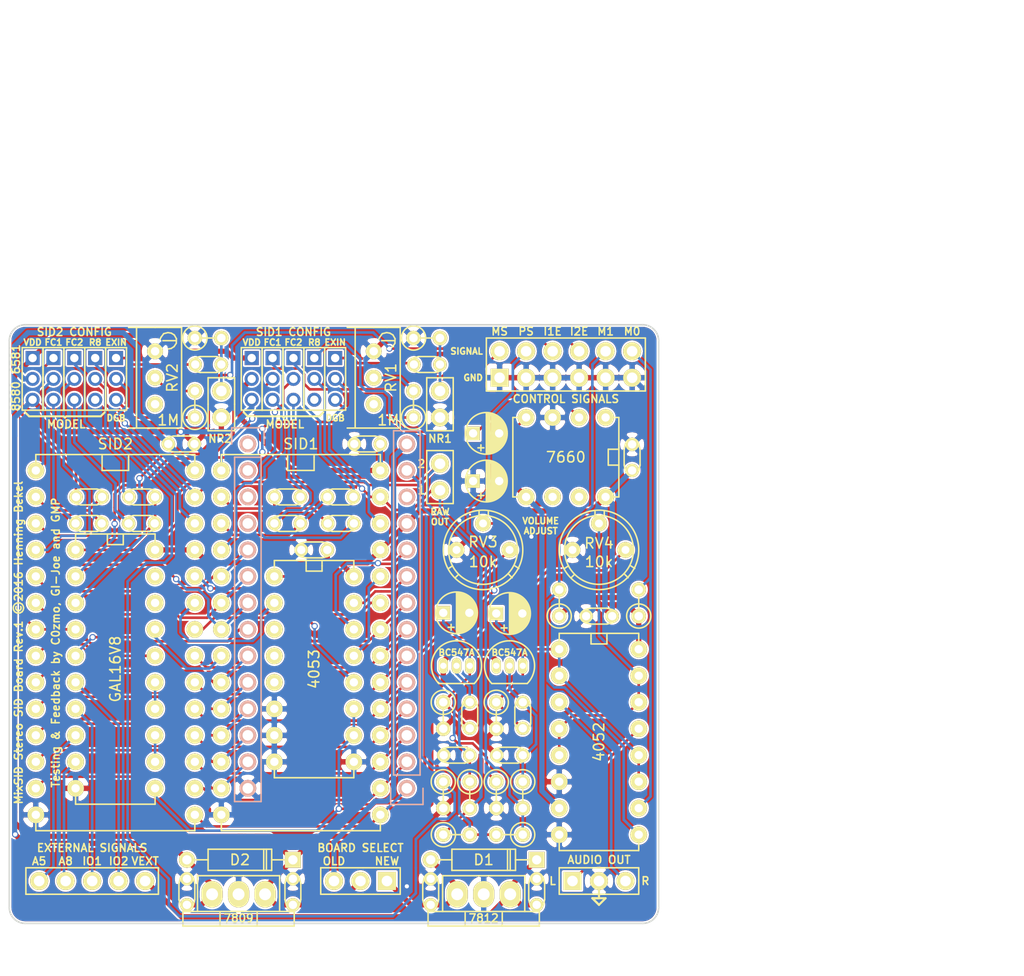
<source format=kicad_pcb>
(kicad_pcb (version 4) (host pcbnew 4.0.2-stable)
  (title_block (title "MixSID - C64 Stereo SID board") (date 2016-06-27) (rev 1) (company "Henning Bekel"))
  (layers (0 F.Cu signal) (31 B.Cu signal) (34 B.Paste user) (35 F.Paste user) (36 B.SilkS user hide) (37 F.SilkS user) (38 B.Mask user) (39 F.Mask user) (44 Edge.Cuts user))
  (net 0 "")
  (net 1 "Net-(C1-Pad1)")
  (net 2 "Net-(C1-Pad2)")
  (net 3 "Net-(C2-Pad1)")
  (net 4 "Net-(C3-Pad1)")
  (net 5 "Net-(C3-Pad2)")
  (net 6 "Net-(C4-Pad1)")
  (net 7 GND)
  (net 8 /+9V)
  (net 9 "Net-(C10-Pad2)")
  (net 10 "Net-(C9-Pad2)")
  (net 11 "Net-(C10-Pad1)")
  (net 12 "Net-(C11-Pad1)")
  (net 13 "Net-(C11-Pad2)")
  (net 14 "Net-(C12-Pad1)")
  (net 15 "Net-(JP2-Pad2)")
  (net 16 "Net-(JP3-Pad2)")
  (net 17 "Net-(JP6-Pad2)")
  (net 18 "Net-(JP7-Pad2)")
  (net 19 /A5)
  (net 20 /A8)
  (net 21 /~IO1)
  (net 22 /~IO2)
  (net 23 /MS)
  (net 24 /~CS)
  (net 25 /RW)
  (net 26 "Net-(U1-Pad12)")
  (net 27 /~CS2)
  (net 28 /~CS1)
  (net 29 VCC)
  (net 30 /~RES)
  (net 31 /CLK)
  (net 32 /A0)
  (net 33 /A1)
  (net 34 /A2)
  (net 35 /A3)
  (net 36 /A4)
  (net 37 /D0)
  (net 38 /D1)
  (net 39 /D2)
  (net 40 /D3)
  (net 41 /D4)
  (net 42 /D5)
  (net 43 /D6)
  (net 44 /D7)
  (net 45 /POTY)
  (net 46 /POTX)
  (net 47 VDD)
  (net 48 "Net-(P4-Pad1)")
  (net 49 "Net-(P4-Pad2)")
  (net 50 "Net-(P4-Pad3)")
  (net 51 "Net-(P4-Pad4)")
  (net 52 "Net-(C13-Pad1)")
  (net 53 "Net-(C13-Pad2)")
  (net 54 "Net-(C14-Pad1)")
  (net 55 "Net-(C14-Pad2)")
  (net 56 /S1OUT)
  (net 57 /S2OUT)
  (net 58 /LEFT)
  (net 59 /RIGHT)
  (net 60 "Net-(C16-Pad2)")
  (net 61 /M0)
  (net 62 /M1)
  (net 63 "Net-(C17-Pad1)")
  (net 64 "Net-(C17-Pad2)")
  (net 65 /VEE)
  (net 66 /RIGHT_OUT)
  (net 67 /LEFT_OUT)
  (net 68 "Net-(U8-Pad6)")
  (net 69 "Net-(U8-Pad7)")
  (net 70 /+12V)
  (net 71 /PWR)
  (net 72 /S2IN)
  (net 73 "Net-(JP8-Pad3)")
  (net 74 /S1IN)
  (net 75 "Net-(JP11-Pad3)")
  (net 76 "Net-(R1-Pad2)")
  (net 77 "Net-(R10-Pad2)")
  (net 78 "Net-(RV1-Pad3)")
  (net 79 "Net-(RV2-Pad3)")
  (net 80 "Net-(C15-Pad1)")
  (net 81 "Net-(C20-Pad1)")
  (net 82 "Net-(C21-Pad2)")
  (net 83 "Net-(P6-Pad12)")
  (net 84 /MONO_OUT)
  (net 85 /PWR2)
  (net 86 /PWR1)
  (net 87 /VEXT)
  (net 88 /~IO1EN)
  (net 89 /~IO2EN)
  (net 90 "Net-(C19-Pad2)")
  (net 91 "Net-(C22-Pad2)")
  (net 92 /PS)
  (net 93 "Net-(U1-Pad14)")
  (net 94 /POTY2)
  (net 95 /POTX2)
  (net 96 /POTY1)
  (net 97 /POTX1)
  (net 98 "Net-(U7-Pad3)")
  (net 99 "Net-(U7-Pad4)")
  (net 100 "Net-(U7-Pad5)")
  (net 101 "Net-(JP12-Pad1)")
  (net 102 "Net-(JP12-Pad3)")
  (net 103 "Net-(JP13-Pad1)")
  (net 104 "Net-(JP13-Pad3)")
  (net 105 "Net-(U1-Pad18)")
  (net 106 "Net-(U1-Pad19)")
  (module TO_SOT_Packages_THT:TO-92_Inline_Narrow_Oval (layer F.Cu) (at 169.862 100.012)
    (fp_text reference Q1 hide)
    (fp_text value BC547)
    (pad 2 thru_hole oval (at 1.27 0 180) (size 0.89916 1.50114) (drill 0.6) (layers *.Cu *.Mask F.SilkS) (net 80 "Net-(C15-Pad1)"))
    (pad 3 thru_hole oval (at 2.54 0 180) (size 0.89916 1.50114) (drill 0.6) (layers *.Cu *.Mask F.SilkS) (net 60 "Net-(C16-Pad2)"))
    (pad 1 thru_hole oval (at 0 0 180) (size 0.89916 1.50114) (drill 0.6) (layers *.Cu *.Mask F.SilkS) (net 70 /+12V))
  )
  (module TO_SOT_Packages_THT:TO-92_Inline_Narrow_Oval (layer F.Cu) (at 174.942 100.012)
    (fp_text reference Q2 hide)
    (fp_text value BC547)
    (pad 2 thru_hole oval (at 1.27 0 180) (size 0.89916 1.50114) (drill 0.6) (layers *.Cu *.Mask F.SilkS) (net 81 "Net-(C20-Pad1)"))
    (pad 3 thru_hole oval (at 2.54 0 180) (size 0.89916 1.50114) (drill 0.6) (layers *.Cu *.Mask F.SilkS) (net 82 "Net-(C21-Pad2)"))
    (pad 1 thru_hole oval (at 0 0 180) (size 0.89916 1.50114) (drill 0.6) (layers *.Cu *.Mask F.SilkS) (net 70 /+12V))
  )
  (module Potentiometers:Potentiometer_Bourns_3296W_3-8Zoll_Inline_ScrewUp (layer F.Cu) (at 163.195 69.85 180)
    (fp_text reference RV1 (at -1.651 -2.54 270) (layer F.SilkS))
    (fp_text value 1M (at -1.397 -6.604 360) (layer F.SilkS))
    (pad 2 thru_hole circle (at 0 -2.54 180) (size 1.524 1.524) (drill 0.8128) (layers *.Cu *.Mask F.SilkS) (net 77 "Net-(R10-Pad2)"))
    (pad 3 thru_hole circle (at 0 -5.08 180) (size 1.524 1.524) (drill 0.8128) (layers *.Cu *.Mask F.SilkS) (net 78 "Net-(RV1-Pad3)"))
    (pad 1 thru_hole circle (at 0 0 180) (size 1.524 1.524) (drill 0.8128) (layers *.Cu *.Mask F.SilkS) (net 7 GND))
  )
  (module Potentiometers:Potentiometer_Bourns_3296W_3-8Zoll_Inline_ScrewUp (layer F.Cu) (at 142.24 69.85 180)
    (fp_text reference RV2 (at -1.651 -2.54 270) (layer F.SilkS))
    (fp_text value 1M (at -1.27 -6.604 360) (layer F.SilkS))
    (pad 2 thru_hole circle (at 0 -2.54 180) (size 1.524 1.524) (drill 0.8128) (layers *.Cu *.Mask F.SilkS) (net 76 "Net-(R1-Pad2)"))
    (pad 3 thru_hole circle (at 0 -5.08 180) (size 1.524 1.524) (drill 0.8128) (layers *.Cu *.Mask F.SilkS) (net 79 "Net-(RV2-Pad3)"))
    (pad 1 thru_hole circle (at 0 0 180) (size 1.524 1.524) (drill 0.8128) (layers *.Cu *.Mask F.SilkS) (net 7 GND))
  )
  (module Pinheaders:Pin_Header_Straight_1x05 (layer F.Cu) (at 131.128 120.65 90)
    (fp_text reference P1 hide)
    (fp_text value INPUT)
    (pad 1 thru_hole circle (at 0 0 90) (size 1.7272 1.7272) (drill 1.016) (layers *.Cu *.Mask F.SilkS) (net 19 /A5))
    (pad 2 thru_hole circle (at 0 2.54 90) (size 1.7272 1.7272) (drill 1.016) (layers *.Cu *.Mask F.SilkS) (net 20 /A8))
    (pad 3 thru_hole circle (at 0 5.08 90) (size 1.7272 1.7272) (drill 1.016) (layers *.Cu *.Mask F.SilkS) (net 21 /~IO1))
    (pad 4 thru_hole circle (at 0 7.62 90) (size 1.7272 1.7272) (drill 1.016) (layers *.Cu *.Mask F.SilkS) (net 22 /~IO2))
    (pad 5 thru_hole circle (at 0 10.16 90) (size 1.7272 1.7272) (drill 1.016) (layers *.Cu *.Mask F.SilkS) (net 87 /VEXT))
  )
  (module Pinheaders:Pin_Header_Straight_1x03 (layer F.Cu) (at 182.245 120.65 90)
    (fp_text reference P5 hide)
    (fp_text value OUTPUT)
    (pad 1 thru_hole rect (at 0 0 90) (size 1.7272 1.7272) (drill 1.016) (layers *.Cu *.Mask F.SilkS) (net 67 /LEFT_OUT))
    (pad 2 thru_hole circle (at 0 2.54 90) (size 1.7272 1.7272) (drill 1.016) (layers *.Cu *.Mask F.SilkS) (net 7 GND))
    (pad 3 thru_hole circle (at 0 5.08 90) (size 1.7272 1.7272) (drill 1.016) (layers *.Cu *.Mask F.SilkS) (net 66 /RIGHT_OUT))
  )
  (module Pinheaders:Pin_Header_Straight_1x14 (layer B.Cu) (at 151.13 78.74 180)
    (fp_text reference P4 hide)
    (fp_text value "SOCKET LEFT" hide)
    (pad 1 thru_hole circle (at 0 0 180) (size 1.6 1.6) (drill 1.016) (layers *.Cu *.Mask B.SilkS) (net 48 "Net-(P4-Pad1)"))
    (pad 2 thru_hole circle (at 0 -2.54 180) (size 1.6 1.6) (drill 1.016) (layers *.Cu *.Mask B.SilkS) (net 49 "Net-(P4-Pad2)"))
    (pad 3 thru_hole circle (at 0 -5.08 180) (size 1.6 1.6) (drill 1.016) (layers *.Cu *.Mask B.SilkS) (net 50 "Net-(P4-Pad3)"))
    (pad 4 thru_hole circle (at 0 -7.62 180) (size 1.6 1.6) (drill 1.016) (layers *.Cu *.Mask B.SilkS) (net 51 "Net-(P4-Pad4)"))
    (pad 5 thru_hole circle (at 0 -10.16 180) (size 1.6 1.6) (drill 1.016) (layers *.Cu *.Mask B.SilkS) (net 30 /~RES))
    (pad 6 thru_hole circle (at 0 -12.7 180) (size 1.6 1.6) (drill 1.016) (layers *.Cu *.Mask B.SilkS) (net 31 /CLK))
    (pad 7 thru_hole circle (at 0 -15.24 180) (size 1.6 1.6) (drill 1.016) (layers *.Cu *.Mask B.SilkS) (net 25 /RW))
    (pad 8 thru_hole circle (at 0 -17.78 180) (size 1.6 1.6) (drill 1.016) (layers *.Cu *.Mask B.SilkS) (net 24 /~CS))
    (pad 9 thru_hole circle (at 0 -20.32 180) (size 1.6 1.6) (drill 1.016) (layers *.Cu *.Mask B.SilkS) (net 32 /A0))
    (pad 10 thru_hole circle (at 0 -22.86 180) (size 1.6 1.6) (drill 1.016) (layers *.Cu *.Mask B.SilkS) (net 33 /A1))
    (pad 11 thru_hole circle (at 0 -25.4 180) (size 1.6 1.6) (drill 1.016) (layers *.Cu *.Mask B.SilkS) (net 34 /A2))
    (pad 12 thru_hole circle (at 0 -27.94 180) (size 1.6 1.6) (drill 1.016) (layers *.Cu *.Mask B.SilkS) (net 35 /A3))
    (pad 13 thru_hole circle (at 0 -30.48 180) (size 1.6 1.6) (drill 1.016) (layers *.Cu *.Mask B.SilkS) (net 36 /A4))
    (pad 14 thru_hole circle (at 0 -33.02 180) (size 1.6 1.6) (drill 1.016) (layers *.Cu *.Mask B.SilkS) (net 7 GND))
  )
  (module Pinheaders:Pin_Header_Straight_1x14 (layer B.Cu) (at 166.37 111.76)
    (fp_text reference P6 hide)
    (fp_text value "SOCKET RIGHT" hide)
    (pad 1 thru_hole circle (at 0 0) (size 1.6 1.6) (drill 1.016) (layers *.Cu *.Mask B.SilkS) (net 37 /D0))
    (pad 2 thru_hole circle (at 0 -2.54) (size 1.6 1.6) (drill 1.016) (layers *.Cu *.Mask B.SilkS) (net 38 /D1))
    (pad 3 thru_hole circle (at 0 -5.08) (size 1.6 1.6) (drill 1.016) (layers *.Cu *.Mask B.SilkS) (net 39 /D2))
    (pad 4 thru_hole circle (at 0 -7.62) (size 1.6 1.6) (drill 1.016) (layers *.Cu *.Mask B.SilkS) (net 40 /D3))
    (pad 5 thru_hole circle (at 0 -10.16) (size 1.6 1.6) (drill 1.016) (layers *.Cu *.Mask B.SilkS) (net 41 /D4))
    (pad 6 thru_hole circle (at 0 -12.7) (size 1.6 1.6) (drill 1.016) (layers *.Cu *.Mask B.SilkS) (net 42 /D5))
    (pad 7 thru_hole circle (at 0 -15.24) (size 1.6 1.6) (drill 1.016) (layers *.Cu *.Mask B.SilkS) (net 43 /D6))
    (pad 8 thru_hole circle (at 0 -17.78) (size 1.6 1.6) (drill 1.016) (layers *.Cu *.Mask B.SilkS) (net 44 /D7))
    (pad 9 thru_hole circle (at 0 -20.32) (size 1.6 1.6) (drill 1.016) (layers *.Cu *.Mask B.SilkS) (net 45 /POTY))
    (pad 10 thru_hole circle (at 0 -22.86) (size 1.6 1.6) (drill 1.016) (layers *.Cu *.Mask B.SilkS) (net 46 /POTX))
    (pad 11 thru_hole circle (at 0 -25.4) (size 1.6 1.6) (drill 1.016) (layers *.Cu *.Mask B.SilkS) (net 29 VCC))
    (pad 12 thru_hole circle (at 0 -27.94) (size 1.6 1.6) (drill 1.016) (layers *.Cu *.Mask B.SilkS) (net 83 "Net-(P6-Pad12)"))
    (pad 13 thru_hole circle (at 0 -30.48) (size 1.6 1.6) (drill 1.016) (layers *.Cu *.Mask B.SilkS) (net 84 /MONO_OUT))
    (pad 14 thru_hole circle (at 0 -33.02) (size 1.6 1.6) (drill 1.016) (layers *.Cu *.Mask B.SilkS) (net 47 VDD))
  )
  (module Pinheaders:C_Radial_D5_L6_P2.5 (layer F.Cu) (at 169.862 94.9325)
    (fp_text reference C19 hide)
    (fp_text value 10uF)
    (fp_text user + (at 0.7493 1.3335) (layer F.SilkS) (effects (font (size 0.75 0.75))))
    (pad 1 thru_hole rect (at 0 0) (size 1.3 1.3) (drill 0.8) (layers *.Cu *.Mask F.SilkS) (net 60 "Net-(C16-Pad2)"))
    (pad 2 thru_hole circle (at 2.5 0) (size 1.3 1.3) (drill 0.8) (layers *.Cu *.Mask F.SilkS) (net 90 "Net-(C19-Pad2)"))
  )
  (module Pinheaders:C_Radial_D5_L6_P2.5 (layer F.Cu) (at 174.942 94.996)
    (fp_text reference C22 hide)
    (fp_text value 10uF)
    (fp_text user + (at 0.7493 1.3335) (layer F.SilkS) (effects (font (size 0.75 0.75))))
    (pad 1 thru_hole rect (at 0 0) (size 1.3 1.3) (drill 0.8) (layers *.Cu *.Mask F.SilkS) (net 82 "Net-(C21-Pad2)"))
    (pad 2 thru_hole circle (at 2.5 0) (size 1.3 1.3) (drill 0.8) (layers *.Cu *.Mask F.SilkS) (net 91 "Net-(C22-Pad2)"))
  )
  (module Pinheaders:C_Radial_D5_L6_P2.5 (layer F.Cu) (at 172.72 77.724)
    (fp_text reference C17 hide)
    (fp_text value 10u)
    (fp_text user + (at 0.7493 1.3335) (layer F.SilkS) (effects (font (size 0.75 0.75))))
    (pad 1 thru_hole rect (at 0 0) (size 1.3 1.3) (drill 0.8) (layers *.Cu *.Mask F.SilkS) (net 63 "Net-(C17-Pad1)"))
    (pad 2 thru_hole circle (at 2.5 0) (size 1.3 1.3) (drill 0.8) (layers *.Cu *.Mask F.SilkS) (net 64 "Net-(C17-Pad2)"))
  )
  (module Pinheaders:C_Radial_D5_L6_P2.5 (layer F.Cu) (at 172.72 82.296)
    (fp_text reference C18 hide)
    (fp_text value 10u)
    (fp_text user + (at 0.7493 1.3335) (layer F.SilkS) (effects (font (size 0.75 0.75))))
    (pad 1 thru_hole rect (at 0 0) (size 1.3 1.3) (drill 0.8) (layers *.Cu *.Mask F.SilkS) (net 7 GND))
    (pad 2 thru_hole circle (at 2.5 0) (size 1.3 1.3) (drill 0.8) (layers *.Cu *.Mask F.SilkS) (net 65 /VEE))
  )
  (module Pinheaders:Pin_Header_Straight_1x03 (layer F.Cu) (at 164.465 120.65 270)
    (fp_text reference JP4 hide)
    (fp_text value BOARD)
    (pad 1 thru_hole rect (at 0 0 270) (size 1.7272 1.7272) (drill 1.016) (layers *.Cu *.Mask F.SilkS) (net 71 /PWR))
    (pad 2 thru_hole circle (at 0 2.54 270) (size 1.7272 1.7272) (drill 1.016) (layers *.Cu *.Mask F.SilkS) (net 70 /+12V))
    (pad 3 thru_hole circle (at 0 5.08 270) (size 1.7272 1.7272) (drill 1.016) (layers *.Cu *.Mask F.SilkS) (net 47 VDD))
  )
  (module Potentiometers:Potentiometer_Bourns_3339P_Angular_ScrewUp (layer F.Cu) (at 171.132 88.9)
    (fp_text reference RV3 (at 2.54 -0.762 180) (layer F.SilkS))
    (fp_text value 10k (at 2.54 1.143) (layer F.SilkS))
    (pad 2 thru_hole circle (at 2.54 -2.54) (size 1.524 1.524) (drill 0.762) (layers *.Cu *.Mask F.SilkS) (net 58 /LEFT))
    (pad 1 thru_hole circle (at 0 0) (size 1.524 1.524) (drill 0.762) (layers *.Cu *.Mask F.SilkS) (net 7 GND))
    (pad 3 thru_hole circle (at 5.08 0) (size 1.524 1.524) (drill 0.762) (layers *.Cu *.Mask F.SilkS) (net 90 "Net-(C19-Pad2)"))
  )
  (module Potentiometers:Potentiometer_Bourns_3339P_Angular_ScrewUp (layer F.Cu) (at 182.245 88.9)
    (fp_text reference RV4 (at 2.54 -0.635 180) (layer F.SilkS))
    (fp_text value 10k (at 2.54 1.143) (layer F.SilkS))
    (pad 2 thru_hole circle (at 2.54 -2.54) (size 1.524 1.524) (drill 0.762) (layers *.Cu *.Mask F.SilkS) (net 59 /RIGHT))
    (pad 1 thru_hole circle (at 0 0) (size 1.524 1.524) (drill 0.762) (layers *.Cu *.Mask F.SilkS) (net 7 GND))
    (pad 3 thru_hole circle (at 5.08 0) (size 1.524 1.524) (drill 0.762) (layers *.Cu *.Mask F.SilkS) (net 91 "Net-(C22-Pad2)"))
  )
  (module Pinheaders:DIP-16_W7.62mm (layer F.Cu) (at 180.975 98.425)
    (fp_text reference U6 hide)
    (fp_text value 4052 (at 3.81 8.89 270) (layer F.SilkS))
    (pad 1 thru_hole oval (at 0 0) (size 1.6 1.6) (drill 0.8) (layers *.Cu *.Mask F.SilkS) (net 58 /LEFT))
    (pad 2 thru_hole oval (at 0 2.54) (size 1.6 1.6) (drill 0.8) (layers *.Cu *.Mask F.SilkS) (net 58 /LEFT))
    (pad 3 thru_hole oval (at 0 5.08) (size 1.6 1.6) (drill 0.8) (layers *.Cu *.Mask F.SilkS) (net 66 /RIGHT_OUT))
    (pad 4 thru_hole oval (at 0 7.62) (size 1.6 1.6) (drill 0.8) (layers *.Cu *.Mask F.SilkS) (net 59 /RIGHT))
    (pad 5 thru_hole oval (at 0 10.16) (size 1.6 1.6) (drill 0.8) (layers *.Cu *.Mask F.SilkS) (net 59 /RIGHT))
    (pad 6 thru_hole oval (at 0 12.7) (size 1.6 1.6) (drill 0.8) (layers *.Cu *.Mask F.SilkS) (net 7 GND))
    (pad 7 thru_hole oval (at 0 15.24) (size 1.6 1.6) (drill 0.8) (layers *.Cu *.Mask F.SilkS) (net 65 /VEE))
    (pad 8 thru_hole oval (at 0 17.78) (size 1.6 1.6) (drill 0.8) (layers *.Cu *.Mask F.SilkS) (net 7 GND))
    (pad 9 thru_hole oval (at 7.62 17.78) (size 1.6 1.6) (drill 0.8) (layers *.Cu *.Mask F.SilkS) (net 62 /M1))
    (pad 10 thru_hole oval (at 7.62 15.24) (size 1.6 1.6) (drill 0.8) (layers *.Cu *.Mask F.SilkS) (net 61 /M0))
    (pad 11 thru_hole oval (at 7.62 12.7) (size 1.6 1.6) (drill 0.8) (layers *.Cu *.Mask F.SilkS) (net 58 /LEFT))
    (pad 12 thru_hole oval (at 7.62 10.16) (size 1.6 1.6) (drill 0.8) (layers *.Cu *.Mask F.SilkS) (net 58 /LEFT))
    (pad 13 thru_hole oval (at 7.62 7.62) (size 1.6 1.6) (drill 0.8) (layers *.Cu *.Mask F.SilkS) (net 67 /LEFT_OUT))
    (pad 14 thru_hole oval (at 7.62 5.08) (size 1.6 1.6) (drill 0.8) (layers *.Cu *.Mask F.SilkS) (net 59 /RIGHT))
    (pad 15 thru_hole oval (at 7.62 2.54) (size 1.6 1.6) (drill 0.8) (layers *.Cu *.Mask F.SilkS) (net 59 /RIGHT))
    (pad 16 thru_hole oval (at 7.62 0) (size 1.6 1.6) (drill 0.8) (layers *.Cu *.Mask F.SilkS) (net 29 VCC))
  )
  (module Pinheaders:DIP-16_W7.62mm (layer F.Cu) (at 153.67 91.44)
    (fp_text reference U7 hide)
    (fp_text value 4053 (at 3.81 8.89 270) (layer F.SilkS))
    (pad 1 thru_hole oval (at 0 0) (size 1.6 1.6) (drill 0.8) (layers *.Cu *.Mask F.SilkS) (net 96 /POTY1))
    (pad 2 thru_hole oval (at 0 2.54) (size 1.6 1.6) (drill 0.8) (layers *.Cu *.Mask F.SilkS) (net 94 /POTY2))
    (pad 3 thru_hole oval (at 0 5.08) (size 1.6 1.6) (drill 0.8) (layers *.Cu *.Mask F.SilkS) (net 98 "Net-(U7-Pad3)"))
    (pad 4 thru_hole oval (at 0 7.62) (size 1.6 1.6) (drill 0.8) (layers *.Cu *.Mask F.SilkS) (net 99 "Net-(U7-Pad4)"))
    (pad 5 thru_hole oval (at 0 10.16) (size 1.6 1.6) (drill 0.8) (layers *.Cu *.Mask F.SilkS) (net 100 "Net-(U7-Pad5)"))
    (pad 6 thru_hole oval (at 0 12.7) (size 1.6 1.6) (drill 0.8) (layers *.Cu *.Mask F.SilkS) (net 7 GND))
    (pad 7 thru_hole oval (at 0 15.24) (size 1.6 1.6) (drill 0.8) (layers *.Cu *.Mask F.SilkS) (net 7 GND))
    (pad 8 thru_hole oval (at 0 17.78) (size 1.6 1.6) (drill 0.8) (layers *.Cu *.Mask F.SilkS) (net 7 GND))
    (pad 9 thru_hole oval (at 7.62 17.78) (size 1.6 1.6) (drill 0.8) (layers *.Cu *.Mask F.SilkS) (net 7 GND))
    (pad 10 thru_hole oval (at 7.62 15.24) (size 1.6 1.6) (drill 0.8) (layers *.Cu *.Mask F.SilkS) (net 92 /PS))
    (pad 11 thru_hole oval (at 7.62 12.7) (size 1.6 1.6) (drill 0.8) (layers *.Cu *.Mask F.SilkS) (net 92 /PS))
    (pad 12 thru_hole oval (at 7.62 10.16) (size 1.6 1.6) (drill 0.8) (layers *.Cu *.Mask F.SilkS) (net 95 /POTX2))
    (pad 13 thru_hole oval (at 7.62 7.62) (size 1.6 1.6) (drill 0.8) (layers *.Cu *.Mask F.SilkS) (net 97 /POTX1))
    (pad 14 thru_hole oval (at 7.62 5.08) (size 1.6 1.6) (drill 0.8) (layers *.Cu *.Mask F.SilkS) (net 46 /POTX))
    (pad 15 thru_hole oval (at 7.62 2.54) (size 1.6 1.6) (drill 0.8) (layers *.Cu *.Mask F.SilkS) (net 45 /POTY))
    (pad 16 thru_hole oval (at 7.62 0) (size 1.6 1.6) (drill 0.8) (layers *.Cu *.Mask F.SilkS) (net 29 VCC))
  )
  (module Pinheaders:DIP-20_W7.62mm (layer F.Cu) (at 134.62 88.9)
    (fp_text reference U1 hide)
    (fp_text value GAL16V8 (at 3.81 11.43 270) (layer F.SilkS))
    (pad 1 thru_hole oval (at 0 0) (size 1.6 1.6) (drill 0.8) (layers *.Cu *.Mask F.SilkS) (net 23 /MS))
    (pad 2 thru_hole oval (at 0 2.54) (size 1.6 1.6) (drill 0.8) (layers *.Cu *.Mask F.SilkS) (net 88 /~IO1EN))
    (pad 3 thru_hole oval (at 0 5.08) (size 1.6 1.6) (drill 0.8) (layers *.Cu *.Mask F.SilkS) (net 89 /~IO2EN))
    (pad 4 thru_hole oval (at 0 7.62) (size 1.6 1.6) (drill 0.8) (layers *.Cu *.Mask F.SilkS) (net 25 /RW))
    (pad 5 thru_hole oval (at 0 10.16) (size 1.6 1.6) (drill 0.8) (layers *.Cu *.Mask F.SilkS) (net 24 /~CS))
    (pad 6 thru_hole oval (at 0 12.7) (size 1.6 1.6) (drill 0.8) (layers *.Cu *.Mask F.SilkS) (net 22 /~IO2))
    (pad 7 thru_hole oval (at 0 15.24) (size 1.6 1.6) (drill 0.8) (layers *.Cu *.Mask F.SilkS) (net 21 /~IO1))
    (pad 8 thru_hole oval (at 0 17.78) (size 1.6 1.6) (drill 0.8) (layers *.Cu *.Mask F.SilkS) (net 19 /A5))
    (pad 9 thru_hole oval (at 0 20.32) (size 1.6 1.6) (drill 0.8) (layers *.Cu *.Mask F.SilkS) (net 20 /A8))
    (pad 10 thru_hole oval (at 0 22.86) (size 1.6 1.6) (drill 0.8) (layers *.Cu *.Mask F.SilkS) (net 7 GND))
    (pad 11 thru_hole oval (at 7.62 22.86) (size 1.6 1.6) (drill 0.8) (layers *.Cu *.Mask F.SilkS) (net 92 /PS))
    (pad 12 thru_hole oval (at 7.62 20.32) (size 1.6 1.6) (drill 0.8) (layers *.Cu *.Mask F.SilkS) (net 26 "Net-(U1-Pad12)"))
    (pad 13 thru_hole oval (at 7.62 17.78) (size 1.6 1.6) (drill 0.8) (layers *.Cu *.Mask F.SilkS) (net 26 "Net-(U1-Pad12)"))
    (pad 14 thru_hole oval (at 7.62 15.24) (size 1.6 1.6) (drill 0.8) (layers *.Cu *.Mask F.SilkS) (net 93 "Net-(U1-Pad14)"))
    (pad 15 thru_hole oval (at 7.62 12.7) (size 1.6 1.6) (drill 0.8) (layers *.Cu *.Mask F.SilkS) (net 93 "Net-(U1-Pad14)"))
    (pad 16 thru_hole oval (at 7.62 10.16) (size 1.6 1.6) (drill 0.8) (layers *.Cu *.Mask F.SilkS) (net 27 /~CS2))
    (pad 17 thru_hole oval (at 7.62 7.62) (size 1.6 1.6) (drill 0.8) (layers *.Cu *.Mask F.SilkS) (net 28 /~CS1))
    (pad 18 thru_hole oval (at 7.62 5.08) (size 1.6 1.6) (drill 0.8) (layers *.Cu *.Mask F.SilkS) (net 105 "Net-(U1-Pad18)"))
    (pad 19 thru_hole oval (at 7.62 2.54) (size 1.6 1.6) (drill 0.8) (layers *.Cu *.Mask F.SilkS) (net 106 "Net-(U1-Pad19)"))
    (pad 20 thru_hole oval (at 7.62 0) (size 1.6 1.6) (drill 0.8) (layers *.Cu *.Mask F.SilkS) (net 29 VCC))
  )
  (module Pinheaders:DIP-28_W15.24mm (layer F.Cu) (at 130.81 81.28)
    (fp_text reference U2 hide)
    (fp_text value SID2 (at 7.62 -2.54 180) (layer F.SilkS))
    (pad 1 thru_hole oval (at 0 0) (size 1.6 1.6) (drill 0.8) (layers *.Cu *.Mask F.SilkS) (net 16 "Net-(JP3-Pad2)"))
    (pad 2 thru_hole oval (at 0 2.54) (size 1.6 1.6) (drill 0.8) (layers *.Cu *.Mask F.SilkS) (net 4 "Net-(C3-Pad1)"))
    (pad 3 thru_hole oval (at 0 5.08) (size 1.6 1.6) (drill 0.8) (layers *.Cu *.Mask F.SilkS) (net 1 "Net-(C1-Pad1)"))
    (pad 4 thru_hole oval (at 0 7.62) (size 1.6 1.6) (drill 0.8) (layers *.Cu *.Mask F.SilkS) (net 15 "Net-(JP2-Pad2)"))
    (pad 5 thru_hole oval (at 0 10.16) (size 1.6 1.6) (drill 0.8) (layers *.Cu *.Mask F.SilkS) (net 30 /~RES))
    (pad 6 thru_hole oval (at 0 12.7) (size 1.6 1.6) (drill 0.8) (layers *.Cu *.Mask F.SilkS) (net 31 /CLK))
    (pad 7 thru_hole oval (at 0 15.24) (size 1.6 1.6) (drill 0.8) (layers *.Cu *.Mask F.SilkS) (net 25 /RW))
    (pad 8 thru_hole oval (at 0 17.78) (size 1.6 1.6) (drill 0.8) (layers *.Cu *.Mask F.SilkS) (net 27 /~CS2))
    (pad 9 thru_hole oval (at 0 20.32) (size 1.6 1.6) (drill 0.8) (layers *.Cu *.Mask F.SilkS) (net 32 /A0))
    (pad 10 thru_hole oval (at 0 22.86) (size 1.6 1.6) (drill 0.8) (layers *.Cu *.Mask F.SilkS) (net 33 /A1))
    (pad 11 thru_hole oval (at 0 25.4) (size 1.6 1.6) (drill 0.8) (layers *.Cu *.Mask F.SilkS) (net 34 /A2))
    (pad 12 thru_hole oval (at 0 27.94) (size 1.6 1.6) (drill 0.8) (layers *.Cu *.Mask F.SilkS) (net 35 /A3))
    (pad 13 thru_hole oval (at 0 30.48) (size 1.6 1.6) (drill 0.8) (layers *.Cu *.Mask F.SilkS) (net 36 /A4))
    (pad 14 thru_hole oval (at 0 33.02) (size 1.6 1.6) (drill 0.8) (layers *.Cu *.Mask F.SilkS) (net 7 GND))
    (pad 15 thru_hole oval (at 15.24 33.02) (size 1.6 1.6) (drill 0.8) (layers *.Cu *.Mask F.SilkS) (net 37 /D0))
    (pad 16 thru_hole oval (at 15.24 30.48) (size 1.6 1.6) (drill 0.8) (layers *.Cu *.Mask F.SilkS) (net 38 /D1))
    (pad 17 thru_hole oval (at 15.24 27.94) (size 1.6 1.6) (drill 0.8) (layers *.Cu *.Mask F.SilkS) (net 39 /D2))
    (pad 18 thru_hole oval (at 15.24 25.4) (size 1.6 1.6) (drill 0.8) (layers *.Cu *.Mask F.SilkS) (net 40 /D3))
    (pad 19 thru_hole oval (at 15.24 22.86) (size 1.6 1.6) (drill 0.8) (layers *.Cu *.Mask F.SilkS) (net 41 /D4))
    (pad 20 thru_hole oval (at 15.24 20.32) (size 1.6 1.6) (drill 0.8) (layers *.Cu *.Mask F.SilkS) (net 42 /D5))
    (pad 21 thru_hole oval (at 15.24 17.78) (size 1.6 1.6) (drill 0.8) (layers *.Cu *.Mask F.SilkS) (net 43 /D6))
    (pad 22 thru_hole oval (at 15.24 15.24) (size 1.6 1.6) (drill 0.8) (layers *.Cu *.Mask F.SilkS) (net 44 /D7))
    (pad 23 thru_hole oval (at 15.24 12.7) (size 1.6 1.6) (drill 0.8) (layers *.Cu *.Mask F.SilkS) (net 94 /POTY2))
    (pad 24 thru_hole oval (at 15.24 10.16) (size 1.6 1.6) (drill 0.8) (layers *.Cu *.Mask F.SilkS) (net 95 /POTX2))
    (pad 25 thru_hole oval (at 15.24 7.62) (size 1.6 1.6) (drill 0.8) (layers *.Cu *.Mask F.SilkS) (net 29 VCC))
    (pad 26 thru_hole oval (at 15.24 5.08) (size 1.6 1.6) (drill 0.8) (layers *.Cu *.Mask F.SilkS) (net 72 /S2IN))
    (pad 27 thru_hole oval (at 15.24 2.54) (size 1.6 1.6) (drill 0.8) (layers *.Cu *.Mask F.SilkS) (net 57 /S2OUT))
    (pad 28 thru_hole oval (at 15.24 0) (size 1.6 1.6) (drill 0.8) (layers *.Cu *.Mask F.SilkS) (net 85 /PWR2))
  )
  (module Pinheaders:DIP-28_W15.24mm (layer F.Cu) (at 148.59 81.28)
    (fp_text reference U5 hide)
    (fp_text value SID1 (at 7.62 -2.54 180) (layer F.SilkS))
    (pad 1 thru_hole oval (at 0 0) (size 1.6 1.6) (drill 0.8) (layers *.Cu *.Mask F.SilkS) (net 18 "Net-(JP7-Pad2)"))
    (pad 2 thru_hole oval (at 0 2.54) (size 1.6 1.6) (drill 0.8) (layers *.Cu *.Mask F.SilkS) (net 12 "Net-(C11-Pad1)"))
    (pad 3 thru_hole oval (at 0 5.08) (size 1.6 1.6) (drill 0.8) (layers *.Cu *.Mask F.SilkS) (net 9 "Net-(C10-Pad2)"))
    (pad 4 thru_hole oval (at 0 7.62) (size 1.6 1.6) (drill 0.8) (layers *.Cu *.Mask F.SilkS) (net 17 "Net-(JP6-Pad2)"))
    (pad 5 thru_hole oval (at 0 10.16) (size 1.6 1.6) (drill 0.8) (layers *.Cu *.Mask F.SilkS) (net 30 /~RES))
    (pad 6 thru_hole oval (at 0 12.7) (size 1.6 1.6) (drill 0.8) (layers *.Cu *.Mask F.SilkS) (net 31 /CLK))
    (pad 7 thru_hole oval (at 0 15.24) (size 1.6 1.6) (drill 0.8) (layers *.Cu *.Mask F.SilkS) (net 25 /RW))
    (pad 8 thru_hole oval (at 0 17.78) (size 1.6 1.6) (drill 0.8) (layers *.Cu *.Mask F.SilkS) (net 28 /~CS1))
    (pad 9 thru_hole oval (at 0 20.32) (size 1.6 1.6) (drill 0.8) (layers *.Cu *.Mask F.SilkS) (net 32 /A0))
    (pad 10 thru_hole oval (at 0 22.86) (size 1.6 1.6) (drill 0.8) (layers *.Cu *.Mask F.SilkS) (net 33 /A1))
    (pad 11 thru_hole oval (at 0 25.4) (size 1.6 1.6) (drill 0.8) (layers *.Cu *.Mask F.SilkS) (net 34 /A2))
    (pad 12 thru_hole oval (at 0 27.94) (size 1.6 1.6) (drill 0.8) (layers *.Cu *.Mask F.SilkS) (net 35 /A3))
    (pad 13 thru_hole oval (at 0 30.48) (size 1.6 1.6) (drill 0.8) (layers *.Cu *.Mask F.SilkS) (net 36 /A4))
    (pad 14 thru_hole oval (at 0 33.02) (size 1.6 1.6) (drill 0.8) (layers *.Cu *.Mask F.SilkS) (net 7 GND))
    (pad 15 thru_hole oval (at 15.24 33.02) (size 1.6 1.6) (drill 0.8) (layers *.Cu *.Mask F.SilkS) (net 37 /D0))
    (pad 16 thru_hole oval (at 15.24 30.48) (size 1.6 1.6) (drill 0.8) (layers *.Cu *.Mask F.SilkS) (net 38 /D1))
    (pad 17 thru_hole oval (at 15.24 27.94) (size 1.6 1.6) (drill 0.8) (layers *.Cu *.Mask F.SilkS) (net 39 /D2))
    (pad 18 thru_hole oval (at 15.24 25.4) (size 1.6 1.6) (drill 0.8) (layers *.Cu *.Mask F.SilkS) (net 40 /D3))
    (pad 19 thru_hole oval (at 15.24 22.86) (size 1.6 1.6) (drill 0.8) (layers *.Cu *.Mask F.SilkS) (net 41 /D4))
    (pad 20 thru_hole oval (at 15.24 20.32) (size 1.6 1.6) (drill 0.8) (layers *.Cu *.Mask F.SilkS) (net 42 /D5))
    (pad 21 thru_hole oval (at 15.24 17.78) (size 1.6 1.6) (drill 0.8) (layers *.Cu *.Mask F.SilkS) (net 43 /D6))
    (pad 22 thru_hole oval (at 15.24 15.24) (size 1.6 1.6) (drill 0.8) (layers *.Cu *.Mask F.SilkS) (net 44 /D7))
    (pad 23 thru_hole oval (at 15.24 12.7) (size 1.6 1.6) (drill 0.8) (layers *.Cu *.Mask F.SilkS) (net 96 /POTY1))
    (pad 24 thru_hole oval (at 15.24 10.16) (size 1.6 1.6) (drill 0.8) (layers *.Cu *.Mask F.SilkS) (net 97 /POTX1))
    (pad 25 thru_hole oval (at 15.24 7.62) (size 1.6 1.6) (drill 0.8) (layers *.Cu *.Mask F.SilkS) (net 29 VCC))
    (pad 26 thru_hole oval (at 15.24 5.08) (size 1.6 1.6) (drill 0.8) (layers *.Cu *.Mask F.SilkS) (net 74 /S1IN))
    (pad 27 thru_hole oval (at 15.24 2.54) (size 1.6 1.6) (drill 0.8) (layers *.Cu *.Mask F.SilkS) (net 56 /S1OUT))
    (pad 28 thru_hole oval (at 15.24 0) (size 1.6 1.6) (drill 0.8) (layers *.Cu *.Mask F.SilkS) (net 86 /PWR1))
  )
  (module Pinheaders:DIP-8_W7.62mm (layer F.Cu) (at 185.42 76.2 270)
    (fp_text reference U8 hide)
    (fp_text value 7660 (at 3.81 3.81 540) (layer F.SilkS))
    (pad 1 thru_hole oval (at 0 0 270) (size 1.6 1.6) (drill 0.8) (layers *.Cu *.Mask F.SilkS))
    (pad 2 thru_hole oval (at 0 2.54 270) (size 1.6 1.6) (drill 0.8) (layers *.Cu *.Mask F.SilkS) (net 63 "Net-(C17-Pad1)"))
    (pad 3 thru_hole oval (at 0 5.08 270) (size 1.6 1.6) (drill 0.8) (layers *.Cu *.Mask F.SilkS) (net 7 GND))
    (pad 4 thru_hole oval (at 0 7.62 270) (size 1.6 1.6) (drill 0.8) (layers *.Cu *.Mask F.SilkS) (net 64 "Net-(C17-Pad2)"))
    (pad 5 thru_hole oval (at 7.62 7.62 270) (size 1.6 1.6) (drill 0.8) (layers *.Cu *.Mask F.SilkS) (net 65 /VEE))
    (pad 6 thru_hole oval (at 7.62 5.08 270) (size 1.6 1.6) (drill 0.8) (layers *.Cu *.Mask F.SilkS) (net 68 "Net-(U8-Pad6)"))
    (pad 7 thru_hole oval (at 7.62 2.54 270) (size 1.6 1.6) (drill 0.8) (layers *.Cu *.Mask F.SilkS) (net 69 "Net-(U8-Pad7)"))
    (pad 8 thru_hole oval (at 7.62 0 270) (size 1.6 1.6) (drill 0.8) (layers *.Cu *.Mask F.SilkS) (net 29 VCC))
  )
  (module Pinheaders:TO-220 (layer F.Cu) (at 150.241 121.92 180)
    (fp_text reference U4 hide)
    (fp_text value 7809)
    (pad 2 thru_hole oval (at 0 0 180) (size 2.032 2.54) (drill 1.143) (layers *.Cu *.Mask F.SilkS) (net 7 GND))
    (pad 3 thru_hole oval (at 2.54 0 180) (size 2.032 2.54) (drill 1.143) (layers *.Cu *.Mask F.SilkS) (net 8 /+9V))
    (pad 1 thru_hole oval (at -2.54 0 180) (size 2.032 2.54) (drill 1.143) (layers *.Cu *.Mask F.SilkS) (net 70 /+12V))
  )
  (module Pinheaders:TO-220 (layer F.Cu) (at 173.736 121.92 180)
    (fp_text reference U3 hide)
    (fp_text value 7812)
    (pad 2 thru_hole oval (at 0 0 180) (size 2.032 2.54) (drill 1.143) (layers *.Cu *.Mask F.SilkS) (net 7 GND))
    (pad 3 thru_hole oval (at 2.54 0 180) (size 2.032 2.54) (drill 1.143) (layers *.Cu *.Mask F.SilkS) (net 71 /PWR))
    (pad 1 thru_hole oval (at -2.54 0 180) (size 2.032 2.54) (drill 1.143) (layers *.Cu *.Mask F.SilkS) (net 87 /VEXT))
  )
  (module Pinheaders:C_Disc_D3_P2.5 (layer F.Cu) (at 142.24 83.82 180)
    (fp_text reference C1 hide)
    (fp_text value 470p)
    (pad 1 thru_hole circle (at 0 0 180) (size 1.3 1.3) (drill 0.8) (layers *.Cu *.Mask F.SilkS) (net 1 "Net-(C1-Pad1)"))
    (pad 2 thru_hole circle (at 2.5 0 180) (size 1.3 1.3) (drill 0.8001) (layers *.Cu *.Mask F.SilkS) (net 2 "Net-(C1-Pad2)"))
  )
  (module Pinheaders:C_Disc_D3_P2.5 (layer F.Cu) (at 139.7 86.36)
    (fp_text reference C2 hide)
    (fp_text value 22n)
    (pad 1 thru_hole circle (at 0 0) (size 1.3 1.3) (drill 0.8) (layers *.Cu *.Mask F.SilkS) (net 3 "Net-(C2-Pad1)"))
    (pad 2 thru_hole circle (at 2.5 0) (size 1.3 1.3) (drill 0.8001) (layers *.Cu *.Mask F.SilkS) (net 1 "Net-(C1-Pad1)"))
  )
  (module Pinheaders:C_Disc_D3_P2.5 (layer F.Cu) (at 137.16 83.82 180)
    (fp_text reference C3 hide)
    (fp_text value 470p)
    (pad 1 thru_hole circle (at 0 0 180) (size 1.3 1.3) (drill 0.8) (layers *.Cu *.Mask F.SilkS) (net 4 "Net-(C3-Pad1)"))
    (pad 2 thru_hole circle (at 2.5 0 180) (size 1.3 1.3) (drill 0.8001) (layers *.Cu *.Mask F.SilkS) (net 5 "Net-(C3-Pad2)"))
  )
  (module Pinheaders:C_Disc_D3_P2.5 (layer F.Cu) (at 134.62 86.36)
    (fp_text reference C4 hide)
    (fp_text value 22n)
    (pad 1 thru_hole circle (at 0 0) (size 1.3 1.3) (drill 0.8) (layers *.Cu *.Mask F.SilkS) (net 6 "Net-(C4-Pad1)"))
    (pad 2 thru_hole circle (at 2.5 0) (size 1.3 1.3) (drill 0.8001) (layers *.Cu *.Mask F.SilkS) (net 4 "Net-(C3-Pad1)"))
  )
  (module Pinheaders:C_Disc_D3_P2.5 (layer F.Cu) (at 178.816 122.936 90)
    (fp_text reference C5 hide)
    (fp_text value 470p)
    (pad 1 thru_hole circle (at 0 0 90) (size 1.3 1.3) (drill 0.8) (layers *.Cu *.Mask F.SilkS) (net 87 /VEXT))
    (pad 2 thru_hole circle (at 2.5 0 90) (size 1.3 1.3) (drill 0.8001) (layers *.Cu *.Mask F.SilkS) (net 7 GND))
  )
  (module Pinheaders:C_Disc_D3_P2.5 (layer F.Cu) (at 168.656 122.936 90)
    (fp_text reference C6 hide)
    (fp_text value 100n)
    (pad 1 thru_hole circle (at 0 0 90) (size 1.3 1.3) (drill 0.8) (layers *.Cu *.Mask F.SilkS) (net 71 /PWR))
    (pad 2 thru_hole circle (at 2.5 0 90) (size 1.3 1.3) (drill 0.8001) (layers *.Cu *.Mask F.SilkS) (net 7 GND))
  )
  (module Pinheaders:C_Disc_D3_P2.5 (layer F.Cu) (at 155.448 122.936 90)
    (fp_text reference C7 hide)
    (fp_text value 470p)
    (pad 1 thru_hole circle (at 0 0 90) (size 1.3 1.3) (drill 0.8) (layers *.Cu *.Mask F.SilkS) (net 70 /+12V))
    (pad 2 thru_hole circle (at 2.5 0 90) (size 1.3 1.3) (drill 0.8001) (layers *.Cu *.Mask F.SilkS) (net 7 GND))
  )
  (module Pinheaders:C_Disc_D3_P2.5 (layer F.Cu) (at 145.288 122.936 90)
    (fp_text reference C8 hide)
    (fp_text value 100n)
    (pad 1 thru_hole circle (at 0 0 90) (size 1.3 1.3) (drill 0.8) (layers *.Cu *.Mask F.SilkS) (net 8 /+9V))
    (pad 2 thru_hole circle (at 2.5 0 90) (size 1.3 1.3) (drill 0.8001) (layers *.Cu *.Mask F.SilkS) (net 7 GND))
  )
  (module Pinheaders:C_Disc_D3_P2.5 (layer F.Cu) (at 158.75 83.82)
    (fp_text reference C9 hide)
    (fp_text value 470p)
    (pad 1 thru_hole circle (at 0 0) (size 1.3 1.3) (drill 0.8) (layers *.Cu *.Mask F.SilkS) (net 9 "Net-(C10-Pad2)"))
    (pad 2 thru_hole circle (at 2.5 0) (size 1.3 1.3) (drill 0.8001) (layers *.Cu *.Mask F.SilkS) (net 10 "Net-(C9-Pad2)"))
  )
  (module Pinheaders:C_Disc_D3_P2.5 (layer F.Cu) (at 153.67 86.36)
    (fp_text reference C10 hide)
    (fp_text value 22n)
    (pad 1 thru_hole circle (at 0 0) (size 1.3 1.3) (drill 0.8) (layers *.Cu *.Mask F.SilkS) (net 11 "Net-(C10-Pad1)"))
    (pad 2 thru_hole circle (at 2.5 0) (size 1.3 1.3) (drill 0.8001) (layers *.Cu *.Mask F.SilkS) (net 9 "Net-(C10-Pad2)"))
  )
  (module Pinheaders:C_Disc_D3_P2.5 (layer F.Cu) (at 153.67 83.82)
    (fp_text reference C11 hide)
    (fp_text value 470p)
    (pad 1 thru_hole circle (at 0 0) (size 1.3 1.3) (drill 0.8) (layers *.Cu *.Mask F.SilkS) (net 12 "Net-(C11-Pad1)"))
    (pad 2 thru_hole circle (at 2.5 0) (size 1.3 1.3) (drill 0.8001) (layers *.Cu *.Mask F.SilkS) (net 13 "Net-(C11-Pad2)"))
  )
  (module Pinheaders:C_Disc_D3_P2.5 (layer F.Cu) (at 161.29 86.36 180)
    (fp_text reference C12 hide)
    (fp_text value 22n)
    (pad 1 thru_hole circle (at 0 0 180) (size 1.3 1.3) (drill 0.8) (layers *.Cu *.Mask F.SilkS) (net 14 "Net-(C12-Pad1)"))
    (pad 2 thru_hole circle (at 2.5 0 180) (size 1.3 1.3) (drill 0.8001) (layers *.Cu *.Mask F.SilkS) (net 12 "Net-(C11-Pad1)"))
  )
  (module Pinheaders:C_Disc_D3_P2.5 (layer F.Cu) (at 148.59 71.12 180)
    (fp_text reference C13 hide)
    (fp_text value 100n)
    (pad 1 thru_hole circle (at 0 0 180) (size 1.3 1.3) (drill 0.8) (layers *.Cu *.Mask F.SilkS) (net 52 "Net-(C13-Pad1)"))
    (pad 2 thru_hole circle (at 2.5 0 180) (size 1.3 1.3) (drill 0.8001) (layers *.Cu *.Mask F.SilkS) (net 53 "Net-(C13-Pad2)"))
  )
  (module Pinheaders:C_Disc_D3_P2.5 (layer F.Cu) (at 169.545 71.12 180)
    (fp_text reference C14 hide)
    (fp_text value 100n)
    (pad 1 thru_hole circle (at 0 0 180) (size 1.3 1.3) (drill 0.8) (layers *.Cu *.Mask F.SilkS) (net 54 "Net-(C14-Pad1)"))
    (pad 2 thru_hole circle (at 2.5 0 180) (size 1.3 1.3) (drill 0.8001) (layers *.Cu *.Mask F.SilkS) (net 55 "Net-(C14-Pad2)"))
  )
  (module Pinheaders:C_Disc_D3_P2.5 (layer F.Cu) (at 172.402 108.585 180)
    (fp_text reference C15 hide)
    (fp_text value 1n)
    (pad 1 thru_hole circle (at 0 0 180) (size 1.3 1.3) (drill 0.8) (layers *.Cu *.Mask F.SilkS) (net 80 "Net-(C15-Pad1)"))
    (pad 2 thru_hole circle (at 2.5 0 180) (size 1.3 1.3) (drill 0.8001) (layers *.Cu *.Mask F.SilkS) (net 7 GND))
  )
  (module Pinheaders:C_Disc_D3_P2.5 (layer F.Cu) (at 177.482 108.585 180)
    (fp_text reference C20 hide)
    (fp_text value 1n)
    (pad 1 thru_hole circle (at 0 0 180) (size 1.3 1.3) (drill 0.8) (layers *.Cu *.Mask F.SilkS) (net 81 "Net-(C20-Pad1)"))
    (pad 2 thru_hole circle (at 2.5 0 180) (size 1.3 1.3) (drill 0.8001) (layers *.Cu *.Mask F.SilkS) (net 7 GND))
  )
  (module Pinheaders:C_Disc_D3_P2.5 (layer F.Cu) (at 177.482 103.505 270)
    (fp_text reference C21 hide)
    (fp_text value 470p)
    (pad 1 thru_hole circle (at 0 0 270) (size 1.3 1.3) (drill 0.8) (layers *.Cu *.Mask F.SilkS) (net 81 "Net-(C20-Pad1)"))
    (pad 2 thru_hole circle (at 2.5 0 270) (size 1.3 1.3) (drill 0.8001) (layers *.Cu *.Mask F.SilkS) (net 82 "Net-(C21-Pad2)"))
  )
  (module Pinheaders:C_Disc_D3_P2.5 (layer F.Cu) (at 187.96 81.28 90)
    (fp_text reference C23 hide)
    (fp_text value 100n)
    (pad 1 thru_hole circle (at 0 0 90) (size 1.3 1.3) (drill 0.8) (layers *.Cu *.Mask F.SilkS) (net 29 VCC))
    (pad 2 thru_hole circle (at 2.5 0 90) (size 1.3 1.3) (drill 0.8001) (layers *.Cu *.Mask F.SilkS) (net 7 GND))
  )
  (module Pinheaders:C_Disc_D3_P2.5 (layer F.Cu) (at 158.75 88.9 180)
    (fp_text reference C24 hide)
    (fp_text value 100n)
    (pad 1 thru_hole circle (at 0 0 180) (size 1.3 1.3) (drill 0.8) (layers *.Cu *.Mask F.SilkS) (net 29 VCC))
    (pad 2 thru_hole circle (at 2.5 0 180) (size 1.3 1.3) (drill 0.8001) (layers *.Cu *.Mask F.SilkS) (net 7 GND))
  )
  (module Pinheaders:C_Disc_D3_P2.5 (layer F.Cu) (at 186.055 95.25 180)
    (fp_text reference C25 hide)
    (fp_text value 100n)
    (pad 1 thru_hole circle (at 0 0 180) (size 1.3 1.3) (drill 0.8) (layers *.Cu *.Mask F.SilkS) (net 29 VCC))
    (pad 2 thru_hole circle (at 2.5 0 180) (size 1.3 1.3) (drill 0.8001) (layers *.Cu *.Mask F.SilkS) (net 7 GND))
  )
  (module Pinheaders:C_Disc_D3_P2.5 (layer F.Cu) (at 172.402 103.505 270)
    (fp_text reference C16 hide)
    (fp_text value 470p)
    (pad 1 thru_hole circle (at 0 0 270) (size 1.3 1.3) (drill 0.8) (layers *.Cu *.Mask F.SilkS) (net 80 "Net-(C15-Pad1)"))
    (pad 2 thru_hole circle (at 2.5 0 270) (size 1.3 1.3) (drill 0.8001) (layers *.Cu *.Mask F.SilkS) (net 60 "Net-(C16-Pad2)"))
  )
  (module Pinheaders:Pin_Header_Straight_1x02 (layer F.Cu) (at 169.545 73.66)
    (fp_text reference JP9)
    (fp_text value NR1)
    (pad 1 thru_hole circle (at 0 0) (size 1.7272 1.7272) (drill 1.016) (layers *.Cu *.Mask F.SilkS) (net 54 "Net-(C14-Pad1)"))
    (pad 2 thru_hole circle (at 0 2.54) (size 1.7272 1.7272) (drill 1.016) (layers *.Cu *.Mask F.SilkS) (net 7 GND))
  )
  (module Pinheaders:Pin_Header_Straight_1x02 (layer F.Cu) (at 148.59 73.66)
    (fp_text reference JP10)
    (fp_text value NR2)
    (pad 1 thru_hole circle (at 0 0) (size 1.7272 1.7272) (drill 1.016) (layers *.Cu *.Mask F.SilkS) (net 52 "Net-(C13-Pad1)"))
    (pad 2 thru_hole circle (at 0 2.54) (size 1.7272 1.7272) (drill 1.016) (layers *.Cu *.Mask F.SilkS) (net 7 GND))
  )
  (module Pinheaders:Pin_Header_Straight_1x02 (layer F.Cu) (at 169.545 80.645)
    (fp_text reference P3)
    (fp_text value RAW)
    (pad 1 thru_hole circle (at 0 0) (size 1.7272 1.7272) (drill 1.016) (layers *.Cu *.Mask F.SilkS) (net 57 /S2OUT))
    (pad 2 thru_hole circle (at 0 2.54) (size 1.7272 1.7272) (drill 1.016) (layers *.Cu *.Mask F.SilkS) (net 56 /S1OUT))
  )
  (module Pinheaders:R1 (layer F.Cu) (at 176.212 116.205 180)
    (fp_text reference R14 hide)
    (fp_text value 1k)
    (pad 1 thru_hole circle (at -1.27 0 180) (size 1.397 1.397) (drill 0.8128) (layers *.Cu *.Mask F.SilkS) (net 56 /S1OUT))
    (pad 2 thru_hole circle (at 1.27 0 180) (size 1.397 1.397) (drill 0.8128) (layers *.Cu *.Mask F.SilkS) (net 84 /MONO_OUT))
  )
  (module Pinheaders:R1 (layer F.Cu) (at 171.132 116.205)
    (fp_text reference R13 hide)
    (fp_text value 1k)
    (pad 1 thru_hole circle (at -1.27 0) (size 1.397 1.397) (drill 0.8128) (layers *.Cu *.Mask F.SilkS) (net 57 /S2OUT))
    (pad 2 thru_hole circle (at 1.27 0) (size 1.397 1.397) (drill 0.8128) (layers *.Cu *.Mask F.SilkS) (net 84 /MONO_OUT))
  )
  (module Pinheaders:R1 (layer F.Cu) (at 174.942 104.775 270)
    (fp_text reference R12 hide)
    (fp_text value 1k)
    (pad 1 thru_hole circle (at -1.27 0 270) (size 1.397 1.397) (drill 0.8128) (layers *.Cu *.Mask F.SilkS) (net 82 "Net-(C21-Pad2)"))
    (pad 2 thru_hole circle (at 1.27 0 270) (size 1.397 1.397) (drill 0.8128) (layers *.Cu *.Mask F.SilkS) (net 7 GND))
  )
  (module Pinheaders:R1 (layer F.Cu) (at 177.482 112.395 270)
    (fp_text reference R11 hide)
    (fp_text value 10k)
    (pad 1 thru_hole circle (at -1.27 0 270) (size 1.397 1.397) (drill 0.8128) (layers *.Cu *.Mask F.SilkS) (net 81 "Net-(C20-Pad1)"))
    (pad 2 thru_hole circle (at 1.27 0 270) (size 1.397 1.397) (drill 0.8128) (layers *.Cu *.Mask F.SilkS) (net 56 /S1OUT))
  )
  (module Pinheaders:R1 (layer F.Cu) (at 167.005 74.93 90)
    (fp_text reference R10 hide)
    (fp_text value 220k)
    (pad 1 thru_hole circle (at -1.27 0 90) (size 1.397 1.397) (drill 0.8128) (layers *.Cu *.Mask F.SilkS) (net 75 "Net-(JP11-Pad3)"))
    (pad 2 thru_hole circle (at 1.27 0 90) (size 1.397 1.397) (drill 0.8128) (layers *.Cu *.Mask F.SilkS) (net 77 "Net-(R10-Pad2)"))
  )
  (module Pinheaders:R1 (layer F.Cu) (at 147.32 68.58)
    (fp_text reference R9 hide)
    (fp_text value 100k)
    (pad 1 thru_hole circle (at -1.27 0) (size 1.397 1.397) (drill 0.8128) (layers *.Cu *.Mask F.SilkS) (net 7 GND))
    (pad 2 thru_hole circle (at 1.27 0) (size 1.397 1.397) (drill 0.8128) (layers *.Cu *.Mask F.SilkS) (net 52 "Net-(C13-Pad1)"))
  )
  (module Pinheaders:R1 (layer F.Cu) (at 180.975 93.98 90)
    (fp_text reference R8 hide)
    (fp_text value 4k7)
    (pad 1 thru_hole circle (at -1.27 0 90) (size 1.397 1.397) (drill 0.8128) (layers *.Cu *.Mask F.SilkS) (net 29 VCC))
    (pad 2 thru_hole circle (at 1.27 0 90) (size 1.397 1.397) (drill 0.8128) (layers *.Cu *.Mask F.SilkS) (net 62 /M1))
  )
  (module Pinheaders:R1 (layer F.Cu) (at 188.595 93.98 90)
    (fp_text reference R7 hide)
    (fp_text value 4k7)
    (pad 1 thru_hole circle (at -1.27 0 90) (size 1.397 1.397) (drill 0.8128) (layers *.Cu *.Mask F.SilkS) (net 29 VCC))
    (pad 2 thru_hole circle (at 1.27 0 90) (size 1.397 1.397) (drill 0.8128) (layers *.Cu *.Mask F.SilkS) (net 61 /M0))
  )
  (module Pinheaders:R1 (layer F.Cu) (at 174.942 112.395 270)
    (fp_text reference R6 hide)
    (fp_text value 1k)
    (pad 1 thru_hole circle (at -1.27 0 270) (size 1.397 1.397) (drill 0.8128) (layers *.Cu *.Mask F.SilkS) (net 103 "Net-(JP13-Pad1)"))
    (pad 2 thru_hole circle (at 1.27 0 270) (size 1.397 1.397) (drill 0.8128) (layers *.Cu *.Mask F.SilkS) (net 7 GND))
  )
  (module Pinheaders:R1 (layer F.Cu) (at 169.862 104.775 270)
    (fp_text reference R5 hide)
    (fp_text value 1k)
    (pad 1 thru_hole circle (at -1.27 0 270) (size 1.397 1.397) (drill 0.8128) (layers *.Cu *.Mask F.SilkS) (net 60 "Net-(C16-Pad2)"))
    (pad 2 thru_hole circle (at 1.27 0 270) (size 1.397 1.397) (drill 0.8128) (layers *.Cu *.Mask F.SilkS) (net 7 GND))
  )
  (module Pinheaders:R1 (layer F.Cu) (at 172.402 112.395 270)
    (fp_text reference R4 hide)
    (fp_text value 10k)
    (pad 1 thru_hole circle (at -1.27 0 270) (size 1.397 1.397) (drill 0.8128) (layers *.Cu *.Mask F.SilkS) (net 80 "Net-(C15-Pad1)"))
    (pad 2 thru_hole circle (at 1.27 0 270) (size 1.397 1.397) (drill 0.8128) (layers *.Cu *.Mask F.SilkS) (net 57 /S2OUT))
  )
  (module Pinheaders:R1 (layer F.Cu) (at 169.862 112.395 270)
    (fp_text reference R3 hide)
    (fp_text value 1k)
    (pad 1 thru_hole circle (at -1.27 0 270) (size 1.397 1.397) (drill 0.8128) (layers *.Cu *.Mask F.SilkS) (net 101 "Net-(JP12-Pad1)"))
    (pad 2 thru_hole circle (at 1.27 0 270) (size 1.397 1.397) (drill 0.8128) (layers *.Cu *.Mask F.SilkS) (net 7 GND))
  )
  (module Pinheaders:R1 (layer F.Cu) (at 168.275 68.58)
    (fp_text reference R2 hide)
    (fp_text value 100k)
    (pad 1 thru_hole circle (at -1.27 0) (size 1.397 1.397) (drill 0.8128) (layers *.Cu *.Mask F.SilkS) (net 7 GND))
    (pad 2 thru_hole circle (at 1.27 0) (size 1.397 1.397) (drill 0.8128) (layers *.Cu *.Mask F.SilkS) (net 54 "Net-(C14-Pad1)"))
  )
  (module Pinheaders:R1 (layer F.Cu) (at 146.05 74.93 90)
    (fp_text reference R1 hide)
    (fp_text value 220k)
    (pad 1 thru_hole circle (at -1.27 0 90) (size 1.397 1.397) (drill 0.8128) (layers *.Cu *.Mask F.SilkS) (net 73 "Net-(JP8-Pad3)"))
    (pad 2 thru_hole circle (at 1.27 0 90) (size 1.397 1.397) (drill 0.8128) (layers *.Cu *.Mask F.SilkS) (net 76 "Net-(R1-Pad2)"))
  )
  (module Pinheaders:C_Disc_D3_P2.5 (layer F.Cu) (at 143.51 78.74)
    (fp_text reference C26 hide)
    (fp_text value 100n)
    (pad 1 thru_hole circle (at 0 0) (size 1.3 1.3) (drill 0.8) (layers *.Cu *.Mask F.SilkS) (net 85 /PWR2))
    (pad 2 thru_hole circle (at 2.5 0) (size 1.3 1.3) (drill 0.8001) (layers *.Cu *.Mask F.SilkS) (net 7 GND))
  )
  (module Pinheaders:C_Disc_D3_P2.5 (layer F.Cu) (at 163.83 78.74 180)
    (fp_text reference C27 hide)
    (fp_text value 100n)
    (pad 1 thru_hole circle (at 0 0 180) (size 1.3 1.3) (drill 0.8) (layers *.Cu *.Mask F.SilkS) (net 86 /PWR1))
    (pad 2 thru_hole circle (at 2.5 0 180) (size 1.3 1.3) (drill 0.8001) (layers *.Cu *.Mask F.SilkS) (net 7 GND))
  )
  (module Discret:DO-41 (layer F.Cu) (at 173.736 118.618)
    (fp_text reference D1 (at 0 0) (layer F.SilkS))
    (fp_text value 1N4002)
    (pad 1 thru_hole rect (at 5.08 0) (size 1.524 1.524) (drill 0.889) (layers *.Cu *.Mask F.SilkS) (net 87 /VEXT))
    (pad 2 thru_hole circle (at -5.08 0) (size 1.524 1.524) (drill 0.889) (layers *.Cu *.Mask F.SilkS) (net 71 /PWR))
  )
  (module Discret:DO-41 (layer F.Cu) (at 150.368 118.618)
    (fp_text reference D2 (at 0 0) (layer F.SilkS))
    (fp_text value 1N4002)
    (pad 1 thru_hole rect (at 5.08 0) (size 1.524 1.524) (drill 0.889) (layers *.Cu *.Mask F.SilkS) (net 70 /+12V))
    (pad 2 thru_hole circle (at -5.08 0) (size 1.524 1.524) (drill 0.889) (layers *.Cu *.Mask F.SilkS) (net 8 /+9V))
  )
  (module Pinheaders:Pin_Header_Straight_1x03_Pitch2.00mm (layer F.Cu) (at 132.5 70.5)
    (fp_text reference JP3)
    (fp_text value S2CAP1)
    (pad 1 thru_hole rect (at 0 0) (size 1.35 1.35) (drill 0.8) (layers *.Cu *.Mask) (net 5 "Net-(C3-Pad2)"))
    (pad 2 thru_hole circle (at 0 2) (size 1.35 1.35) (drill 0.8) (layers *.Cu *.Mask) (net 16 "Net-(JP3-Pad2)"))
    (pad 3 thru_hole circle (at 0 4) (size 1.35 1.35) (drill 0.8) (layers *.Cu *.Mask) (net 6 "Net-(C4-Pad1)"))
  )
  (module Pinheaders:Pin_Header_Straight_1x03_Pitch2.00mm_Jumper_1-2 (layer F.Cu) (at 134.5 70.5)
    (fp_text reference JP2)
    (fp_text value S2CAP2)
    (pad 1 thru_hole rect (at 0 0) (size 1.35 1.35) (drill 0.8) (layers *.Cu *.Mask) (net 2 "Net-(C1-Pad2)"))
    (pad 2 thru_hole circle (at 0 2) (size 1.35 1.35) (drill 0.8) (layers *.Cu *.Mask) (net 15 "Net-(JP2-Pad2)"))
    (pad 3 thru_hole circle (at 0 4) (size 1.35 1.35) (drill 0.8) (layers *.Cu *.Mask) (net 3 "Net-(C2-Pad1)"))
  )
  (module Pinheaders:Pin_Header_Straight_1x03_Pitch2.00mm_Jumper_1-2 (layer F.Cu) (at 136.5 70.5)
    (fp_text reference JP12)
    (fp_text value J2R8)
    (pad 1 thru_hole rect (at 0 0) (size 1.35 1.35) (drill 0.8) (layers *.Cu *.Mask) (net 101 "Net-(JP12-Pad1)"))
    (pad 2 thru_hole circle (at 0 2) (size 1.35 1.35) (drill 0.8) (layers *.Cu *.Mask) (net 57 /S2OUT))
    (pad 3 thru_hole circle (at 0 4) (size 1.35 1.35) (drill 0.8) (layers *.Cu *.Mask) (net 102 "Net-(JP12-Pad3)"))
  )
  (module Pinheaders:Pin_Header_Straight_1x03_Pitch2.00mm_Jumper_2-3 (layer F.Cu) (at 151.5 70.5)
    (fp_text reference JP5)
    (fp_text value SUPPLY1)
    (pad 1 thru_hole rect (at 0 0) (size 1.35 1.35) (drill 0.8) (layers *.Cu *.Mask) (net 70 /+12V))
    (pad 2 thru_hole circle (at 0 2) (size 1.35 1.35) (drill 0.8) (layers *.Cu *.Mask) (net 86 /PWR1))
    (pad 3 thru_hole circle (at 0 4) (size 1.35 1.35) (drill 0.8) (layers *.Cu *.Mask) (net 8 /+9V))
  )
  (module Pinheaders:Pin_Header_Straight_1x03_Pitch2.00mm_Jumper_2-3 (layer F.Cu) (at 153.5 70.5)
    (fp_text reference JP7)
    (fp_text value S1CAP1)
    (pad 1 thru_hole rect (at 0 0) (size 1.35 1.35) (drill 0.8) (layers *.Cu *.Mask) (net 13 "Net-(C11-Pad2)"))
    (pad 2 thru_hole circle (at 0 2) (size 1.35 1.35) (drill 0.8) (layers *.Cu *.Mask) (net 18 "Net-(JP7-Pad2)"))
    (pad 3 thru_hole circle (at 0 4) (size 1.35 1.35) (drill 0.8) (layers *.Cu *.Mask) (net 14 "Net-(C12-Pad1)"))
  )
  (module Pinheaders:Pin_Header_Straight_1x03_Pitch2.00mm_Jumper_2-3 (layer F.Cu) (at 155.5 70.5)
    (fp_text reference JP6)
    (fp_text value S1CAP2)
    (pad 1 thru_hole rect (at 0 0) (size 1.35 1.35) (drill 0.8) (layers *.Cu *.Mask) (net 10 "Net-(C9-Pad2)"))
    (pad 2 thru_hole circle (at 0 2) (size 1.35 1.35) (drill 0.8) (layers *.Cu *.Mask) (net 17 "Net-(JP6-Pad2)"))
    (pad 3 thru_hole circle (at 0 4) (size 1.35 1.35) (drill 0.8) (layers *.Cu *.Mask) (net 11 "Net-(C10-Pad1)"))
  )
  (module Pinheaders:Pin_Header_Straight_1x03_Pitch2.00mm_Jumper_2-3 (layer F.Cu) (at 157.5 70.5)
    (fp_text reference JP13)
    (fp_text value J1R8)
    (pad 1 thru_hole rect (at 0 0) (size 1.35 1.35) (drill 0.8) (layers *.Cu *.Mask) (net 103 "Net-(JP13-Pad1)"))
    (pad 2 thru_hole circle (at 0 2) (size 1.35 1.35) (drill 0.8) (layers *.Cu *.Mask) (net 56 /S1OUT))
    (pad 3 thru_hole circle (at 0 4) (size 1.35 1.35) (drill 0.8) (layers *.Cu *.Mask) (net 104 "Net-(JP13-Pad3)"))
  )
  (module Pinheaders:Pin_Header_Straight_1x03_Pitch2.00mm_Jumper_1-2 (layer F.Cu) (at 130.5 70.5)
    (fp_text reference JP1)
    (fp_text value SUPPLY2)
    (pad 1 thru_hole rect (at 0 0) (size 1.35 1.35) (drill 0.8) (layers *.Cu *.Mask) (net 70 /+12V))
    (pad 2 thru_hole circle (at 0 2) (size 1.35 1.35) (drill 0.8) (layers *.Cu *.Mask) (net 85 /PWR2))
    (pad 3 thru_hole circle (at 0 4) (size 1.35 1.35) (drill 0.8) (layers *.Cu *.Mask) (net 8 /+9V))
  )
  (module Pinheaders:Pin_Header_Straight_1x03_Pitch2.00mm_Jumper_1-2 (layer F.Cu) (at 138.5 70.5)
    (fp_text reference JP8)
    (fp_text value INPUT2)
    (pad 1 thru_hole rect (at 0 0) (size 1.35 1.35) (drill 0.8) (layers *.Cu *.Mask) (net 53 "Net-(C13-Pad2)"))
    (pad 2 thru_hole circle (at 0 2) (size 1.35 1.35) (drill 0.8) (layers *.Cu *.Mask) (net 72 /S2IN))
    (pad 3 thru_hole circle (at 0 4) (size 1.35 1.35) (drill 0.8) (layers *.Cu *.Mask) (net 73 "Net-(JP8-Pad3)"))
  )
  (module Pinheaders:Pin_Header_Straight_1x03_Pitch2.00mm_Jumper_2-3 (layer F.Cu) (at 159.5 70.5)
    (fp_text reference JP11)
    (fp_text value INPUT1)
    (pad 1 thru_hole rect (at 0 0) (size 1.35 1.35) (drill 0.8) (layers *.Cu *.Mask) (net 55 "Net-(C14-Pad2)"))
    (pad 2 thru_hole circle (at 0 2) (size 1.35 1.35) (drill 0.8) (layers *.Cu *.Mask) (net 74 /S1IN))
    (pad 3 thru_hole circle (at 0 4) (size 1.35 1.35) (drill 0.8) (layers *.Cu *.Mask) (net 75 "Net-(JP11-Pad3)"))
  )
  (module Pinheaders:Pin_Header_Straight_2x06 (layer F.Cu) (at 175.26 72.39 90)
    (fp_text reference P2)
    (fp_text value CONTROL)
    (pad 1 thru_hole rect (at 0 0 90) (size 1.7272 1.7272) (drill 1.016) (layers *.Cu *.Mask F.SilkS) (net 7 GND))
    (pad 2 thru_hole oval (at 2.54 0 90) (size 1.7272 1.7272) (drill 1.016) (layers *.Cu *.Mask F.SilkS) (net 23 /MS))
    (pad 3 thru_hole oval (at 0 2.54 90) (size 1.7272 1.7272) (drill 1.016) (layers *.Cu *.Mask F.SilkS) (net 7 GND))
    (pad 4 thru_hole oval (at 2.54 2.54 90) (size 1.7272 1.7272) (drill 1.016) (layers *.Cu *.Mask F.SilkS) (net 92 /PS))
    (pad 5 thru_hole oval (at 0 5.08 90) (size 1.7272 1.7272) (drill 1.016) (layers *.Cu *.Mask F.SilkS) (net 7 GND))
    (pad 6 thru_hole oval (at 2.54 5.08 90) (size 1.7272 1.7272) (drill 1.016) (layers *.Cu *.Mask F.SilkS) (net 88 /~IO1EN))
    (pad 7 thru_hole oval (at 0 7.62 90) (size 1.7272 1.7272) (drill 1.016) (layers *.Cu *.Mask F.SilkS) (net 7 GND))
    (pad 8 thru_hole oval (at 2.54 7.62 90) (size 1.7272 1.7272) (drill 1.016) (layers *.Cu *.Mask F.SilkS) (net 89 /~IO2EN))
    (pad 9 thru_hole oval (at 0 10.16 90) (size 1.7272 1.7272) (drill 1.016) (layers *.Cu *.Mask F.SilkS) (net 7 GND))
    (pad 10 thru_hole oval (at 2.54 10.16 90) (size 1.7272 1.7272) (drill 1.016) (layers *.Cu *.Mask F.SilkS) (net 62 /M1))
    (pad 11 thru_hole oval (at 0 12.7 90) (size 1.7272 1.7272) (drill 1.016) (layers *.Cu *.Mask F.SilkS) (net 7 GND))
    (pad 12 thru_hole oval (at 2.54 12.7 90) (size 1.7272 1.7272) (drill 1.016) (layers *.Cu *.Mask F.SilkS) (net 61 /M0))
  )
  (gr_text "Testing & Feedback by C0zmo, GI-Joe and GMP" (at 132.715 97.79 90) (layer F.SilkS) (effects (font (size 0.75 0.75))))
  (gr_text GND (at 173.736 72.39) (layer F.SilkS) (effects (font (size 0.6 0.6)) (justify right)))
  (gr_text SIGNAL (at 173.736 69.85) (layer F.SilkS) (effects (font (size 0.6 0.6)) (justify right)))
  (gr_line (start 188.976 124.714) (end 129.794 124.714) (angle 90) (layer Edge.Cuts) (width 0.15))
  (gr_line (start 190.5 68.834) (end 190.5 123.19) (angle 90) (layer Edge.Cuts) (width 0.15))
  (gr_line (start 129.794 67.31) (end 188.976 67.31) (angle 90) (layer Edge.Cuts) (width 0.15))
  (gr_line (start 128.27 123.19) (end 128.27 68.834) (angle 90) (layer Edge.Cuts) (width 0.15))
  (gr_arc (start 129.794 123.19) (end 129.794 124.714) (angle 90) (layer Edge.Cuts) (width 0.15))
  (gr_arc (start 188.976 123.19) (end 190.5 123.19) (angle 90) (layer Edge.Cuts) (width 0.15))
  (gr_arc (start 188.976 68.834) (end 188.976 67.31) (angle 90) (layer Edge.Cuts) (width 0.15))
  (gr_arc (start 129.794 68.834) (end 128.27 68.834) (angle 90) (layer Edge.Cuts) (width 0.15))
  (gr_line (start 184.785 122.936) (end 185.42 122.301) (angle 90) (layer F.SilkS) (width 0.2))
  (gr_line (start 184.15 122.301) (end 184.785 122.936) (angle 90) (layer F.SilkS) (width 0.2))
  (gr_line (start 184.785 122.936) (end 184.15 122.301) (angle 90) (layer F.SilkS) (width 0.2))
  (gr_line (start 184.15 122.301) (end 185.42 122.301) (angle 90) (layer F.SilkS) (width 0.2))
  (gr_line (start 184.785 122.301) (end 184.15 122.301) (angle 90) (layer F.SilkS) (width 0.2))
  (gr_line (start 184.785 121.539) (end 184.785 122.301) (angle 90) (layer F.SilkS) (width 0.2))
  (gr_text "SID1 CONFIG" (at 155.5 68) (layer F.SilkS) (effects (font (size 0.75 0.75))))
  (gr_text "SID2 CONFIG" (at 134.5 68) (layer F.SilkS) (effects (font (size 0.75 0.75))))
  (gr_text DGB (at 159.5 76.25) (layer F.SilkS) (effects (font (size 0.6 0.6))))
  (gr_text DGB (at 138.5 76.25) (layer F.SilkS) (effects (font (size 0.6 0.6))))
  (gr_text EXIN (at 159.5 69) (layer F.SilkS) (effects (font (size 0.6 0.6))))
  (gr_text R8 (at 157.5 69) (layer F.SilkS) (effects (font (size 0.6 0.6))))
  (gr_text FC2 (at 155.5 69) (layer F.SilkS) (effects (font (size 0.6 0.6))))
  (gr_text FC1 (at 153.5 69) (layer F.SilkS) (effects (font (size 0.6 0.6))))
  (gr_text VDD (at 151.5 69) (layer F.SilkS) (effects (font (size 0.6 0.6))))
  (gr_text EXIN (at 138.5 69) (layer F.SilkS) (effects (font (size 0.6 0.6))))
  (gr_text R8 (at 136.5 69) (layer F.SilkS) (effects (font (size 0.6 0.6))))
  (gr_text FC2 (at 134.5 69) (layer F.SilkS) (effects (font (size 0.6 0.6))))
  (gr_text FC1 (at 132.5 69) (layer F.SilkS) (effects (font (size 0.6 0.6))))
  (gr_text 2 (at 167.767 80.645) (layer F.SilkS) (effects (font (size 0.75 0.75))))
  (gr_text 1 (at 167.767 83.185) (layer F.SilkS) (effects (font (size 0.75 0.75))))
  (gr_text "RAW\nOUT" (at 169.545 85.725) (layer F.SilkS) (effects (font (size 0.6 0.6))))
  (gr_line (start 154.428 76.089) (end 151.126 76.089) (angle 90) (layer F.SilkS) (width 0.2))
  (gr_line (start 154.682 76.089) (end 157.984 76.089) (angle 90) (layer F.SilkS) (width 0.2))
  (gr_line (start 154.555 76.216) (end 154.682 76.089) (angle 90) (layer F.SilkS) (width 0.2))
  (gr_line (start 154.555 76.216) (end 154.428 76.089) (angle 90) (layer F.SilkS) (width 0.2))
  (gr_line (start 133.727 76.089) (end 137.029 76.089) (angle 90) (layer F.SilkS) (width 0.2))
  (gr_line (start 133.473 76.089) (end 130.171 76.089) (angle 90) (layer F.SilkS) (width 0.2))
  (gr_line (start 133.6 76.216) (end 133.727 76.089) (angle 90) (layer F.SilkS) (width 0.2))
  (gr_line (start 133.6 76.216) (end 133.473 76.089) (angle 90) (layer F.SilkS) (width 0.2))
  (gr_text BC547A (at 176.2125 98.7425) (layer F.SilkS) (effects (font (size 0.6 0.6))))
  (gr_text BC547A (at 171.1325 98.7425) (layer F.SilkS) (effects (font (size 0.6 0.6))))
  (gr_text "CONTROL SIGNALS" (at 181.61 74.422) (layer F.SilkS) (effects (font (size 0.75 0.75))))
  (gr_line (start 150.745 75.708) (end 151.126 76.089) (angle 90) (layer F.SilkS) (width 0.2))
  (gr_line (start 158.365 75.708) (end 157.984 76.089) (angle 90) (layer F.SilkS) (width 0.2))
  (gr_text MODEL (at 154.682 76.851) (layer F.SilkS) (effects (font (size 0.75 0.75))))
  (gr_text MODEL (at 133.727 76.851) (layer F.SilkS) (effects (font (size 0.75 0.75))))
  (gr_line (start 137.41 75.708) (end 137.029 76.089) (angle 90) (layer F.SilkS) (width 0.2))
  (gr_line (start 129.79 75.708) (end 130.171 76.089) (angle 90) (layer F.SilkS) (width 0.2))
  (gr_text "MixSID Stereo SID Board Rev.1 ©2016 Henning Bekel" (at 129.159 97.79 90) (layer F.SilkS) (effects (font (size 0.75 0.75))))
  (gr_text "BOARD SELECT" (at 161.925 117.475) (layer F.SilkS) (effects (font (size 0.75 0.75))))
  (gr_text "VOLUME\nADJUST\n" (at 179.2 86.6) (layer F.SilkS) (effects (font (size 0.6 0.6))))
  (gr_text 7809 (at 150.241 124.206) (layer F.SilkS) (effects (font (size 0.75 0.75))))
  (gr_text 7812 (at 173.736 124.206) (layer F.SilkS) (effects (font (size 0.75 0.75))))
  (gr_text "EXTERNAL SIGNALS" (at 136.2075 117.475) (layer F.SilkS) (effects (font (size 0.75 0.75))))
  (gr_text R (at 189.23 120.65) (layer F.SilkS) (effects (font (size 0.75 0.75))))
  (gr_text L (at 180.34 120.65) (layer F.SilkS) (effects (font (size 0.75 0.75))))
  (gr_text "AUDIO OUT" (at 184.785 118.618) (layer F.SilkS) (effects (font (size 0.75 0.75))))
  (gr_text NR1 (at 169.545 78.232) (layer F.SilkS) (effects (font (size 0.75 0.75))))
  (gr_text NR2 (at 148.463 78.232) (layer F.SilkS) (effects (font (size 0.75 0.75))))
  (gr_text 8580 (at 128.905 74.168 90) (layer F.SilkS) (effects (font (size 0.75 0.75))))
  (gr_text 6581 (at 128.905 70.612 90) (layer F.SilkS) (effects (font (size 0.75 0.75))))
  (gr_text NEW (at 164.465 118.745) (layer F.SilkS) (effects (font (size 0.75 0.75))))
  (gr_text OLD (at 159.385 118.745) (layer F.SilkS) (effects (font (size 0.75 0.75))))
  (gr_text VEXT (at 141.2875 118.745) (layer F.SilkS) (effects (font (size 0.75 0.75))))
  (gr_text IO2 (at 138.7475 118.745) (layer F.SilkS) (effects (font (size 0.75 0.75))))
  (gr_text IO1 (at 136.2075 118.745) (layer F.SilkS) (effects (font (size 0.75 0.75))))
  (gr_text A8 (at 133.6675 118.745) (layer F.SilkS) (effects (font (size 0.75 0.75))))
  (gr_text A5 (at 131.1275 118.745) (layer F.SilkS) (effects (font (size 0.75 0.75))))
  (gr_text M0 (at 187.96 67.945) (layer F.SilkS) (effects (font (size 0.75 0.75))))
  (gr_text M1 (at 185.42 67.945) (layer F.SilkS) (effects (font (size 0.75 0.75))))
  (gr_text I2E (at 182.88 67.945) (layer F.SilkS) (effects (font (size 0.75 0.75))))
  (gr_text I1E (at 180.34 67.945) (layer F.SilkS) (effects (font (size 0.75 0.75))))
  (gr_text MS (at 175.26 67.945) (layer F.SilkS) (effects (font (size 0.75 0.75))))
  (gr_text PS (at 177.8 67.945) (layer F.SilkS) (effects (font (size 0.75 0.75))))
  (gr_text VDD (at 130.5 69) (layer F.SilkS) (effects (font (size 0.6 0.6))))
  (segment (start 132.1308 87.5284) (end 141.0316 87.5284) (width 0.25) (layer F.Cu) (net 1))
  (segment (start 130.9624 86.36) (end 132.1308 87.5284) (width 0.25) (layer F.Cu) (net 1))
  (segment (start 130.81 86.36) (end 130.9624 86.36) (width 0.25) (layer F.Cu) (net 1))
  (segment (start 141.0316 87.5284) (end 142.2 86.36) (width 0.25) (layer F.Cu) (net 1))
  (segment (start 130.81 86.36) (end 130.81 86.4616) (width 0.25) (layer F.Cu) (net 1))
  (segment (start 142.24 86.32) (end 142.2 86.36) (width 0.25) (layer F.Cu) (net 1))
  (segment (start 142.24 83.82) (end 142.24 86.32) (width 0.25) (layer F.Cu) (net 1))
  (segment (start 142.2 86.36) (end 141.2447 87.3153) (width 0.25) (layer F.Cu) (net 1))
  (segment (start 135.4894 72.4154) (end 135.4894 72.0783) (width 0.25) (layer B.Cu) (net 2))
  (segment (start 135.4894 72.0783) (end 134.5 71.0889) (width 0.25) (layer B.Cu) (net 2))
  (segment (start 134.5 71.0889) (end 134.5 70.5) (width 0.25) (layer B.Cu) (net 2))
  (segment (start 139.74 83.82) (end 139.74 83.798298) (width 0.25) (layer B.Cu) (net 2))
  (segment (start 139.74 83.798298) (end 139.202902 83.2612) (width 0.25) (layer B.Cu) (net 2))
  (segment (start 138.690307 79.825893) (end 138.690307 79.825407) (width 0.25) (layer B.Cu) (net 2))
  (segment (start 139.202902 80.338488) (end 138.690307 79.825893) (width 0.25) (layer B.Cu) (net 2))
  (segment (start 139.202902 83.2612) (end 139.202902 80.338488) (width 0.25) (layer B.Cu) (net 2))
  (segment (start 135.4894 73.152) (end 135.4894 72.4154) (width 0.25) (layer B.Cu) (net 2))
  (segment (start 135.4894 76.6245) (end 138.690307 79.825407) (width 0.25) (layer B.Cu) (net 2))
  (segment (start 135.4894 73.152) (end 135.4894 76.6245) (width 0.25) (layer B.Cu) (net 2))
  (segment (start 134.5 74.5) (end 134.5 78.5819) (width 0.25) (layer B.Cu) (net 3))
  (segment (start 138.4427 85.1027) (end 139.7 86.36) (width 0.25) (layer B.Cu) (net 3))
  (segment (start 138.4427 82.5246) (end 138.4427 85.1027) (width 0.25) (layer B.Cu) (net 3))
  (segment (start 134.5 78.5819) (end 138.4427 82.5246) (width 0.25) (layer B.Cu) (net 3))
  (segment (start 133.7056 85.11) (end 132.1 85.11) (width 0.25) (layer F.Cu) (net 4))
  (segment (start 132.1 85.11) (end 130.81 83.82) (width 0.25) (layer F.Cu) (net 4))
  (segment (start 135.87 85.11) (end 137.16 83.82) (width 0.25) (layer F.Cu) (net 4))
  (segment (start 137.12 86.36) (end 135.87 85.11) (width 0.25) (layer F.Cu) (net 4))
  (segment (start 135.87 85.11) (end 133.7056 85.11) (width 0.25) (layer F.Cu) (net 4))
  (segment (start 131.5197 72.4916) (end 131.5197 71.4803) (width 0.25) (layer F.Cu) (net 5))
  (segment (start 131.5197 71.4803) (end 132.5 70.5) (width 0.25) (layer F.Cu) (net 5))
  (segment (start 134.66 81.0851) (end 134.66 83.82) (width 0.25) (layer F.Cu) (net 5))
  (segment (start 129.5111 75.9362) (end 134.66 81.0851) (width 0.25) (layer F.Cu) (net 5))
  (segment (start 129.5111 74.0805) (end 129.5111 75.9362) (width 0.25) (layer F.Cu) (net 5))
  (segment (start 130.0916 73.5) (end 129.5111 74.0805) (width 0.25) (layer F.Cu) (net 5))
  (segment (start 130.9387 73.5) (end 130.0916 73.5) (width 0.25) (layer F.Cu) (net 5))
  (segment (start 131.5197 72.919) (end 130.9387 73.5) (width 0.25) (layer F.Cu) (net 5))
  (segment (start 131.5197 72.4916) (end 131.5197 72.919) (width 0.25) (layer F.Cu) (net 5))
  (segment (start 132.5 74.5) (end 132.5 84.24) (width 0.25) (layer B.Cu) (net 6))
  (segment (start 132.5 84.24) (end 134.62 86.36) (width 0.25) (layer B.Cu) (net 6))
  (segment (start 133.050398 84.790398) (end 134.62 86.36) (width 0.25) (layer B.Cu) (net 6))
  (segment (start 132.5 74.5) (end 132.5 74.582802) (width 0.25) (layer B.Cu) (net 6))
  (segment (start 148.4122 78.359) (end 147.1676 79.6036) (width 0.5) (layer B.Cu) (net 7))
  (segment (start 146.8736 79.6036) (end 146.01 78.74) (width 0.5) (layer B.Cu) (net 7))
  (segment (start 147.1676 79.6036) (end 146.8736 79.6036) (width 0.5) (layer B.Cu) (net 7))
  (segment (start 187.96 78.78) (end 187.9708 78.78) (width 0.5) (layer B.Cu) (net 7))
  (segment (start 187.9708 78.78) (end 189.1284 77.6224) (width 0.5) (layer B.Cu) (net 7))
  (segment (start 189.1284 73.5584) (end 187.96 72.39) (width 0.5) (layer B.Cu) (net 7))
  (segment (start 189.1284 77.6224) (end 189.1284 73.5584) (width 0.5) (layer B.Cu) (net 7))
  (segment (start 172.72 82.296) (end 172.72 83.566) (width 0.5) (layer B.Cu) (net 7))
  (segment (start 172.72 83.566) (end 171.3992 84.8868) (width 0.5) (layer B.Cu) (net 7))
  (segment (start 180.34 76.2) (end 180.34 72.39) (width 0.5) (layer B.Cu) (net 7))
  (segment (start 175.26 72.39) (end 177.8 72.39) (width 0.5) (layer F.Cu) (net 7))
  (segment (start 171.45 73.406) (end 172.466 72.39) (width 0.5) (layer B.Cu) (net 7))
  (segment (start 169.545 76.2) (end 171.45 74.295) (width 0.5) (layer B.Cu) (net 7))
  (segment (start 171.45 73.406) (end 171.45 74.295) (width 0.5) (layer B.Cu) (net 7))
  (segment (start 172.466 72.39) (end 175.26 72.39) (width 0.5) (layer B.Cu) (net 7))
  (segment (start 180.34 72.39) (end 177.8 72.39) (width 0.5) (layer F.Cu) (net 7))
  (segment (start 182.88 72.39) (end 180.34 72.39) (width 0.5) (layer F.Cu) (net 7))
  (segment (start 185.42 72.39) (end 182.88 72.39) (width 0.5) (layer F.Cu) (net 7))
  (segment (start 187.96 72.39) (end 185.42 72.39) (width 0.5) (layer F.Cu) (net 7))
  (segment (start 173.7995 107.3785) (end 173.7995 107.4025) (width 0.5) (layer F.Cu) (net 7))
  (segment (start 173.7995 107.3785) (end 173.7995 107.1875) (width 0.5) (layer F.Cu) (net 7))
  (segment (start 174.942 106.045) (end 173.7995 107.1875) (width 0.5) (layer F.Cu) (net 7))
  (segment (start 173.7995 107.4025) (end 174.982 108.585) (width 0.5) (layer F.Cu) (net 7))
  (segment (start 174.982 108.585) (end 174.982 108.561) (width 0.5) (layer F.Cu) (net 7))
  (segment (start 176.2177 110.6805) (end 176.2177 112.3893) (width 0.5) (layer F.Cu) (net 7))
  (segment (start 176.2177 112.3893) (end 174.942 113.665) (width 0.5) (layer F.Cu) (net 7))
  (segment (start 172.847 112.4656) (end 173.7426 112.4656) (width 0.5) (layer F.Cu) (net 7))
  (segment (start 172.847 112.4656) (end 171.0614 112.4656) (width 0.5) (layer F.Cu) (net 7))
  (segment (start 173.7426 112.4656) (end 174.942 113.665) (width 0.5) (layer F.Cu) (net 7))
  (segment (start 143.3195 70.9295) (end 143.7005 70.9295) (width 0.5) (layer B.Cu) (net 7))
  (segment (start 143.7005 70.9295) (end 146.05 68.58) (width 0.5) (layer B.Cu) (net 7))
  (segment (start 146.05 68.58) (end 146.05 68.8975) (width 0.5) (layer B.Cu) (net 7))
  (segment (start 143.3195 70.9295) (end 142.24 69.85) (width 0.5) (layer B.Cu) (net 7))
  (segment (start 150.3946 73.406) (end 150.3946 74.3954) (width 0.5) (layer B.Cu) (net 7))
  (segment (start 150.3946 74.3954) (end 148.59 76.2) (width 0.5) (layer B.Cu) (net 7))
  (segment (start 147.2717 73.787) (end 147.2717 74.8817) (width 0.5) (layer B.Cu) (net 7))
  (segment (start 147.2717 74.8817) (end 148.59 76.2) (width 0.5) (layer B.Cu) (net 7))
  (segment (start 156.25 95.3135) (end 156.25 93.178) (width 0.5) (layer B.Cu) (net 7))
  (segment (start 157.5435 90.1935) (end 156.25 88.9) (width 0.5) (layer B.Cu) (net 7))
  (segment (start 157.5435 91.8845) (end 157.5435 90.1935) (width 0.5) (layer B.Cu) (net 7))
  (segment (start 156.25 93.178) (end 157.5435 91.8845) (width 0.5) (layer B.Cu) (net 7))
  (segment (start 134.62 111.76) (end 134.62 113.4229) (width 0.5) (layer F.Cu) (net 7))
  (segment (start 134.62 113.4229) (end 134.62 113.3475) (width 0.5) (layer F.Cu) (net 7))
  (segment (start 134.62 113.3475) (end 134.62 113.4229) (width 0.5) (layer F.Cu) (net 7))
  (segment (start 132.9174 113.4229) (end 134.62 113.4229) (width 0.5) (layer F.Cu) (net 7))
  (segment (start 134.62 113.4229) (end 143.8156 113.4229) (width 0.5) (layer F.Cu) (net 7))
  (segment (start 143.8156 113.4229) (end 144.1689 113.0696) (width 0.5) (layer F.Cu) (net 7))
  (segment (start 150.241 121.92) (end 150.241 120.0785) (width 0.5) (layer B.Cu) (net 7))
  (segment (start 146.2805 119.4435) (end 145.288 120.436) (width 0.5) (layer B.Cu) (net 7))
  (segment (start 149.606 119.4435) (end 146.2805 119.4435) (width 0.5) (layer B.Cu) (net 7))
  (segment (start 150.241 120.0785) (end 149.606 119.4435) (width 0.5) (layer B.Cu) (net 7))
  (segment (start 152.908 119.6975) (end 150.3045 119.6975) (width 0.5) (layer B.Cu) (net 7))
  (segment (start 150.241 119.761) (end 150.241 121.92) (width 0.5) (layer B.Cu) (net 7))
  (segment (start 150.3045 119.6975) (end 150.241 119.761) (width 0.5) (layer B.Cu) (net 7))
  (segment (start 154.4955 121.285) (end 154.599 121.285) (width 0.5) (layer B.Cu) (net 7))
  (segment (start 154.599 121.285) (end 155.448 120.436) (width 0.5) (layer B.Cu) (net 7))
  (segment (start 155.448 120.436) (end 155.3445 120.436) (width 0.5) (layer B.Cu) (net 7))
  (segment (start 152.908 119.6975) (end 151.9555 119.6975) (width 0.5) (layer B.Cu) (net 7))
  (segment (start 154.4955 121.285) (end 152.908 119.6975) (width 0.5) (layer B.Cu) (net 7))
  (segment (start 158.3055 122.174) (end 157.186 122.174) (width 0.5) (layer B.Cu) (net 7))
  (segment (start 157.186 122.174) (end 155.448 120.436) (width 0.5) (layer B.Cu) (net 7))
  (segment (start 167.386 119.166) (end 168.656 120.436) (width 0.5) (layer F.Cu) (net 7))
  (segment (start 171.6405 119.38) (end 169.712 119.38) (width 0.5) (layer B.Cu) (net 7))
  (segment (start 169.712 119.38) (end 168.656 120.436) (width 0.5) (layer B.Cu) (net 7))
  (segment (start 173.736 121.92) (end 173.736 119.8245) (width 0.5) (layer B.Cu) (net 7))
  (segment (start 173.2915 119.38) (end 171.6405 119.38) (width 0.5) (layer B.Cu) (net 7))
  (segment (start 171.6405 119.38) (end 170.942 119.38) (width 0.5) (layer B.Cu) (net 7))
  (segment (start 173.736 119.8245) (end 173.2915 119.38) (width 0.5) (layer B.Cu) (net 7))
  (segment (start 179.0937 109.2437) (end 179.0937 110.474) (width 0.5) (layer F.Cu) (net 7))
  (segment (start 179.0937 103.4417) (end 179.0937 109.2437) (width 0.5) (layer F.Cu) (net 7))
  (segment (start 179.0937 101.0694) (end 179.0937 103.4417) (width 0.5) (layer F.Cu) (net 7))
  (segment (start 180.4681 99.695) (end 179.0937 101.0694) (width 0.5) (layer F.Cu) (net 7))
  (segment (start 181.454 99.695) (end 180.4681 99.695) (width 0.5) (layer F.Cu) (net 7))
  (segment (start 182.372 98.777) (end 181.454 99.695) (width 0.5) (layer F.Cu) (net 7))
  (segment (start 182.372 98.2345) (end 182.372 98.777) (width 0.5) (layer F.Cu) (net 7))
  (segment (start 180.975 116.205) (end 183.134 116.205) (width 0.5) (layer B.Cu) (net 7))
  (segment (start 182.88 111.125) (end 180.975 111.125) (width 0.5) (layer B.Cu) (net 7))
  (segment (start 183.515 111.76) (end 182.88 111.125) (width 0.5) (layer B.Cu) (net 7))
  (segment (start 183.515 115.824) (end 183.515 111.76) (width 0.5) (layer B.Cu) (net 7))
  (segment (start 183.134 116.205) (end 183.515 115.824) (width 0.5) (layer B.Cu) (net 7))
  (segment (start 181.737 116.205) (end 180.975 116.205) (width 0.5) (layer B.Cu) (net 7))
  (segment (start 178.816 120.436) (end 178.816 120.523) (width 0.5) (layer B.Cu) (net 7))
  (segment (start 179.8555 121.4755) (end 180.086 121.4755) (width 0.5) (layer B.Cu) (net 7))
  (segment (start 180.086 121.4755) (end 180.34 121.2215) (width 0.5) (layer B.Cu) (net 7))
  (segment (start 180.34 118.11) (end 180.975 117.475) (width 0.5) (layer B.Cu) (net 7))
  (segment (start 180.34 121.2215) (end 180.34 118.11) (width 0.5) (layer B.Cu) (net 7))
  (segment (start 180.37175 119.34825) (end 180.37175 121.18975) (width 0.5) (layer B.Cu) (net 7))
  (segment (start 179.8555 121.4755) (end 178.816 120.436) (width 0.5) (layer B.Cu) (net 7))
  (segment (start 180.37175 121.18975) (end 180.086 121.4755) (width 0.5) (layer B.Cu) (net 7))
  (segment (start 180.975 116.205) (end 180.975 117.475) (width 0.5) (layer B.Cu) (net 7))
  (segment (start 180.975 117.475) (end 180.975 117.348) (width 0.5) (layer B.Cu) (net 7))
  (segment (start 182.626 118.491) (end 184.785 120.65) (width 0.5) (layer B.Cu) (net 7))
  (segment (start 182.118 118.491) (end 182.626 118.491) (width 0.5) (layer B.Cu) (net 7))
  (segment (start 180.975 117.348) (end 182.118 118.491) (width 0.5) (layer B.Cu) (net 7))
  (segment (start 182.372 97.282) (end 182.372 96.433) (width 0.5) (layer F.Cu) (net 7))
  (segment (start 182.372 96.433) (end 183.555 95.25) (width 0.5) (layer F.Cu) (net 7))
  (segment (start 182.372 98.2345) (end 182.372 97.282) (width 0.5) (layer F.Cu) (net 7))
  (segment (start 183.555 95.25) (end 183.555 95.2735) (width 0.5) (layer F.Cu) (net 7))
  (segment (start 182.372 96.4565) (end 182.372 98.2345) (width 0.5) (layer F.Cu) (net 7))
  (segment (start 183.555 91.5035) (end 183.555 92.416002) (width 0.5) (layer B.Cu) (net 7))
  (segment (start 182.245 88.9) (end 183.555 90.21) (width 0.5) (layer B.Cu) (net 7))
  (segment (start 183.555 90.21) (end 183.555 91.5035) (width 0.5) (layer B.Cu) (net 7))
  (segment (start 183.555 92.416002) (end 184.229998 93.091) (width 0.5) (layer B.Cu) (net 7))
  (segment (start 184.229998 93.091) (end 184.229998 94.575002) (width 0.5) (layer B.Cu) (net 7))
  (segment (start 184.229998 94.575002) (end 183.555 95.25) (width 0.5) (layer B.Cu) (net 7))
  (segment (start 164.465 68.58) (end 164.9095 68.58) (width 0.5) (layer F.Cu) (net 7))
  (segment (start 166.1795 67.7545) (end 167.005 68.58) (width 0.5) (layer F.Cu) (net 7))
  (segment (start 165.735 67.7545) (end 166.1795 67.7545) (width 0.5) (layer F.Cu) (net 7))
  (segment (start 164.9095 68.58) (end 165.735 67.7545) (width 0.5) (layer F.Cu) (net 7))
  (segment (start 172.72 81.026) (end 172.72 80.391) (width 0.5) (layer B.Cu) (net 7))
  (segment (start 172.72 82.296) (end 172.72 81.026) (width 0.5) (layer B.Cu) (net 7))
  (segment (start 172.72 80.391) (end 171.196 78.867) (width 0.5) (layer B.Cu) (net 7))
  (segment (start 171.196 78.867) (end 171.196 77.851) (width 0.5) (layer B.Cu) (net 7))
  (segment (start 171.196 77.851) (end 169.545 76.2) (width 0.5) (layer B.Cu) (net 7))
  (segment (start 157.734 122.174) (end 158.3055 122.174) (width 0.5) (layer B.Cu) (net 7))
  (segment (start 158.3055 122.174) (end 165.354 122.174) (width 0.5) (layer B.Cu) (net 7))
  (segment (start 165.354 122.174) (end 166.37 121.158) (width 0.5) (layer B.Cu) (net 7))
  (segment (start 166.37 121.158) (end 167.934 121.158) (width 0.5) (layer F.Cu) (net 7))
  (via (at 166.37 121.158) (size 0.6) (drill 0.4) (layers F.Cu B.Cu) (net 7))
  (segment (start 167.934 121.158) (end 168.656 120.436) (width 0.5) (layer F.Cu) (net 7))
  (segment (start 173.736 121.92) (end 173.736 119.888) (width 0.5) (layer F.Cu) (net 7))
  (segment (start 176.1126 114.8356) (end 174.942 113.665) (width 0.5) (layer F.Cu) (net 7))
  (segment (start 176.1126 117.5114) (end 176.1126 114.8356) (width 0.5) (layer F.Cu) (net 7))
  (segment (start 173.736 119.888) (end 176.1126 117.5114) (width 0.5) (layer F.Cu) (net 7))
  (segment (start 150.241 120.777) (end 150.241 121.92) (width 0.5) (layer B.Cu) (net 7))
  (segment (start 150.241 121.92) (end 150.241 120.777) (width 0.5) (layer B.Cu) (net 7))
  (segment (start 173.736 121.92) (end 173.736 120.904) (width 0.5) (layer B.Cu) (net 7))
  (segment (start 172.212 119.38) (end 170.942 119.38) (width 0.5) (layer B.Cu) (net 7))
  (segment (start 168.656 120.436) (end 168.656 120.396) (width 0.5) (layer F.Cu) (net 7))
  (segment (start 150.3946 71.628) (end 150.3946 69.287492) (width 0.5) (layer B.Cu) (net 7))
  (segment (start 161.946602 68.601602) (end 163.195 69.85) (width 0.5) (layer B.Cu) (net 7))
  (segment (start 151.08049 68.601602) (end 161.946602 68.601602) (width 0.5) (layer B.Cu) (net 7))
  (segment (start 150.3946 69.287492) (end 151.08049 68.601602) (width 0.5) (layer B.Cu) (net 7))
  (segment (start 161.33 78.74) (end 161.33 78.8308) (width 0.5) (layer F.Cu) (net 7))
  (segment (start 161.33 78.8308) (end 162.5092 80.01) (width 0.5) (layer F.Cu) (net 7))
  (segment (start 162.5092 80.01) (end 167.9194 80.01) (width 0.5) (layer F.Cu) (net 7))
  (segment (start 167.9194 80.01) (end 168.783 79.1464) (width 0.5) (layer F.Cu) (net 7))
  (segment (start 168.783 79.1464) (end 171.6024 79.1464) (width 0.5) (layer F.Cu) (net 7))
  (segment (start 171.6024 79.1464) (end 172.72 80.264) (width 0.5) (layer F.Cu) (net 7))
  (segment (start 172.72 80.264) (end 172.72 82.296) (width 0.5) (layer F.Cu) (net 7))
  (segment (start 148.59 78.1812) (end 148.59 76.2) (width 0.5) (layer F.Cu) (net 7))
  (segment (start 148.4122 78.359) (end 148.59 78.1812) (width 0.5) (layer F.Cu) (net 7))
  (via (at 148.4122 78.359) (size 0.6) (drill 0.4) (layers F.Cu B.Cu) (net 7))
  (segment (start 171.3992 86.0552) (end 171.3992 84.8868) (width 0.5) (layer B.Cu) (net 7))
  (segment (start 170.91025 74.83475) (end 170.8785 74.8665) (width 0.5) (layer B.Cu) (net 7))
  (segment (start 170.8785 74.8665) (end 169.545 76.2) (width 0.5) (layer B.Cu) (net 7))
  (segment (start 174.4233 87.63) (end 178.308 87.63) (width 0.5) (layer B.Cu) (net 7))
  (segment (start 173.228 87.6696) (end 174.3837 87.6696) (width 0.5) (layer F.Cu) (net 7))
  (via (at 174.3837 87.6696) (size 0.6) (drill 0.4) (layers F.Cu B.Cu) (net 7))
  (segment (start 178.3476 87.6696) (end 181.0146 87.6696) (width 0.5) (layer F.Cu) (net 7))
  (segment (start 178.308 87.63) (end 178.3476 87.6696) (width 0.5) (layer F.Cu) (net 7))
  (via (at 178.308 87.63) (size 0.6) (drill 0.4) (layers F.Cu B.Cu) (net 7))
  (segment (start 174.3837 87.6696) (end 174.4233 87.63) (width 0.5) (layer B.Cu) (net 7))
  (segment (start 173.228 87.6696) (end 173.0136 87.6696) (width 0.5) (layer F.Cu) (net 7))
  (segment (start 174.3837 87.6696) (end 172.3624 87.6696) (width 0.5) (layer F.Cu) (net 7))
  (segment (start 173.0136 87.6696) (end 171.3992 86.0552) (width 0.5) (layer F.Cu) (net 7))
  (segment (start 172.3624 87.6696) (end 171.132 88.9) (width 0.5) (layer F.Cu) (net 7))
  (segment (start 156.25 95.3135) (end 156.25 103.1856) (width 0.5) (layer B.Cu) (net 7))
  (segment (start 155.2956 104.14) (end 153.67 104.14) (width 0.5) (layer B.Cu) (net 7))
  (segment (start 156.25 103.1856) (end 155.2956 104.14) (width 0.5) (layer B.Cu) (net 7))
  (segment (start 171.3992 86.0552) (end 171.3738 86.0298) (width 0.5) (layer B.Cu) (net 7))
  (via (at 171.3992 86.0552) (size 0.6) (drill 0.4) (layers F.Cu B.Cu) (net 7))
  (segment (start 168.592 114.935) (end 169.862 113.665) (width 0.5) (layer F.Cu) (net 7))
  (segment (start 164.465 68.58) (end 163.195 69.85) (width 0.5) (layer F.Cu) (net 7))
  (segment (start 130.81 114.3) (end 132.0403 114.3) (width 0.5) (layer F.Cu) (net 7))
  (segment (start 132.0403 114.3) (end 132.9174 113.4229) (width 0.5) (layer F.Cu) (net 7))
  (segment (start 147.3597 113.7902) (end 147.3597 114.3) (width 0.5) (layer F.Cu) (net 7))
  (segment (start 148.59 114.3) (end 147.3597 114.3) (width 0.5) (layer F.Cu) (net 7))
  (segment (start 144.1689 113.0696) (end 146.6391 113.0696) (width 0.5) (layer F.Cu) (net 7))
  (segment (start 146.6391 113.0696) (end 147.3597 113.7902) (width 0.5) (layer F.Cu) (net 7))
  (segment (start 161.29 109.22) (end 153.67 109.22) (width 0.5) (layer F.Cu) (net 7))
  (segment (start 153.67 104.14) (end 153.67 106.68) (width 0.5) (layer B.Cu) (net 7))
  (segment (start 153.67 106.68) (end 153.67 107.9897) (width 0.5) (layer B.Cu) (net 7))
  (segment (start 182.245 88.9) (end 181.0146 87.6696) (width 0.5) (layer F.Cu) (net 7))
  (segment (start 149.8203 113.0697) (end 149.8203 114.3) (width 0.5) (layer B.Cu) (net 7))
  (segment (start 151.13 111.76) (end 149.8203 113.0697) (width 0.5) (layer B.Cu) (net 7))
  (segment (start 148.59 114.3) (end 149.8203 114.3) (width 0.5) (layer B.Cu) (net 7))
  (segment (start 180.975 116.205) (end 180.975 117.4353) (width 0.5) (layer B.Cu) (net 7))
  (segment (start 150.3946 69.6329) (end 150.3946 71.628) (width 0.5) (layer B.Cu) (net 7))
  (segment (start 150.3946 71.628) (end 150.3946 73.406) (width 0.5) (layer B.Cu) (net 7))
  (segment (start 150.3946 73.406) (end 150.3946 73.6872) (width 0.5) (layer B.Cu) (net 7))
  (segment (start 163.195 69.85) (end 162.7396 69.3946) (width 0.5) (layer B.Cu) (net 7))
  (segment (start 153.67 108.6048) (end 153.67 107.9897) (width 0.5) (layer B.Cu) (net 7))
  (segment (start 153.67 108.6048) (end 153.67 109.22) (width 0.5) (layer B.Cu) (net 7))
  (segment (start 152.4397 110.4503) (end 151.13 111.76) (width 0.5) (layer B.Cu) (net 7))
  (segment (start 152.4397 109.22) (end 152.4397 110.4503) (width 0.5) (layer B.Cu) (net 7))
  (segment (start 153.67 109.22) (end 152.4397 109.22) (width 0.5) (layer B.Cu) (net 7))
  (segment (start 180.975 111.125) (end 179.7447 111.125) (width 0.5) (layer F.Cu) (net 7))
  (segment (start 179.07 110.4503) (end 179.7447 111.125) (width 0.5) (layer F.Cu) (net 7))
  (segment (start 178.6034 109.9837) (end 179.07 110.4503) (width 0.5) (layer F.Cu) (net 7))
  (segment (start 176.2177 109.9837) (end 178.6034 109.9837) (width 0.5) (layer F.Cu) (net 7))
  (segment (start 176.2177 109.8207) (end 174.982 108.585) (width 0.5) (layer F.Cu) (net 7))
  (segment (start 176.2177 109.9837) (end 176.2177 109.8207) (width 0.5) (layer F.Cu) (net 7))
  (segment (start 168.2267 69.8017) (end 167.005 68.58) (width 0.5) (layer B.Cu) (net 7))
  (segment (start 168.2267 74.8817) (end 168.2267 69.8017) (width 0.5) (layer B.Cu) (net 7))
  (segment (start 169.545 76.2) (end 168.2267 74.8817) (width 0.5) (layer B.Cu) (net 7))
  (segment (start 176.2177 111.4459) (end 176.2177 110.6805) (width 0.5) (layer F.Cu) (net 7))
  (segment (start 176.2177 110.6805) (end 176.2177 109.9837) (width 0.5) (layer F.Cu) (net 7))
  (segment (start 171.0614 112.4656) (end 169.862 113.665) (width 0.5) (layer F.Cu) (net 7))
  (segment (start 171.0614 109.7444) (end 169.902 108.585) (width 0.5) (layer F.Cu) (net 7))
  (segment (start 171.0614 112.4656) (end 171.0614 109.7444) (width 0.5) (layer F.Cu) (net 7))
  (segment (start 169.902 108.585) (end 169.862 108.545) (width 0.5) (layer F.Cu) (net 7))
  (segment (start 147.2717 69.8017) (end 146.05 68.58) (width 0.5) (layer B.Cu) (net 7))
  (segment (start 147.2717 73.787) (end 147.2717 69.8017) (width 0.5) (layer B.Cu) (net 7))
  (segment (start 147.2717 74.1919) (end 147.2717 73.787) (width 0.5) (layer B.Cu) (net 7))
  (segment (start 167.386 118.5545) (end 167.386 119.166) (width 0.5) (layer F.Cu) (net 7))
  (segment (start 167.386 119.126) (end 167.386 118.5545) (width 0.5) (layer F.Cu) (net 7))
  (segment (start 167.386 118.5545) (end 167.386 116.141) (width 0.5) (layer F.Cu) (net 7))
  (segment (start 167.386 116.141) (end 169.862 113.665) (width 0.5) (layer F.Cu) (net 7))
  (segment (start 147.701 121.92) (end 147.701 121.031) (width 0.5) (layer F.Cu) (net 8))
  (segment (start 147.701 121.031) (end 145.288 118.618) (width 0.5) (layer F.Cu) (net 8))
  (segment (start 141.986 117.0432) (end 143.7132 117.0432) (width 0.5) (layer F.Cu) (net 8))
  (segment (start 143.7132 117.0432) (end 145.288 118.618) (width 0.5) (layer F.Cu) (net 8))
  (segment (start 145.288 122.936) (end 146.685 122.936) (width 0.5) (layer F.Cu) (net 8))
  (segment (start 146.685 122.936) (end 147.701 121.92) (width 0.5) (layer F.Cu) (net 8))
  (segment (start 141.732 117.0432) (end 141.986 117.0432) (width 0.5) (layer F.Cu) (net 8))
  (segment (start 147.7772 77.5716) (end 149.1996 77.5716) (width 0.5) (layer B.Cu) (net 8))
  (segment (start 151.5 75.2712) (end 151.5 74.5) (width 0.5) (layer B.Cu) (net 8))
  (segment (start 149.1996 77.5716) (end 151.5 75.2712) (width 0.5) (layer B.Cu) (net 8))
  (segment (start 130.5 74.5) (end 130.5 74.5692) (width 0.5) (layer F.Cu) (net 8))
  (segment (start 130.5 74.5692) (end 133.5024 77.5716) (width 0.5) (layer F.Cu) (net 8))
  (segment (start 144.7038 77.5716) (end 147.7772 77.5716) (width 0.5) (layer B.Cu) (net 8))
  (via (at 144.7038 77.5716) (size 0.6) (drill 0.4) (layers F.Cu B.Cu) (net 8))
  (segment (start 133.5024 77.5716) (end 144.7038 77.5716) (width 0.5) (layer F.Cu) (net 8))
  (segment (start 129.6922 117.0432) (end 128.829 116.18) (width 0.5) (layer F.Cu) (net 8))
  (segment (start 141.732 117.0432) (end 129.6922 117.0432) (width 0.5) (layer F.Cu) (net 8))
  (segment (start 130.5 74.5) (end 130.507 74.5) (width 0.5) (layer F.Cu) (net 8))
  (via (at 128.829 116.18) (size 0.6) (layers F.Cu B.Cu) (net 8))
  (segment (start 128.778 116.129) (end 128.778 77.978) (width 0.5) (layer B.Cu) (net 8))
  (segment (start 128.829 116.18) (end 128.778 116.129) (width 0.5) (layer B.Cu) (net 8))
  (segment (start 128.778 77.978) (end 128.778 76.454) (width 0.5) (layer B.Cu) (net 8))
  (segment (start 130.5 74.732) (end 130.5 74.5) (width 0.5) (layer B.Cu) (net 8))
  (segment (start 128.778 77.978) (end 128.778 76.454) (width 0.5) (layer B.Cu) (net 8))
  (segment (start 128.778 76.222) (end 130.5 74.5) (width 0.5) (layer B.Cu) (net 8))
  (segment (start 128.778 76.454) (end 128.778 76.222) (width 0.5) (layer B.Cu) (net 8))
  (segment (start 129.407 116.758) (end 128.829 116.18) (width 0.5) (layer F.Cu) (net 8))
  (segment (start 151.5 74.5) (end 151.5 75.166) (width 0.5) (layer B.Cu) (net 8))
  (segment (start 151.2697 87.4712) (end 149.7012 87.4712) (width 0.25) (layer F.Cu) (net 9))
  (segment (start 149.7012 87.4712) (end 148.59 86.36) (width 0.25) (layer F.Cu) (net 9))
  (segment (start 155.0588 87.4712) (end 151.2697 87.4712) (width 0.25) (layer F.Cu) (net 9))
  (segment (start 156.17 86.36) (end 155.0588 87.4712) (width 0.25) (layer F.Cu) (net 9))
  (segment (start 158.71 83.82) (end 158.75 83.82) (width 0.25) (layer B.Cu) (net 9))
  (segment (start 156.17 86.36) (end 158.71 83.82) (width 0.25) (layer B.Cu) (net 9))
  (segment (start 161.25 83.82) (end 161.25 82.807414) (width 0.25) (layer B.Cu) (net 10))
  (segment (start 158.069998 76.586798) (end 156.4803 74.9971) (width 0.25) (layer B.Cu) (net 10))
  (segment (start 158.069998 79.627412) (end 158.069998 76.586798) (width 0.25) (layer B.Cu) (net 10))
  (segment (start 161.25 82.807414) (end 158.069998 79.627412) (width 0.25) (layer B.Cu) (net 10))
  (segment (start 156.4803 74.676) (end 156.4803 74.9971) (width 0.25) (layer B.Cu) (net 10))
  (segment (start 155.5 71.0323) (end 156.4803 72.0126) (width 0.25) (layer B.Cu) (net 10))
  (segment (start 156.4803 72.8726) (end 156.4803 72.0126) (width 0.25) (layer B.Cu) (net 10))
  (segment (start 156.4803 72.8726) (end 156.4803 74.676) (width 0.25) (layer B.Cu) (net 10))
  (segment (start 155.5 70.5) (end 155.5 71.0323) (width 0.25) (layer B.Cu) (net 10))
  (segment (start 155.5 74.5) (end 155.5 81.7765) (width 0.25) (layer B.Cu) (net 11))
  (segment (start 155.5 81.7765) (end 157.1394 83.4159) (width 0.25) (layer B.Cu) (net 11))
  (segment (start 154.94 85.09) (end 153.67 86.36) (width 0.25) (layer B.Cu) (net 11))
  (segment (start 156.2558 85.09) (end 154.94 85.09) (width 0.25) (layer B.Cu) (net 11))
  (segment (start 157.1394 84.2064) (end 156.2558 85.09) (width 0.25) (layer B.Cu) (net 11))
  (segment (start 157.1394 83.4159) (end 157.1394 84.2064) (width 0.25) (layer B.Cu) (net 11))
  (segment (start 153.67 84.9351) (end 153.67 83.82) (width 0.25) (layer F.Cu) (net 12))
  (segment (start 153.67 84.9351) (end 157.3651 84.9351) (width 0.25) (layer F.Cu) (net 12))
  (segment (start 157.3651 84.9351) (end 158.79 86.36) (width 0.25) (layer F.Cu) (net 12))
  (segment (start 149.7051 84.9351) (end 153.67 84.9351) (width 0.25) (layer F.Cu) (net 12))
  (segment (start 148.59 83.82) (end 149.7051 84.9351) (width 0.25) (layer F.Cu) (net 12))
  (segment (start 149.7051 84.9351) (end 148.59 83.82) (width 0.25) (layer F.Cu) (net 12))
  (segment (start 154.4803 72.8726) (end 154.4803 72.0827) (width 0.25) (layer B.Cu) (net 13))
  (segment (start 154.4803 72.0827) (end 153.5 71.1024) (width 0.25) (layer B.Cu) (net 13))
  (segment (start 153.5 71.1024) (end 153.5 70.5) (width 0.25) (layer B.Cu) (net 13))
  (segment (start 156.17 83.82) (end 156.17 83.054614) (width 0.25) (layer B.Cu) (net 13))
  (segment (start 155.069998 75.456398) (end 154.4803 74.8667) (width 0.25) (layer B.Cu) (net 13))
  (segment (start 155.069998 81.954612) (end 155.069998 75.456398) (width 0.25) (layer B.Cu) (net 13))
  (segment (start 156.17 83.054614) (end 155.069998 81.954612) (width 0.25) (layer B.Cu) (net 13))
  (segment (start 154.4803 72.6694) (end 154.4803 72.8726) (width 0.25) (layer B.Cu) (net 13))
  (segment (start 154.4803 72.8726) (end 154.4803 74.8667) (width 0.25) (layer B.Cu) (net 13))
  (segment (start 154.3497 77.8002) (end 154.3497 79.327328) (width 0.25) (layer B.Cu) (net 14))
  (segment (start 152.734752 81.858162) (end 152.2476 82.345314) (width 0.25) (layer B.Cu) (net 14))
  (segment (start 152.734752 80.942276) (end 152.734752 81.858162) (width 0.25) (layer B.Cu) (net 14))
  (segment (start 154.3497 79.327328) (end 152.734752 80.942276) (width 0.25) (layer B.Cu) (net 14))
  (segment (start 154.3497 76.4032) (end 154.3497 77.8002) (width 0.25) (layer B.Cu) (net 14))
  (segment (start 154.94 87.7316) (end 152.7556 87.7316) (width 0.25) (layer B.Cu) (net 14))
  (segment (start 154.3497 76.4032) (end 154.3497 75.3497) (width 0.25) (layer B.Cu) (net 14))
  (segment (start 152.2476 87.2236) (end 152.2476 82.345314) (width 0.25) (layer B.Cu) (net 14))
  (segment (start 152.7556 87.7316) (end 152.2476 87.2236) (width 0.25) (layer B.Cu) (net 14))
  (segment (start 161.29 86.36) (end 161.29 86.4616) (width 0.25) (layer B.Cu) (net 14))
  (segment (start 161.29 86.4616) (end 160.02 87.7316) (width 0.25) (layer B.Cu) (net 14))
  (segment (start 160.02 87.7316) (end 154.94 87.7316) (width 0.25) (layer B.Cu) (net 14))
  (segment (start 154.94 87.7316) (end 153.162 87.7316) (width 0.25) (layer B.Cu) (net 14))
  (segment (start 160.3261 87.3239) (end 161.29 86.36) (width 0.25) (layer B.Cu) (net 14))
  (segment (start 153.5 74.5) (end 154.3497 75.3497) (width 0.25) (layer B.Cu) (net 14))
  (segment (start 135.9535 85.1408) (end 135.9535 83.2705) (width 0.25) (layer B.Cu) (net 15))
  (segment (start 133.4804 80.7974) (end 133.4804 73.5196) (width 0.25) (layer B.Cu) (net 15))
  (segment (start 135.9535 83.2705) (end 133.4804 80.7974) (width 0.25) (layer B.Cu) (net 15))
  (segment (start 134.2517 87.555) (end 135.4951 87.555) (width 0.25) (layer B.Cu) (net 15))
  (segment (start 135.9535 87.0966) (end 135.9535 85.1408) (width 0.25) (layer B.Cu) (net 15))
  (segment (start 135.4951 87.555) (end 135.9535 87.0966) (width 0.25) (layer B.Cu) (net 15))
  (segment (start 133.2603 87.555) (end 131.9153 88.9) (width 0.25) (layer B.Cu) (net 15))
  (segment (start 134.2517 87.555) (end 133.2603 87.555) (width 0.25) (layer B.Cu) (net 15))
  (segment (start 134.5 72.5) (end 133.4804 73.5196) (width 0.25) (layer B.Cu) (net 15))
  (segment (start 130.81 88.9) (end 131.9153 88.9) (width 0.25) (layer B.Cu) (net 15))
  (segment (start 131.5 77.6986) (end 131.5 80.59) (width 0.25) (layer B.Cu) (net 16))
  (segment (start 131.5 80.59) (end 130.81 81.28) (width 0.25) (layer B.Cu) (net 16))
  (segment (start 131.5 73.5) (end 131.5 77.6986) (width 0.25) (layer B.Cu) (net 16))
  (segment (start 132.5 72.5) (end 131.5 73.5) (width 0.25) (layer B.Cu) (net 16))
  (segment (start 150.0124 87.5792) (end 150.0124 83.312) (width 0.25) (layer B.Cu) (net 17))
  (segment (start 148.6916 88.9) (end 150.0124 87.5792) (width 0.25) (layer B.Cu) (net 17))
  (segment (start 150.0124 83.312) (end 150.8252 82.4992) (width 0.25) (layer B.Cu) (net 17))
  (segment (start 152.30475 81.68005) (end 152.30475 80.764164) (width 0.25) (layer B.Cu) (net 17))
  (segment (start 153.7287 79.340214) (end 153.7287 75.6942) (width 0.25) (layer B.Cu) (net 17))
  (segment (start 152.30475 80.764164) (end 153.7287 79.340214) (width 0.25) (layer B.Cu) (net 17))
  (segment (start 152.30475 81.68005) (end 151.4856 82.4992) (width 0.25) (layer B.Cu) (net 17))
  (segment (start 151.0284 82.4992) (end 151.4856 82.4992) (width 0.25) (layer B.Cu) (net 17))
  (segment (start 148.59 88.9) (end 148.6916 88.9) (width 0.25) (layer B.Cu) (net 17))
  (segment (start 150.8252 82.4992) (end 151.0284 82.4992) (width 0.25) (layer B.Cu) (net 17))
  (segment (start 154.5196 74.9033) (end 153.7287 75.6942) (width 0.25) (layer F.Cu) (net 17))
  (segment (start 154.5196 73.4804) (end 154.5196 74.9033) (width 0.25) (layer F.Cu) (net 17))
  (segment (start 155.5 72.5) (end 154.5196 73.4804) (width 0.25) (layer F.Cu) (net 17))
  (via (at 153.7287 75.6942) (size 0.6) (layers F.Cu B.Cu) (net 17))
  (segment (start 148.59 81.28) (end 148.59 79.2734) (width 0.25) (layer B.Cu) (net 18))
  (segment (start 152.4889 73.5111) (end 153.5 72.5) (width 0.25) (layer F.Cu) (net 18))
  (segment (start 152.4889 75.3745) (end 152.4889 73.5111) (width 0.25) (layer F.Cu) (net 18))
  (segment (start 151.5491 76.3143) (end 152.4889 75.3745) (width 0.25) (layer F.Cu) (net 18))
  (via (at 151.5491 76.3143) (size 0.6) (drill 0.4) (layers F.Cu B.Cu) (net 18))
  (segment (start 148.59 79.2734) (end 151.5491 76.3143) (width 0.25) (layer B.Cu) (net 18))
  (segment (start 132.499 112.8395) (end 132.499 108.801) (width 0.25) (layer B.Cu) (net 19))
  (segment (start 132.499 108.801) (end 134.62 106.68) (width 0.25) (layer B.Cu) (net 19))
  (segment (start 132.499 119.279) (end 131.128 120.65) (width 0.25) (layer B.Cu) (net 19))
  (segment (start 132.499 112.8395) (end 132.499 119.279) (width 0.25) (layer B.Cu) (net 19))
  (segment (start 133.51 113.284) (end 133.51 110.33) (width 0.25) (layer B.Cu) (net 20))
  (segment (start 133.51 110.33) (end 134.62 109.22) (width 0.25) (layer B.Cu) (net 20))
  (segment (start 133.51 120.492) (end 133.668 120.65) (width 0.25) (layer B.Cu) (net 20))
  (segment (start 133.51 113.284) (end 133.51 120.492) (width 0.25) (layer B.Cu) (net 20))
  (segment (start 136.208 108.5215) (end 136.208 105.728) (width 0.25) (layer B.Cu) (net 21))
  (segment (start 136.208 105.728) (end 134.62 104.14) (width 0.25) (layer B.Cu) (net 21))
  (segment (start 136.208 108.5215) (end 136.208 120.65) (width 0.25) (layer B.Cu) (net 21))
  (segment (start 138.748 107.696) (end 138.748 105.728) (width 0.25) (layer B.Cu) (net 22))
  (segment (start 138.748 105.728) (end 134.62 101.6) (width 0.25) (layer B.Cu) (net 22))
  (segment (start 138.748 107.696) (end 138.748 120.65) (width 0.25) (layer B.Cu) (net 22))
  (segment (start 153.176498 76.630002) (end 165.428402 76.630002) (width 0.25) (layer F.Cu) (net 23))
  (segment (start 151.9936 80.0354) (end 152.527 79.502) (width 0.25) (layer F.Cu) (net 23))
  (via (at 152.527 79.502) (size 0.6) (drill 0.4) (layers F.Cu B.Cu) (net 23))
  (segment (start 152.527 79.502) (end 152.5143 79.4893) (width 0.25) (layer B.Cu) (net 23))
  (segment (start 152.5143 79.4893) (end 152.5143 77.2922) (width 0.25) (layer B.Cu) (net 23))
  (via (at 152.5143 77.2922) (size 0.6) (drill 0.4) (layers F.Cu B.Cu) (net 23))
  (segment (start 152.5143 77.2922) (end 153.176498 76.630002) (width 0.25) (layer F.Cu) (net 23))
  (segment (start 143.3449 87.3379) (end 144.3736 86.3092) (width 0.25) (layer F.Cu) (net 23))
  (segment (start 144.3736 86.3092) (end 144.3736 83.5787) (width 0.25) (layer F.Cu) (net 23))
  (segment (start 144.3736 83.5787) (end 145.3515 82.6008) (width 0.25) (layer F.Cu) (net 23))
  (segment (start 145.3515 82.6008) (end 146.661086 82.6008) (width 0.25) (layer F.Cu) (net 23))
  (segment (start 146.661086 82.6008) (end 147.3454 81.916486) (width 0.25) (layer F.Cu) (net 23))
  (segment (start 147.3454 81.916486) (end 147.3454 80.897514) (width 0.25) (layer F.Cu) (net 23))
  (segment (start 147.3454 80.897514) (end 148.207514 80.0354) (width 0.25) (layer F.Cu) (net 23))
  (segment (start 148.207514 80.0354) (end 151.9936 80.0354) (width 0.25) (layer F.Cu) (net 23))
  (segment (start 140.268114 88.9) (end 141.830214 87.3379) (width 0.25) (layer F.Cu) (net 23))
  (segment (start 141.830214 87.3379) (end 143.3449 87.3379) (width 0.25) (layer F.Cu) (net 23))
  (segment (start 140.268114 88.9) (end 134.62 88.9) (width 0.25) (layer F.Cu) (net 23))
  (segment (start 173.355 71.755) (end 175.26 69.85) (width 0.25) (layer F.Cu) (net 23))
  (segment (start 173.355 74.4855) (end 173.355 71.755) (width 0.25) (layer F.Cu) (net 23))
  (segment (start 170.2816 77.5589) (end 173.355 74.4855) (width 0.25) (layer F.Cu) (net 23))
  (segment (start 166.3573 77.5589) (end 170.2816 77.5589) (width 0.25) (layer F.Cu) (net 23))
  (segment (start 165.428402 76.630002) (end 166.3573 77.5589) (width 0.25) (layer F.Cu) (net 23))
  (segment (start 151.13 96.52) (end 150.3426 96.52) (width 0.25) (layer F.Cu) (net 24))
  (segment (start 150.3426 96.52) (end 149.2024 97.6602) (width 0.25) (layer F.Cu) (net 24))
  (segment (start 134.62 99.06) (end 134.62 98.9054) (width 0.25) (layer B.Cu) (net 24))
  (segment (start 134.62 98.9054) (end 136.2544 97.271) (width 0.25) (layer B.Cu) (net 24))
  (via (at 136.2544 97.271) (size 0.6) (layers F.Cu B.Cu) (net 24))
  (segment (start 135.5707 97.9547) (end 136.2544 97.271) (width 0.25) (layer B.Cu) (net 24))
  (segment (start 140.3436 97.6602) (end 149.2024 97.6602) (width 0.25) (layer F.Cu) (net 24))
  (segment (start 139.9544 97.271) (end 140.3436 97.6602) (width 0.25) (layer F.Cu) (net 24))
  (segment (start 136.2544 97.271) (end 139.9544 97.271) (width 0.25) (layer F.Cu) (net 24))
  (segment (start 131.9022 90.3224) (end 142.877508 90.3224) (width 0.25) (layer F.Cu) (net 25))
  (segment (start 131.63804 90.05824) (end 131.9022 90.3224) (width 0.25) (layer F.Cu) (net 25))
  (segment (start 130.8735 90.05824) (end 131.63804 90.05824) (width 0.25) (layer F.Cu) (net 25))
  (segment (start 142.877508 90.3224) (end 144.249108 91.694) (width 0.25) (layer F.Cu) (net 25))
  (segment (start 144.249108 91.694) (end 144.2593 91.694) (width 0.25) (layer F.Cu) (net 25))
  (segment (start 145.2697 92.7044) (end 146.4012 92.7044) (width 0.25) (layer B.Cu) (net 25))
  (segment (start 147.3398 93.643) (end 146.4012 92.7044) (width 0.25) (layer B.Cu) (net 25))
  (segment (start 147.3398 93.853) (end 147.3398 93.643) (width 0.25) (layer B.Cu) (net 25))
  (via (at 144.2593 91.694) (size 0.6) (drill 0.4) (layers F.Cu B.Cu) (net 25))
  (segment (start 144.2593 91.694) (end 145.2697 92.7044) (width 0.25) (layer B.Cu) (net 25))
  (segment (start 144.249108 91.694) (end 144.2593 91.694) (width 0.25) (layer F.Cu) (net 25))
  (segment (start 129.333002 90.813878) (end 130.08864 90.05824) (width 0.25) (layer F.Cu) (net 25))
  (segment (start 130.08864 90.05824) (end 130.8735 90.05824) (width 0.25) (layer F.Cu) (net 25))
  (segment (start 147.3398 93.98) (end 147.3398 95.2698) (width 0.25) (layer B.Cu) (net 25))
  (segment (start 147.3398 95.2698) (end 148.59 96.52) (width 0.25) (layer B.Cu) (net 25))
  (segment (start 148.59 96.52) (end 151.13 93.98) (width 0.25) (layer B.Cu) (net 25))
  (segment (start 147.3398 93.853) (end 147.3398 93.98) (width 0.25) (layer B.Cu) (net 25))
  (segment (start 147.3398 93.98) (end 147.3398 94.661686) (width 0.25) (layer B.Cu) (net 25))
  (segment (start 148.59 95.911886) (end 148.59 96.52) (width 0.25) (layer B.Cu) (net 25))
  (segment (start 147.3398 94.3143) (end 147.3398 93.853) (width 0.25) (layer B.Cu) (net 25))
  (segment (start 129.333002 95.01632) (end 129.333002 90.813878) (width 0.25) (layer F.Cu) (net 25))
  (segment (start 129.333002 95.01632) (end 130.81 96.493318) (width 0.25) (layer F.Cu) (net 25))
  (segment (start 130.81 96.52) (end 134.62 96.52) (width 0.25) (layer F.Cu) (net 25))
  (segment (start 130.81 96.52) (end 130.81 96.493318) (width 0.25) (layer F.Cu) (net 25))
  (segment (start 134.62 96.52) (end 133.5147 96.52) (width 0.25) (layer F.Cu) (net 25))
  (segment (start 149.0677 96.0423) (end 149.0678 96.0422) (width 0.25) (layer B.Cu) (net 25))
  (segment (start 149.0677 96.445) (end 149.0677 96.0423) (width 0.25) (layer B.Cu) (net 25))
  (segment (start 149.1427 96.52) (end 149.0677 96.445) (width 0.25) (layer B.Cu) (net 25))
  (segment (start 149.0678 96.0422) (end 151.13 93.98) (width 0.25) (layer B.Cu) (net 25))
  (segment (start 142.24 106.68) (end 142.24 109.22) (width 0.25) (layer B.Cu) (net 26))
  (segment (start 135.128 97.9414) (end 131.9286 97.9414) (width 0.25) (layer F.Cu) (net 27))
  (segment (start 131.9286 97.9414) (end 130.81 99.06) (width 0.25) (layer F.Cu) (net 27))
  (segment (start 142.24 99.06) (end 136.652 99.06) (width 0.25) (layer F.Cu) (net 27))
  (segment (start 136.652 99.06) (end 135.5334 97.9414) (width 0.25) (layer F.Cu) (net 27))
  (segment (start 135.128 97.9414) (end 135.5334 97.9414) (width 0.25) (layer F.Cu) (net 27))
  (segment (start 142.24 99.06) (end 141.1347 99.06) (width 0.25) (layer F.Cu) (net 27))
  (segment (start 148.59 99.06) (end 148.59 99.1362) (width 0.25) (layer B.Cu) (net 28))
  (segment (start 148.59 99.1362) (end 147.447 100.2792) (width 0.25) (layer B.Cu) (net 28))
  (segment (start 145.2626 100.2792) (end 142.24 97.2566) (width 0.25) (layer B.Cu) (net 28))
  (segment (start 147.447 100.2792) (end 145.2626 100.2792) (width 0.25) (layer B.Cu) (net 28))
  (segment (start 142.24 97.2566) (end 142.24 96.52) (width 0.25) (layer B.Cu) (net 28))
  (segment (start 146.05 88.9) (end 142.24 88.9) (width 0.5) (layer F.Cu) (net 29))
  (segment (start 181.864 85.1662) (end 184.0738 85.1662) (width 0.5) (layer F.Cu) (net 29))
  (segment (start 184.0738 85.1662) (end 185.42 83.82) (width 0.5) (layer F.Cu) (net 29))
  (segment (start 185.42 83.82) (end 187.96 81.28) (width 0.5) (layer B.Cu) (net 29))
  (segment (start 186.055 85.344) (end 186.055 84.455) (width 0.5) (layer B.Cu) (net 29))
  (segment (start 186.055 85.852) (end 186.055 85.344) (width 0.5) (layer B.Cu) (net 29))
  (segment (start 186.055 84.455) (end 185.42 83.82) (width 0.5) (layer B.Cu) (net 29))
  (segment (start 171.7294 85.1662) (end 167.5638 85.1662) (width 0.5) (layer F.Cu) (net 29))
  (segment (start 167.5638 85.1662) (end 166.37 86.36) (width 0.5) (layer F.Cu) (net 29))
  (segment (start 171.7294 85.1662) (end 181.864 85.1662) (width 0.5) (layer F.Cu) (net 29))
  (segment (start 183.388 93.472) (end 184.277 93.472) (width 0.5) (layer F.Cu) (net 29))
  (segment (start 184.277 93.472) (end 186.055 95.25) (width 0.5) (layer F.Cu) (net 29))
  (segment (start 180.975 95.25) (end 182.753 93.472) (width 0.5) (layer F.Cu) (net 29))
  (segment (start 186.817 93.472) (end 188.595 95.25) (width 0.5) (layer F.Cu) (net 29))
  (segment (start 182.753 93.472) (end 183.388 93.472) (width 0.5) (layer F.Cu) (net 29))
  (segment (start 183.388 93.472) (end 186.817 93.472) (width 0.5) (layer F.Cu) (net 29))
  (segment (start 182.1215 94.1035) (end 180.975 95.25) (width 0.5) (layer F.Cu) (net 29))
  (segment (start 187.4485 94.1035) (end 188.595 95.25) (width 0.5) (layer F.Cu) (net 29))
  (segment (start 163.83 88.9) (end 166.37 86.36) (width 0.5) (layer F.Cu) (net 29))
  (segment (start 159.9813 90.1313) (end 162.5987 90.1313) (width 0.5) (layer F.Cu) (net 29))
  (segment (start 162.5987 90.1313) (end 163.83 88.9) (width 0.5) (layer F.Cu) (net 29))
  (segment (start 158.75 88.9) (end 158.75 90.1313) (width 0.5) (layer F.Cu) (net 29))
  (segment (start 158.75 90.1313) (end 158.5347 89.916) (width 0.5) (layer F.Cu) (net 29))
  (segment (start 157.5187 90.1313) (end 158.496 90.1313) (width 0.5) (layer F.Cu) (net 29))
  (segment (start 158.496 90.1313) (end 159.9813 90.1313) (width 0.5) (layer F.Cu) (net 29))
  (segment (start 159.9813 90.1313) (end 161.29 91.44) (width 0.5) (layer F.Cu) (net 29))
  (segment (start 149.8092 90.1313) (end 149.2885 90.1313) (width 0.5) (layer F.Cu) (net 29))
  (segment (start 149.2885 90.1313) (end 147.2813 90.1313) (width 0.5) (layer F.Cu) (net 29))
  (segment (start 147.2813 90.1313) (end 146.05 88.9) (width 0.5) (layer F.Cu) (net 29))
  (segment (start 157.5187 90.1313) (end 149.8092 90.1313) (width 0.5) (layer F.Cu) (net 29))
  (segment (start 188.595 98.425) (end 188.595 97.1947) (width 0.5) (layer F.Cu) (net 29))
  (segment (start 188.595 95.25) (end 188.595 97.1947) (width 0.5) (layer F.Cu) (net 29))
  (segment (start 186.055 95.25) (end 186.055 87.8332) (width 0.5) (layer B.Cu) (net 29))
  (segment (start 186.055 87.8332) (end 186.055 85.852) (width 0.5) (layer B.Cu) (net 29))
  (segment (start 186.055 85.852) (end 186.055 85.3673) (width 0.5) (layer B.Cu) (net 29))
  (segment (start 143.89608 92.5703) (end 140.96238 92.5703) (width 0.25) (layer F.Cu) (net 30))
  (segment (start 140.96238 92.5703) (end 140.67028 92.8624) (width 0.25) (layer F.Cu) (net 30))
  (segment (start 146.6977 92.5703) (end 143.89608 92.5703) (width 0.25) (layer F.Cu) (net 30))
  (segment (start 139.7 92.8624) (end 140.67028 92.8624) (width 0.25) (layer F.Cu) (net 30))
  (segment (start 146.6977 92.5703) (end 147.828 91.44) (width 0.25) (layer F.Cu) (net 30))
  (segment (start 139.7 92.8624) (end 140.081 92.8624) (width 0.25) (layer F.Cu) (net 30))
  (segment (start 132.1308 92.8624) (end 139.7 92.8624) (width 0.25) (layer F.Cu) (net 30))
  (segment (start 130.81 91.5416) (end 132.1308 92.8624) (width 0.25) (layer F.Cu) (net 30))
  (segment (start 147.828 91.44) (end 148.59 91.44) (width 0.25) (layer F.Cu) (net 30))
  (segment (start 130.81 91.44) (end 130.81 91.5416) (width 0.25) (layer F.Cu) (net 30))
  (segment (start 148.59 91.44) (end 151.13 88.9) (width 0.25) (layer B.Cu) (net 30))
  (segment (start 148.59 93.98) (end 148.59 94.0435) (width 0.25) (layer F.Cu) (net 31))
  (segment (start 148.59 94.0435) (end 147.2311 95.4024) (width 0.25) (layer F.Cu) (net 31))
  (segment (start 144.6149 95.4024) (end 144.2979 95.0854) (width 0.25) (layer F.Cu) (net 31))
  (segment (start 147.2311 95.4024) (end 144.6149 95.4024) (width 0.25) (layer F.Cu) (net 31))
  (segment (start 131.9154 95.0854) (end 130.81 93.98) (width 0.25) (layer F.Cu) (net 31))
  (segment (start 135.382 95.0854) (end 131.9154 95.0854) (width 0.25) (layer F.Cu) (net 31))
  (segment (start 144.2979 95.0854) (end 135.382 95.0854) (width 0.25) (layer F.Cu) (net 31))
  (segment (start 148.59 93.98) (end 151.13 91.44) (width 0.25) (layer B.Cu) (net 31))
  (segment (start 142.6845 100.4887) (end 140.0492 100.4887) (width 0.25) (layer F.Cu) (net 32))
  (segment (start 138.176 100.4887) (end 140.0493 100.4887) (width 0.25) (layer F.Cu) (net 32))
  (segment (start 148.59 101.6) (end 147.828 101.6) (width 0.25) (layer F.Cu) (net 32))
  (segment (start 147.828 101.6) (end 146.7167 100.4887) (width 0.25) (layer F.Cu) (net 32))
  (segment (start 134.62 100.4887) (end 131.9213 100.4887) (width 0.25) (layer F.Cu) (net 32))
  (segment (start 131.9213 100.4887) (end 130.81 101.6) (width 0.25) (layer F.Cu) (net 32))
  (segment (start 148.59 101.6) (end 151.13 99.06) (width 0.25) (layer B.Cu) (net 32))
  (segment (start 146.7167 100.4887) (end 142.6845 100.4887) (width 0.25) (layer F.Cu) (net 32))
  (segment (start 142.6845 100.4887) (end 138.176 100.4887) (width 0.25) (layer F.Cu) (net 32))
  (segment (start 138.176 100.4887) (end 134.62 100.4887) (width 0.25) (layer F.Cu) (net 32))
  (segment (start 143.383 102.9852) (end 141.5932 102.9852) (width 0.25) (layer F.Cu) (net 33))
  (segment (start 148.59 104.14) (end 147.6248 104.14) (width 0.25) (layer F.Cu) (net 33))
  (segment (start 147.6248 104.14) (end 146.47 102.9852) (width 0.25) (layer F.Cu) (net 33))
  (segment (start 134.874 102.9852) (end 131.9648 102.9852) (width 0.25) (layer F.Cu) (net 33))
  (segment (start 134.874 102.9852) (end 143.383 102.9852) (width 0.25) (layer F.Cu) (net 33))
  (segment (start 143.383 102.9852) (end 146.47 102.9852) (width 0.25) (layer F.Cu) (net 33))
  (segment (start 131.9648 102.9852) (end 130.81 104.14) (width 0.25) (layer F.Cu) (net 33))
  (segment (start 148.59 104.14) (end 151.13 101.6) (width 0.25) (layer B.Cu) (net 33))
  (segment (start 148.59 106.68) (end 147.6229 106.68) (width 0.25) (layer F.Cu) (net 34))
  (segment (start 147.6229 106.68) (end 146.5116 105.5687) (width 0.25) (layer F.Cu) (net 34))
  (segment (start 135.5344 105.5687) (end 131.9213 105.5687) (width 0.25) (layer F.Cu) (net 34))
  (segment (start 146.5116 105.5687) (end 135.5344 105.5687) (width 0.25) (layer F.Cu) (net 34))
  (segment (start 131.9213 105.5687) (end 130.81 106.68) (width 0.25) (layer F.Cu) (net 34))
  (segment (start 148.59 106.68) (end 151.13 104.14) (width 0.25) (layer B.Cu) (net 34))
  (segment (start 148.59 109.22) (end 147.733 109.22) (width 0.25) (layer F.Cu) (net 35))
  (segment (start 147.733 109.22) (end 146.6217 108.1087) (width 0.25) (layer F.Cu) (net 35))
  (segment (start 135.8392 108.1087) (end 131.9213 108.1087) (width 0.25) (layer F.Cu) (net 35))
  (segment (start 146.6217 108.1087) (end 135.8392 108.1087) (width 0.25) (layer F.Cu) (net 35))
  (segment (start 131.9213 108.1087) (end 130.81 109.22) (width 0.25) (layer F.Cu) (net 35))
  (segment (start 148.59 109.22) (end 151.13 106.68) (width 0.25) (layer B.Cu) (net 35))
  (segment (start 148.59 111.76) (end 147.7137 111.76) (width 0.25) (layer F.Cu) (net 36))
  (segment (start 147.7137 111.76) (end 146.5989 110.6452) (width 0.25) (layer F.Cu) (net 36))
  (segment (start 135.2804 110.6452) (end 131.9248 110.6452) (width 0.25) (layer F.Cu) (net 36))
  (segment (start 131.9248 110.6452) (end 130.81 111.76) (width 0.25) (layer F.Cu) (net 36))
  (segment (start 148.59 111.76) (end 151.13 109.22) (width 0.25) (layer B.Cu) (net 36))
  (segment (start 135.2804 110.6452) (end 146.5989 110.6452) (width 0.25) (layer F.Cu) (net 36))
  (segment (start 146.05 114.3) (end 146.05 114.808) (width 0.25) (layer F.Cu) (net 37))
  (segment (start 162.72256 115.40744) (end 163.83 114.3) (width 0.25) (layer F.Cu) (net 37))
  (segment (start 163.83 114.3) (end 163.909292 114.3) (width 0.25) (layer B.Cu) (net 37))
  (segment (start 163.909292 114.3) (end 166.37 111.839292) (width 0.25) (layer B.Cu) (net 37))
  (segment (start 166.37 111.839292) (end 166.37 111.76) (width 0.25) (layer B.Cu) (net 37))
  (segment (start 159.9946 115.4176) (end 162.7124 115.4176) (width 0.25) (layer F.Cu) (net 37))
  (segment (start 162.7124 115.4176) (end 163.83 114.3) (width 0.25) (layer F.Cu) (net 37))
  (segment (start 147.1676 115.4176) (end 146.05 114.3) (width 0.25) (layer F.Cu) (net 37))
  (segment (start 159.9946 115.4176) (end 147.1676 115.4176) (width 0.25) (layer F.Cu) (net 37))
  (segment (start 163.83 111.76) (end 163.8551 111.76) (width 0.25) (layer F.Cu) (net 38))
  (segment (start 166.37 109.2451) (end 166.37 109.22) (width 0.25) (layer F.Cu) (net 38))
  (segment (start 163.8551 111.76) (end 166.37 109.2451) (width 0.25) (layer F.Cu) (net 38))
  (segment (start 162.7289 112.8862) (end 163.8551 111.76) (width 0.25) (layer F.Cu) (net 38))
  (segment (start 148.0022 112.8862) (end 162.7289 112.8862) (width 0.25) (layer F.Cu) (net 38))
  (segment (start 146.876 111.76) (end 148.0022 112.8862) (width 0.25) (layer F.Cu) (net 38))
  (segment (start 146.05 111.76) (end 146.876 111.76) (width 0.25) (layer F.Cu) (net 38))
  (segment (start 160.274 110.3256) (end 162.7244 110.3256) (width 0.25) (layer F.Cu) (net 39))
  (segment (start 162.7244 110.3256) (end 163.83 109.22) (width 0.25) (layer F.Cu) (net 39))
  (segment (start 163.83 109.22) (end 166.37 106.68) (width 0.25) (layer F.Cu) (net 39))
  (segment (start 164.9353 108.1147) (end 166.37 106.68) (width 0.25) (layer F.Cu) (net 39))
  (segment (start 147.1556 110.3256) (end 146.05 109.22) (width 0.25) (layer F.Cu) (net 39))
  (segment (start 160.274 110.3256) (end 147.1556 110.3256) (width 0.25) (layer F.Cu) (net 39))
  (segment (start 159.766 107.7912) (end 162.7188 107.7912) (width 0.25) (layer F.Cu) (net 40))
  (segment (start 162.7188 107.7912) (end 163.83 106.68) (width 0.25) (layer F.Cu) (net 40))
  (segment (start 163.83 106.68) (end 166.37 104.14) (width 0.25) (layer F.Cu) (net 40))
  (segment (start 147.1612 107.7912) (end 146.05 106.68) (width 0.25) (layer F.Cu) (net 40))
  (segment (start 159.766 107.7912) (end 147.1612 107.7912) (width 0.25) (layer F.Cu) (net 40))
  (segment (start 148.7043 105.2741) (end 147.1841 105.2741) (width 0.25) (layer F.Cu) (net 41))
  (segment (start 147.1841 105.2741) (end 146.05 104.14) (width 0.25) (layer F.Cu) (net 41))
  (segment (start 160.274 105.2741) (end 162.6959 105.2741) (width 0.25) (layer F.Cu) (net 41))
  (segment (start 162.6959 105.2741) (end 163.83 104.14) (width 0.25) (layer F.Cu) (net 41))
  (segment (start 163.83 104.14) (end 166.37 101.6) (width 0.25) (layer F.Cu) (net 41))
  (segment (start 148.7043 105.2741) (end 160.274 105.2741) (width 0.25) (layer F.Cu) (net 41))
  (segment (start 160.274 105.2741) (end 161.8196 105.2741) (width 0.25) (layer F.Cu) (net 41))
  (segment (start 163.2774 104.14) (end 163.83 104.14) (width 0.25) (layer F.Cu) (net 41))
  (segment (start 148.8059 102.7347) (end 147.1847 102.7347) (width 0.25) (layer F.Cu) (net 42))
  (segment (start 147.1847 102.7347) (end 146.05 101.6) (width 0.25) (layer F.Cu) (net 42))
  (segment (start 160.274 102.7347) (end 162.6953 102.7347) (width 0.25) (layer F.Cu) (net 42))
  (segment (start 162.6953 102.7347) (end 163.83 101.6) (width 0.25) (layer F.Cu) (net 42))
  (segment (start 163.83 101.6) (end 166.37 99.06) (width 0.25) (layer F.Cu) (net 42))
  (segment (start 148.8059 102.7347) (end 160.274 102.7347) (width 0.25) (layer F.Cu) (net 42))
  (segment (start 148.8821 100.1712) (end 147.1612 100.1712) (width 0.25) (layer F.Cu) (net 43))
  (segment (start 147.1612 100.1712) (end 146.05 99.06) (width 0.25) (layer F.Cu) (net 43))
  (segment (start 160.528 100.1712) (end 162.7188 100.1712) (width 0.25) (layer F.Cu) (net 43))
  (segment (start 162.7188 100.1712) (end 163.83 99.06) (width 0.25) (layer F.Cu) (net 43))
  (segment (start 163.83 99.06) (end 166.37 96.52) (width 0.25) (layer F.Cu) (net 43))
  (segment (start 148.8821 100.1712) (end 160.528 100.1712) (width 0.25) (layer F.Cu) (net 43))
  (segment (start 161.0741 97.6485) (end 162.7015 97.6485) (width 0.25) (layer F.Cu) (net 44))
  (segment (start 162.7015 97.6485) (end 163.83 96.52) (width 0.25) (layer F.Cu) (net 44))
  (segment (start 146.05 96.52) (end 146.812 96.52) (width 0.25) (layer F.Cu) (net 44))
  (segment (start 146.812 96.52) (end 147.9259 95.4061) (width 0.25) (layer F.Cu) (net 44))
  (segment (start 150.0378 95.4061) (end 147.9259 95.4061) (width 0.25) (layer F.Cu) (net 44))
  (segment (start 163.83 96.52) (end 166.37 93.98) (width 0.25) (layer F.Cu) (net 44))
  (segment (start 157.2861 97.6485) (end 161.0741 97.6485) (width 0.25) (layer F.Cu) (net 44))
  (segment (start 155.0437 95.4061) (end 157.2861 97.6485) (width 0.25) (layer F.Cu) (net 44))
  (segment (start 150.0378 95.4061) (end 155.0437 95.4061) (width 0.25) (layer F.Cu) (net 44))
  (segment (start 161.29 93.98) (end 162.2425 93.98) (width 0.25) (layer F.Cu) (net 45))
  (segment (start 162.2425 93.98) (end 163.3478 92.8747) (width 0.25) (layer F.Cu) (net 45))
  (segment (start 163.9189 92.8747) (end 163.3478 92.8747) (width 0.25) (layer F.Cu) (net 45))
  (segment (start 164.9353 92.8747) (end 166.37 91.44) (width 0.25) (layer F.Cu) (net 45))
  (segment (start 163.9189 92.8747) (end 164.9353 92.8747) (width 0.25) (layer F.Cu) (net 45))
  (segment (start 159.5501 91.948) (end 159.5501 91.2749) (width 0.25) (layer B.Cu) (net 46))
  (segment (start 163.6698 90.2384) (end 165.0316 90.2384) (width 0.25) (layer F.Cu) (net 46))
  (segment (start 163.6014 90.17) (end 163.6698 90.2384) (width 0.25) (layer F.Cu) (net 46))
  (via (at 163.6014 90.17) (size 0.6) (drill 0.4) (layers F.Cu B.Cu) (net 46))
  (segment (start 160.655 90.17) (end 163.6014 90.17) (width 0.25) (layer B.Cu) (net 46))
  (segment (start 159.5501 91.2749) (end 160.655 90.17) (width 0.25) (layer B.Cu) (net 46))
  (segment (start 159.5501 94.7801) (end 161.29 96.52) (width 0.25) (layer B.Cu) (net 46))
  (segment (start 159.5501 91.948) (end 159.5501 94.7801) (width 0.25) (layer B.Cu) (net 46))
  (segment (start 166.37 88.9) (end 165.0316 90.2384) (width 0.25) (layer F.Cu) (net 46))
  (segment (start 165.1 80.01) (end 166.37 78.74) (width 0.5) (layer B.Cu) (net 47))
  (segment (start 165.1 89.777) (end 165.1 90.6998) (width 0.5) (layer B.Cu) (net 47))
  (segment (start 159.385 120.605) (end 159.385 116.9293) (width 0.5) (layer B.Cu) (net 47))
  (segment (start 159.385 116.9293) (end 163.3239 112.9904) (width 0.5) (layer B.Cu) (net 47))
  (segment (start 163.3239 112.9904) (end 164.434 112.9904) (width 0.5) (layer B.Cu) (net 47))
  (segment (start 164.434 112.9904) (end 165.1 112.3244) (width 0.5) (layer B.Cu) (net 47))
  (segment (start 165.1 112.3244) (end 165.1 90.6998) (width 0.5) (layer B.Cu) (net 47))
  (segment (start 165.1 89.777) (end 165.1 80.01) (width 0.5) (layer B.Cu) (net 47))
  (segment (start 159.385 120.65) (end 159.385 120.605) (width 0.5) (layer B.Cu) (net 47))
  (segment (start 148.59 68.58) (end 148.59 71.12) (width 0.25) (layer B.Cu) (net 52))
  (segment (start 148.59 71.12) (end 148.59 73.66) (width 0.25) (layer B.Cu) (net 52))
  (segment (start 140.1003 71.12) (end 146.09 71.12) (width 0.25) (layer F.Cu) (net 53))
  (segment (start 139.4803 70.5) (end 140.1003 71.12) (width 0.25) (layer F.Cu) (net 53))
  (segment (start 138.5 70.5) (end 139.4803 70.5) (width 0.25) (layer F.Cu) (net 53))
  (segment (start 169.545 68.58) (end 169.545 71.12) (width 0.25) (layer B.Cu) (net 54))
  (segment (start 169.545 73.66) (end 169.545 71.12) (width 0.25) (layer B.Cu) (net 54))
  (segment (start 159.5 70.5) (end 161.178 70.5) (width 0.25) (layer F.Cu) (net 55))
  (segment (start 161.671 70.993) (end 166.918 70.993) (width 0.25) (layer F.Cu) (net 55))
  (segment (start 161.178 70.5) (end 161.671 70.993) (width 0.25) (layer F.Cu) (net 55))
  (segment (start 166.918 70.993) (end 167.045 71.12) (width 0.25) (layer F.Cu) (net 55))
  (segment (start 159.5 70.5) (end 160.4803 70.5) (width 0.25) (layer F.Cu) (net 55))
  (segment (start 165.1254 85.0646) (end 166.880508 85.0646) (width 0.25) (layer F.Cu) (net 56))
  (segment (start 166.880508 85.0646) (end 168.760108 83.185) (width 0.25) (layer F.Cu) (net 56))
  (segment (start 168.760108 83.185) (end 169.545 83.185) (width 0.25) (layer F.Cu) (net 56))
  (segment (start 163.83 83.82) (end 163.8808 83.82) (width 0.25) (layer F.Cu) (net 56))
  (segment (start 163.8808 83.82) (end 165.1254 85.0646) (width 0.25) (layer F.Cu) (net 56))
  (segment (start 168.760108 83.185) (end 169.545 83.185) (width 0.25) (layer F.Cu) (net 56))
  (segment (start 169.545 85.0646) (end 169.545 83.185) (width 0.25) (layer B.Cu) (net 56))
  (segment (start 158.5 75.6285) (end 158.5 79.4493) (width 0.25) (layer B.Cu) (net 56))
  (segment (start 158.5 79.4493) (end 162.0713 83.0206) (width 0.25) (layer B.Cu) (net 56))
  (segment (start 158.5 75.6285) (end 158.5 73.5) (width 0.25) (layer B.Cu) (net 56))
  (segment (start 173.9381 108.9592) (end 173.9381 94.2594) (width 0.25) (layer B.Cu) (net 56))
  (segment (start 176.212 110.9049) (end 175.1078 109.8007) (width 0.25) (layer B.Cu) (net 56))
  (segment (start 175.1078 109.8007) (end 174.7796 109.8007) (width 0.25) (layer B.Cu) (net 56))
  (segment (start 174.7796 109.8007) (end 173.9381 108.9592) (width 0.25) (layer B.Cu) (net 56))
  (segment (start 173.9381 90.7542) (end 173.9381 89.4577) (width 0.25) (layer B.Cu) (net 56))
  (segment (start 173.9381 89.4577) (end 169.545 85.0646) (width 0.25) (layer B.Cu) (net 56))
  (segment (start 173.9381 94.2594) (end 173.9381 90.7542) (width 0.25) (layer B.Cu) (net 56))
  (segment (start 163.83 83.82) (end 162.8707 83.82) (width 0.25) (layer F.Cu) (net 56))
  (segment (start 157.5 72.5) (end 158.5 73.5) (width 0.25) (layer B.Cu) (net 56))
  (via (at 162.0713 83.0206) (size 0.6) (layers F.Cu B.Cu) (net 56))
  (segment (start 162.8707 83.82) (end 162.0713 83.0206) (width 0.25) (layer F.Cu) (net 56))
  (segment (start 164.3827 83.82) (end 163.83 83.82) (width 0.25) (layer F.Cu) (net 56))
  (segment (start 177.482 116.205) (end 177.482 113.665) (width 0.25) (layer B.Cu) (net 56))
  (segment (start 176.212 112.395) (end 176.212 110.9049) (width 0.25) (layer B.Cu) (net 56))
  (segment (start 177.482 113.665) (end 176.212 112.395) (width 0.25) (layer B.Cu) (net 56))
  (segment (start 161.3535 82.3854) (end 162.3954 82.3854) (width 0.25) (layer F.Cu) (net 57))
  (segment (start 167.4495 82.677) (end 169.4815 80.645) (width 0.25) (layer F.Cu) (net 57))
  (segment (start 162.687 82.677) (end 167.4495 82.677) (width 0.25) (layer F.Cu) (net 57))
  (segment (start 162.3954 82.3854) (end 162.687 82.677) (width 0.25) (layer F.Cu) (net 57))
  (segment (start 169.4815 80.645) (end 169.545 80.645) (width 0.25) (layer F.Cu) (net 57))
  (segment (start 173.508098 89.63621) (end 168.341704 84.469816) (width 0.25) (layer B.Cu) (net 57))
  (segment (start 168.342102 84.469816) (end 168.342102 81.8459) (width 0.25) (layer B.Cu) (net 57))
  (segment (start 168.3441 84.0542) (end 168.3441 81.8459) (width 0.25) (layer B.Cu) (net 57))
  (segment (start 168.341704 84.469418) (end 168.342102 84.469816) (width 0.25) (layer B.Cu) (net 57))
  (segment (start 168.341704 84.469816) (end 168.341704 84.469418) (width 0.25) (layer B.Cu) (net 57))
  (segment (start 173.4261 89.553814) (end 168.341704 84.469418) (width 0.25) (layer B.Cu) (net 57))
  (segment (start 173.4261 89.553814) (end 169.114998 85.242712) (width 0.25) (layer B.Cu) (net 57))
  (segment (start 162.3822 82.4738) (end 162.2938 82.3854) (width 0.25) (layer F.Cu) (net 57))
  (segment (start 146.05 83.82) (end 146.05 83.4644) (width 0.25) (layer B.Cu) (net 57))
  (segment (start 146.05 83.4644) (end 139.3444 76.7588) (width 0.25) (layer B.Cu) (net 57))
  (segment (start 137.5 74.9144) (end 137.5 73.5) (width 0.25) (layer F.Cu) (net 57))
  (segment (start 139.3444 76.7588) (end 137.5 74.9144) (width 0.25) (layer F.Cu) (net 57))
  (via (at 139.3444 76.7588) (size 0.6) (drill 0.4) (layers F.Cu B.Cu) (net 57))
  (segment (start 173.508098 112.572102) (end 173.508098 89.63621) (width 0.25) (layer B.Cu) (net 57))
  (segment (start 173.4261 112.6409) (end 173.4261 94.3483) (width 0.25) (layer B.Cu) (net 57))
  (segment (start 172.402 113.665) (end 172.4152 113.665) (width 0.25) (layer B.Cu) (net 57))
  (segment (start 172.4152 113.665) (end 173.508098 112.572102) (width 0.25) (layer B.Cu) (net 57))
  (segment (start 149.479 82.3854) (end 147.4846 82.3854) (width 0.25) (layer F.Cu) (net 57))
  (segment (start 147.4846 82.3854) (end 146.05 83.82) (width 0.25) (layer F.Cu) (net 57))
  (segment (start 173.4261 89.9541) (end 173.4261 89.553814) (width 0.25) (layer B.Cu) (net 57))
  (segment (start 168.342102 81.8459) (end 168.3441 81.8459) (width 0.25) (layer B.Cu) (net 57))
  (segment (start 173.4261 93.5228) (end 173.4261 89.9541) (width 0.25) (layer B.Cu) (net 57))
  (segment (start 173.4261 94.3483) (end 173.4261 93.5228) (width 0.25) (layer B.Cu) (net 57))
  (segment (start 168.3441 81.8459) (end 168.3441 81.8459) (width 0.25) (layer B.Cu) (net 57))
  (segment (start 168.3441 81.8459) (end 169.545 80.645) (width 0.25) (layer B.Cu) (net 57))
  (segment (start 137.5 73.5) (end 136.5 72.5) (width 0.25) (layer F.Cu) (net 57))
  (segment (start 137.5 74.9247) (end 137.5 73.5) (width 0.25) (layer F.Cu) (net 57))
  (segment (start 172.402 113.665) (end 173.4261 112.6409) (width 0.25) (layer B.Cu) (net 57))
  (segment (start 162.2938 82.3854) (end 161.3535 82.3854) (width 0.25) (layer F.Cu) (net 57))
  (segment (start 161.3535 82.3854) (end 149.479 82.3854) (width 0.25) (layer F.Cu) (net 57))
  (segment (start 169.862 116.205) (end 172.402 113.665) (width 0.25) (layer F.Cu) (net 57))
  (segment (start 180.975 98.425) (end 178.689 98.425) (width 0.25) (layer F.Cu) (net 58))
  (segment (start 176.149 86.36) (end 173.672 86.36) (width 0.25) (layer F.Cu) (net 58))
  (segment (start 177.419 87.63) (end 176.149 86.36) (width 0.25) (layer F.Cu) (net 58))
  (segment (start 177.419 90.043) (end 177.419 87.63) (width 0.25) (layer F.Cu) (net 58))
  (segment (start 176.276 91.186) (end 177.419 90.043) (width 0.25) (layer F.Cu) (net 58))
  (segment (start 176.276 96.012) (end 176.276 91.186) (width 0.25) (layer F.Cu) (net 58))
  (segment (start 178.689 98.425) (end 176.276 96.012) (width 0.25) (layer F.Cu) (net 58))
  (segment (start 188.595 111.125) (end 188.595 108.585) (width 0.25) (layer F.Cu) (net 58))
  (segment (start 188.595 108.585) (end 180.975 100.965) (width 0.25) (layer B.Cu) (net 58))
  (segment (start 180.975 100.965) (end 181.5277 100.965) (width 0.25) (layer B.Cu) (net 58))
  (segment (start 180.975 100.4123) (end 180.975 98.425) (width 0.25) (layer B.Cu) (net 58))
  (segment (start 181.5277 100.965) (end 180.975 100.4123) (width 0.25) (layer B.Cu) (net 58))
  (segment (start 182.245 104.775) (end 187.325 104.775) (width 0.25) (layer F.Cu) (net 59))
  (segment (start 187.325 104.775) (end 188.595 103.505) (width 0.25) (layer F.Cu) (net 59))
  (segment (start 182.245 104.775) (end 180.975 106.045) (width 0.25) (layer F.Cu) (net 59))
  (segment (start 188.595 100.965) (end 188.595 103.505) (width 0.25) (layer F.Cu) (net 59))
  (segment (start 184.785 95.25) (end 184.785 97.155) (width 0.25) (layer B.Cu) (net 59))
  (segment (start 184.785 97.155) (end 188.595 100.965) (width 0.25) (layer B.Cu) (net 59))
  (segment (start 184.785 95.25) (end 184.785 86.36) (width 0.25) (layer B.Cu) (net 59))
  (segment (start 180.975 108.585) (end 180.975 107.4797) (width 0.25) (layer F.Cu) (net 59))
  (segment (start 180.975 106.045) (end 180.975 107.4797) (width 0.25) (layer F.Cu) (net 59))
  (segment (start 172.402 100.012) (end 172.402 100.965) (width 0.25) (layer F.Cu) (net 60))
  (segment (start 172.402 100.965) (end 169.862 103.505) (width 0.25) (layer F.Cu) (net 60))
  (segment (start 172.402 98.4278) (end 172.402 100.012) (width 0.25) (layer B.Cu) (net 60))
  (segment (start 169.862 95.8878) (end 172.402 98.4278) (width 0.25) (layer B.Cu) (net 60))
  (segment (start 169.862 94.9325) (end 169.862 95.8878) (width 0.25) (layer B.Cu) (net 60))
  (segment (start 172.362 106.005) (end 172.402 106.005) (width 0.25) (layer F.Cu) (net 60))
  (segment (start 169.862 103.505) (end 172.362 106.005) (width 0.25) (layer F.Cu) (net 60))
  (segment (start 189.7235 72.644) (end 189.7235 71.6135) (width 0.25) (layer B.Cu) (net 61))
  (segment (start 189.7235 71.6135) (end 187.96 69.85) (width 0.25) (layer B.Cu) (net 61))
  (segment (start 189.7235 72.898) (end 189.7235 72.644) (width 0.25) (layer B.Cu) (net 61))
  (segment (start 189.7235 72.644) (end 189.7235 72.6295) (width 0.25) (layer B.Cu) (net 61))
  (segment (start 189.7235 90.17) (end 189.7235 91.5815) (width 0.25) (layer B.Cu) (net 61))
  (segment (start 189.7235 91.5815) (end 188.595 92.71) (width 0.25) (layer B.Cu) (net 61))
  (segment (start 189.7235 94.234) (end 189.7235 90.17) (width 0.25) (layer B.Cu) (net 61))
  (segment (start 189.7235 90.17) (end 189.7235 72.898) (width 0.25) (layer B.Cu) (net 61))
  (segment (start 189.7235 109.8296) (end 189.7235 112.5365) (width 0.25) (layer B.Cu) (net 61))
  (segment (start 189.7235 112.5365) (end 188.595 113.665) (width 0.25) (layer B.Cu) (net 61))
  (segment (start 189.7235 94.234) (end 189.7235 93.8385) (width 0.25) (layer B.Cu) (net 61))
  (segment (start 189.7235 109.8296) (end 189.7235 94.234) (width 0.25) (layer B.Cu) (net 61))
  (segment (start 180.975 88.646) (end 180.975 87.884) (width 0.25) (layer B.Cu) (net 62))
  (segment (start 184.15 71.12) (end 185.42 69.85) (width 0.25) (layer B.Cu) (net 62))
  (segment (start 184.15 84.709) (end 184.15 71.12) (width 0.25) (layer B.Cu) (net 62))
  (segment (start 180.975 87.884) (end 184.15 84.709) (width 0.25) (layer B.Cu) (net 62))
  (segment (start 179.8687 100.1903) (end 179.8687 101.4335) (width 0.25) (layer B.Cu) (net 62))
  (segment (start 187.1604 107.758514) (end 187.1604 114.7704) (width 0.25) (layer B.Cu) (net 62))
  (segment (start 181.484486 102.0826) (end 187.1604 107.758514) (width 0.25) (layer B.Cu) (net 62))
  (segment (start 180.5178 102.0826) (end 181.484486 102.0826) (width 0.25) (layer B.Cu) (net 62))
  (segment (start 179.8687 101.4335) (end 180.5178 102.0826) (width 0.25) (layer B.Cu) (net 62))
  (segment (start 187.1604 114.7704) (end 188.595 116.205) (width 0.25) (layer B.Cu) (net 62))
  (segment (start 180.975 88.646) (end 180.975 92.71) (width 0.25) (layer B.Cu) (net 62))
  (segment (start 179.8687 93.8163) (end 179.8687 100.1903) (width 0.25) (layer B.Cu) (net 62))
  (segment (start 180.975 92.71) (end 179.8687 93.8163) (width 0.25) (layer B.Cu) (net 62))
  (segment (start 181.356 74.676) (end 182.88 76.2) (width 0.25) (layer F.Cu) (net 63))
  (segment (start 172.72 77.724) (end 172.974 77.724) (width 0.25) (layer F.Cu) (net 63))
  (segment (start 172.974 77.724) (end 176.022 74.676) (width 0.25) (layer F.Cu) (net 63))
  (segment (start 176.022 74.676) (end 181.356 74.676) (width 0.25) (layer F.Cu) (net 63))
  (segment (start 175.22 77.724) (end 176.276 77.724) (width 0.25) (layer F.Cu) (net 64))
  (segment (start 176.276 77.724) (end 177.8 76.2) (width 0.25) (layer F.Cu) (net 64))
  (segment (start 179.313698 86.36) (end 179.313698 85.333698) (width 0.5) (layer B.Cu) (net 65))
  (segment (start 179.313698 85.333698) (end 177.8 83.82) (width 0.5) (layer B.Cu) (net 65))
  (segment (start 175.22 82.296) (end 176.276 82.296) (width 0.5) (layer F.Cu) (net 65))
  (segment (start 176.276 82.296) (end 177.8 83.82) (width 0.5) (layer F.Cu) (net 65))
  (segment (start 179.313698 112.003698) (end 180.975 113.665) (width 0.5) (layer B.Cu) (net 65))
  (segment (start 179.313698 86.36) (end 179.313698 112.003698) (width 0.5) (layer B.Cu) (net 65))
  (segment (start 185.954 111.7092) (end 185.954 108.484) (width 0.25) (layer B.Cu) (net 66))
  (segment (start 185.954 108.484) (end 180.975 103.505) (width 0.25) (layer B.Cu) (net 66))
  (segment (start 185.954 119.279) (end 187.325 120.65) (width 0.25) (layer B.Cu) (net 66))
  (segment (start 185.954 111.7092) (end 185.954 119.279) (width 0.25) (layer B.Cu) (net 66))
  (segment (start 184.13095 110.50905) (end 184.13095 118.76405) (width 0.25) (layer F.Cu) (net 67))
  (segment (start 184.13095 118.76405) (end 182.245 120.65) (width 0.25) (layer F.Cu) (net 67))
  (segment (start 184.13095 110.50905) (end 188.595 106.045) (width 0.25) (layer F.Cu) (net 67))
  (segment (start 174.942 99.504) (end 174.244 98.806) (width 0.5) (layer F.Cu) (net 70))
  (segment (start 174.244 98.806) (end 173.736 98.806) (width 0.5) (layer F.Cu) (net 70))
  (segment (start 172.466 98.806) (end 173.736 98.806) (width 0.5) (layer F.Cu) (net 70))
  (segment (start 172.466 98.806) (end 170.6372 98.806) (width 0.5) (layer F.Cu) (net 70))
  (segment (start 169.862 99.5812) (end 170.6372 98.806) (width 0.5) (layer F.Cu) (net 70))
  (segment (start 174.942 100.012) (end 174.942 99.504) (width 0.5) (layer F.Cu) (net 70))
  (segment (start 169.862 100.012) (end 169.862 99.5812) (width 0.5) (layer F.Cu) (net 70))
  (segment (start 159.004 116.363198) (end 157.702802 116.363198) (width 0.5) (layer F.Cu) (net 70))
  (segment (start 157.702802 116.363198) (end 155.448 118.618) (width 0.5) (layer F.Cu) (net 70))
  (segment (start 151.892 116.363198) (end 153.193198 116.363198) (width 0.5) (layer F.Cu) (net 70))
  (segment (start 153.193198 116.363198) (end 155.448 118.618) (width 0.5) (layer F.Cu) (net 70))
  (segment (start 152.781 121.92) (end 152.781 121.285) (width 0.5) (layer F.Cu) (net 70))
  (segment (start 152.781 121.285) (end 155.448 118.618) (width 0.5) (layer F.Cu) (net 70))
  (segment (start 155.448 122.936) (end 159.639 122.936) (width 0.5) (layer F.Cu) (net 70))
  (segment (start 159.639 122.936) (end 161.925 120.65) (width 0.5) (layer F.Cu) (net 70))
  (segment (start 155.448 122.936) (end 153.797 122.936) (width 0.5) (layer F.Cu) (net 70))
  (segment (start 153.797 122.936) (end 152.781 121.92) (width 0.5) (layer F.Cu) (net 70))
  (segment (start 152.781 121.92) (end 152.781 121.031) (width 0.5) (layer F.Cu) (net 70))
  (segment (start 150.876 116.363198) (end 151.892 116.363198) (width 0.5) (layer F.Cu) (net 70))
  (segment (start 151.892 116.363198) (end 152.908 116.363198) (width 0.5) (layer F.Cu) (net 70))
  (segment (start 150.241 116.363198) (end 150.876 116.363198) (width 0.5) (layer F.Cu) (net 70))
  (segment (start 165.526002 116.363198) (end 168.6677 113.2215) (width 0.5) (layer F.Cu) (net 70))
  (segment (start 157.988 116.363198) (end 159.004 116.363198) (width 0.5) (layer F.Cu) (net 70))
  (segment (start 159.004 116.363198) (end 165.526002 116.363198) (width 0.5) (layer F.Cu) (net 70))
  (segment (start 151.5 70.5) (end 149.748 70.5) (width 0.5) (layer F.Cu) (net 70))
  (segment (start 149.748 70.5) (end 149.098 69.85) (width 0.5) (layer F.Cu) (net 70))
  (segment (start 150.5839 116.363198) (end 150.241 116.363198) (width 0.5) (layer F.Cu) (net 70))
  (segment (start 150.241 116.363198) (end 130.104598 116.363198) (width 0.5) (layer F.Cu) (net 70))
  (segment (start 128.778 114.046) (end 128.778 115.0366) (width 0.5) (layer F.Cu) (net 70))
  (segment (start 128.778 114.046) (end 128.778 72.222) (width 0.5) (layer F.Cu) (net 70))
  (segment (start 128.778 72.222) (end 130.5 70.5) (width 0.5) (layer F.Cu) (net 70))
  (segment (start 130.104598 116.363198) (end 128.778 115.0366) (width 0.5) (layer F.Cu) (net 70))
  (segment (start 165.811202 116.077998) (end 168.6677 113.2215) (width 0.5) (layer F.Cu) (net 70))
  (segment (start 169.862 100.012) (end 169.862 101.664) (width 0.5) (layer F.Cu) (net 70))
  (segment (start 168.6677 103.124) (end 168.6677 111.2398) (width 0.5) (layer F.Cu) (net 70))
  (segment (start 168.6677 103.124) (end 168.6677 102.8583) (width 0.5) (layer F.Cu) (net 70))
  (segment (start 169.862 101.664) (end 168.6677 102.8583) (width 0.5) (layer F.Cu) (net 70))
  (segment (start 168.6677 113.2215) (end 168.6677 111.2398) (width 0.5) (layer F.Cu) (net 70))
  (segment (start 144.526 69.85) (end 149.098 69.85) (width 0.5) (layer F.Cu) (net 70))
  (segment (start 130.5 70.5) (end 132.674 68.326) (width 0.5) (layer F.Cu) (net 70))
  (segment (start 132.674 68.326) (end 143.002 68.326) (width 0.5) (layer F.Cu) (net 70))
  (segment (start 143.002 68.326) (end 144.526 69.85) (width 0.5) (layer F.Cu) (net 70))
  (segment (start 169.862 99.981) (end 169.862 100.012) (width 0.5) (layer F.Cu) (net 70))
  (segment (start 171.196 121.92) (end 171.196 121.158) (width 0.5) (layer F.Cu) (net 71))
  (segment (start 171.196 121.158) (end 168.656 118.618) (width 0.5) (layer F.Cu) (net 71))
  (segment (start 171.196 121.92) (end 171.196 120.904) (width 0.5) (layer F.Cu) (net 71))
  (segment (start 168.656 122.936) (end 170.18 122.936) (width 0.5) (layer F.Cu) (net 71))
  (segment (start 170.18 122.936) (end 171.196 121.92) (width 0.5) (layer F.Cu) (net 71))
  (segment (start 168.656 122.936) (end 166.751 122.936) (width 0.5) (layer F.Cu) (net 71))
  (segment (start 166.751 122.936) (end 164.465 120.65) (width 0.5) (layer F.Cu) (net 71))
  (segment (start 144.6149 83.7184) (end 144.6149 83.2993) (width 0.25) (layer B.Cu) (net 72))
  (segment (start 138.6078 75.9968) (end 139.5213 75.0833) (width 0.25) (layer B.Cu) (net 72))
  (segment (start 138.6078 77.2922) (end 138.6078 75.9968) (width 0.25) (layer B.Cu) (net 72))
  (segment (start 144.6149 83.2993) (end 138.6078 77.2922) (width 0.25) (layer B.Cu) (net 72))
  (segment (start 139.2417 77.9515) (end 144.6149 83.3247) (width 0.25) (layer B.Cu) (net 72))
  (segment (start 144.6149 84.9249) (end 146.05 86.36) (width 0.25) (layer B.Cu) (net 72))
  (segment (start 144.6149 83.3247) (end 144.6149 83.7184) (width 0.25) (layer B.Cu) (net 72))
  (segment (start 144.6149 83.7184) (end 144.6149 84.9249) (width 0.25) (layer B.Cu) (net 72))
  (segment (start 144.7419 85.0519) (end 146.05 86.36) (width 0.25) (layer B.Cu) (net 72))
  (segment (start 139.5213 73.5213) (end 139.5213 75.0833) (width 0.25) (layer B.Cu) (net 72))
  (segment (start 138.5 72.5) (end 139.5213 73.5213) (width 0.25) (layer B.Cu) (net 72))
  (segment (start 140.2 76.2) (end 138.5 74.5) (width 0.25) (layer F.Cu) (net 73))
  (segment (start 146.05 76.2) (end 140.2 76.2) (width 0.25) (layer F.Cu) (net 73))
  (segment (start 162.7246 84.1248) (end 162.7246 82.763198) (width 0.25) (layer B.Cu) (net 74))
  (segment (start 162.7246 83.6422) (end 162.7246 84.1248) (width 0.25) (layer B.Cu) (net 74))
  (segment (start 162.7246 84.1248) (end 162.7246 85.2546) (width 0.25) (layer B.Cu) (net 74))
  (segment (start 162.7246 83.2993) (end 162.7246 83.6422) (width 0.25) (layer B.Cu) (net 74))
  (segment (start 162.7246 85.2546) (end 163.83 86.36) (width 0.25) (layer B.Cu) (net 74))
  (segment (start 158.930002 78.2828) (end 158.930002 79.271188) (width 0.25) (layer B.Cu) (net 74))
  (segment (start 161.954814 82.296) (end 162.257402 82.296) (width 0.25) (layer B.Cu) (net 74))
  (segment (start 158.930002 79.271188) (end 161.954814 82.296) (width 0.25) (layer B.Cu) (net 74))
  (segment (start 162.7246 82.763198) (end 162.257402 82.296) (width 0.25) (layer B.Cu) (net 74))
  (segment (start 158.930002 76.527998) (end 160.528 74.93) (width 0.25) (layer B.Cu) (net 74))
  (segment (start 158.930002 78.2828) (end 158.930002 76.527998) (width 0.25) (layer B.Cu) (net 74))
  (segment (start 160.528 73.528) (end 159.5 72.5) (width 0.25) (layer B.Cu) (net 74))
  (segment (start 160.528 74.93) (end 160.528 73.528) (width 0.25) (layer B.Cu) (net 74))
  (segment (start 159.5 72.759) (end 159.5 72.5) (width 0.25) (layer B.Cu) (net 74))
  (segment (start 161.2 76.2) (end 167.005 76.2) (width 0.25) (layer F.Cu) (net 75))
  (segment (start 159.5 74.5) (end 161.2 76.2) (width 0.25) (layer F.Cu) (net 75))
  (segment (start 143.51 73.66) (end 142.24 72.39) (width 0.25) (layer F.Cu) (net 76))
  (segment (start 146.05 73.66) (end 143.51 73.66) (width 0.25) (layer F.Cu) (net 76))
  (segment (start 163.195 72.39) (end 165.735 72.39) (width 0.25) (layer B.Cu) (net 77))
  (segment (start 165.735 72.39) (end 167.005 73.66) (width 0.25) (layer B.Cu) (net 77))
  (segment (start 172.402 103.505) (end 172.402 102.0313) (width 0.25) (layer B.Cu) (net 80))
  (segment (start 172.402 102.0313) (end 171.132 100.7613) (width 0.25) (layer B.Cu) (net 80))
  (segment (start 171.132 100.7613) (end 171.132 100.012) (width 0.25) (layer B.Cu) (net 80))
  (segment (start 172.402 108.585) (end 172.402 111.125) (width 0.25) (layer F.Cu) (net 80))
  (segment (start 171.3932 104.5138) (end 172.402 103.505) (width 0.25) (layer B.Cu) (net 80))
  (segment (start 171.3932 107.5762) (end 171.3932 104.5138) (width 0.25) (layer B.Cu) (net 80))
  (segment (start 172.402 108.585) (end 171.3932 107.5762) (width 0.25) (layer B.Cu) (net 80))
  (segment (start 177.482 108.585) (end 177.704596 108.585) (width 0.25) (layer B.Cu) (net 81))
  (segment (start 177.704596 108.585) (end 178.758696 107.5309) (width 0.25) (layer B.Cu) (net 81))
  (segment (start 178.758696 104.781696) (end 177.482 103.505) (width 0.25) (layer B.Cu) (net 81))
  (segment (start 178.758696 107.5309) (end 178.758696 104.781696) (width 0.25) (layer B.Cu) (net 81))
  (segment (start 176.212 100.012) (end 176.212 102.235) (width 0.25) (layer B.Cu) (net 81))
  (segment (start 176.212 102.235) (end 177.482 103.505) (width 0.25) (layer B.Cu) (net 81))
  (segment (start 177.482 111.125) (end 177.482 108.585) (width 0.25) (layer B.Cu) (net 81))
  (segment (start 178.4407 104.4637) (end 177.482 103.505) (width 0.25) (layer B.Cu) (net 81))
  (segment (start 177.482 106.005) (end 177.442 106.005) (width 0.25) (layer F.Cu) (net 82))
  (segment (start 177.442 106.005) (end 174.942 103.505) (width 0.25) (layer F.Cu) (net 82))
  (segment (start 177.482 100.012) (end 177.482 100.965) (width 0.25) (layer F.Cu) (net 82))
  (segment (start 177.482 100.965) (end 174.942 103.505) (width 0.25) (layer F.Cu) (net 82))
  (segment (start 174.942 94.996) (end 174.942 95.9513) (width 0.25) (layer B.Cu) (net 82))
  (segment (start 177.482 98.4913) (end 177.482 100.012) (width 0.25) (layer B.Cu) (net 82))
  (segment (start 174.942 95.9513) (end 177.482 98.4913) (width 0.25) (layer B.Cu) (net 82))
  (segment (start 174.942 103.505) (end 175.3154 103.505) (width 0.25) (layer B.Cu) (net 82))
  (segment (start 175.3154 103.2345) (end 175.3154 103.505) (width 0.25) (layer B.Cu) (net 82))
  (segment (start 175.3154 103.505) (end 175.3154 103.8384) (width 0.25) (layer B.Cu) (net 82))
  (segment (start 174.942 116.205) (end 172.402 116.205) (width 0.25) (layer F.Cu) (net 84))
  (segment (start 170.0358 109.8087) (end 168.851 109.8087) (width 0.25) (layer B.Cu) (net 84))
  (segment (start 167.7797 85.3059) (end 167.4817 85.0079) (width 0.25) (layer B.Cu) (net 84))
  (segment (start 167.7797 108.7374) (end 167.7797 85.3059) (width 0.25) (layer B.Cu) (net 84))
  (segment (start 168.851 109.8087) (end 167.7797 108.7374) (width 0.25) (layer B.Cu) (net 84))
  (segment (start 172.402 116.205) (end 172.402 115.0996) (width 0.25) (layer B.Cu) (net 84))
  (segment (start 171.3865 111.1594) (end 170.0358 109.8087) (width 0.25) (layer B.Cu) (net 84))
  (segment (start 171.3865 114.0841) (end 171.3865 111.1594) (width 0.25) (layer B.Cu) (net 84))
  (segment (start 172.402 115.0996) (end 171.3865 114.0841) (width 0.25) (layer B.Cu) (net 84))
  (segment (start 167.4817 85.0079) (end 167.4817 82.3917) (width 0.25) (layer B.Cu) (net 84))
  (segment (start 167.4817 82.3917) (end 166.37 81.28) (width 0.25) (layer B.Cu) (net 84))
  (segment (start 167.4817 82.3917) (end 166.37 81.28) (width 0.25) (layer B.Cu) (net 84))
  (segment (start 146.05 81.28) (end 143.51 78.74) (width 0.5) (layer B.Cu) (net 85))
  (segment (start 140.5914 75.819) (end 140.5914 75.8214) (width 0.5) (layer B.Cu) (net 85))
  (segment (start 140.5914 75.8214) (end 143.51 78.74) (width 0.5) (layer B.Cu) (net 85))
  (segment (start 130.5 72.5) (end 129.65 72.5) (width 0.5) (layer B.Cu) (net 85))
  (segment (start 128.778 71.628) (end 128.778 69.342) (width 0.5) (layer B.Cu) (net 85))
  (segment (start 129.65 72.5) (end 128.778 71.628) (width 0.5) (layer B.Cu) (net 85))
  (segment (start 130.5 72.5) (end 130.412 72.5) (width 0.5) (layer B.Cu) (net 85))
  (segment (start 128.778 70.866) (end 128.778 69.342) (width 0.5) (layer B.Cu) (net 85))
  (segment (start 140.5914 69.4714) (end 140.5914 75.819) (width 0.5) (layer B.Cu) (net 85))
  (segment (start 128.778 69.342) (end 130.048 68.072) (width 0.5) (layer B.Cu) (net 85))
  (segment (start 130.048 68.072) (end 139.192 68.072) (width 0.5) (layer B.Cu) (net 85))
  (segment (start 139.192 68.072) (end 140.5914 69.4714) (width 0.5) (layer B.Cu) (net 85))
  (segment (start 140.5914 74.295) (end 140.5914 75.8214) (width 0.5) (layer B.Cu) (net 85))
  (segment (start 140.5914 70.6245) (end 140.5914 74.295) (width 0.5) (layer B.Cu) (net 85))
  (segment (start 163.83 78.74) (end 163.83 81.28) (width 0.5) (layer B.Cu) (net 86))
  (segment (start 157.988 81.28) (end 155.448 81.28) (width 0.5) (layer F.Cu) (net 86))
  (segment (start 150.3847 76.2167) (end 150.3847 75.5965) (width 0.5) (layer F.Cu) (net 86))
  (segment (start 155.448 81.28) (end 150.3847 76.2167) (width 0.5) (layer F.Cu) (net 86))
  (segment (start 163.83 81.28) (end 162.5997 81.28) (width 0.5) (layer F.Cu) (net 86))
  (segment (start 157.988 81.28) (end 162.5997 81.28) (width 0.5) (layer F.Cu) (net 86))
  (segment (start 150.3847 73.6153) (end 150.3847 75.5965) (width 0.5) (layer F.Cu) (net 86))
  (segment (start 151.5 72.5) (end 150.3847 73.6153) (width 0.5) (layer F.Cu) (net 86))
  (segment (start 176.276 121.92) (end 176.276 121.158) (width 0.5) (layer F.Cu) (net 87))
  (segment (start 176.276 121.158) (end 178.816 118.618) (width 0.5) (layer F.Cu) (net 87))
  (segment (start 178.816 122.936) (end 177.292 122.936) (width 0.5) (layer F.Cu) (net 87))
  (segment (start 177.292 122.936) (end 176.276 121.92) (width 0.5) (layer F.Cu) (net 87))
  (segment (start 176.276 121.92) (end 176.276 120.904) (width 0.5) (layer F.Cu) (net 87))
  (segment (start 141.288 120.65) (end 141.351 120.65) (width 0.5) (layer F.Cu) (net 87))
  (segment (start 141.351 120.65) (end 144.78 124.079) (width 0.5) (layer F.Cu) (net 87))
  (segment (start 144.78 124.079) (end 174.117 124.079) (width 0.5) (layer F.Cu) (net 87))
  (segment (start 174.117 124.079) (end 176.276 121.92) (width 0.5) (layer F.Cu) (net 87))
  (segment (start 140.3096 82.7024) (end 140.9446 82.7024) (width 0.25) (layer F.Cu) (net 88))
  (segment (start 138.3597 87.7003) (end 138.3597 86.3878) (width 0.25) (layer B.Cu) (net 88))
  (segment (start 134.62 91.44) (end 138.3597 87.7003) (width 0.25) (layer B.Cu) (net 88))
  (via (at 138.3597 86.3878) (size 0.6) (layers F.Cu B.Cu) (net 88))
  (segment (start 138.3597 86.3878) (end 138.3597 84.836) (width 0.25) (layer F.Cu) (net 88))
  (segment (start 139.192 82.7024) (end 139.6365 82.7024) (width 0.25) (layer F.Cu) (net 88))
  (segment (start 138.3597 83.5347) (end 139.192 82.7024) (width 0.25) (layer F.Cu) (net 88))
  (segment (start 138.3597 84.836) (end 138.3597 83.5347) (width 0.25) (layer F.Cu) (net 88))
  (segment (start 139.6365 82.7024) (end 139.9159 82.7024) (width 0.25) (layer F.Cu) (net 88))
  (segment (start 139.9159 82.7024) (end 140.3096 82.7024) (width 0.25) (layer F.Cu) (net 88))
  (segment (start 146.5834 80.135202) (end 147.499598 80.135202) (width 0.25) (layer F.Cu) (net 88))
  (segment (start 149.7584 77.2414) (end 149.759 77.2414) (width 0.25) (layer F.Cu) (net 88))
  (segment (start 149.7584 77.8764) (end 149.7584 77.2414) (width 0.25) (layer F.Cu) (net 88))
  (segment (start 147.499598 80.135202) (end 149.7584 77.8764) (width 0.25) (layer F.Cu) (net 88))
  (segment (start 143.511798 80.135202) (end 146.5834 80.135202) (width 0.25) (layer F.Cu) (net 88))
  (segment (start 149.759 77.2414) (end 149.759 76.7339) (width 0.25) (layer F.Cu) (net 88))
  (segment (start 165.8795 74.6935) (end 167.3979 74.6935) (width 0.25) (layer F.Cu) (net 88))
  (segment (start 167.3979 74.6935) (end 168.1769 73.9145) (width 0.25) (layer F.Cu) (net 88))
  (segment (start 168.1769 73.9145) (end 168.1769 73.3288) (width 0.25) (layer F.Cu) (net 88))
  (segment (start 168.1769 73.3288) (end 169.2225 72.2832) (width 0.25) (layer F.Cu) (net 88))
  (segment (start 169.2225 72.2832) (end 169.7513 72.2832) (width 0.25) (layer F.Cu) (net 88))
  (segment (start 169.7513 72.2832) (end 170.688 71.3465) (width 0.25) (layer F.Cu) (net 88))
  (segment (start 157.0558 73.5) (end 161.925 73.5) (width 0.25) (layer F.Cu) (net 88))
  (segment (start 156.5196 72.9638) (end 157.0558 73.5) (width 0.25) (layer F.Cu) (net 88))
  (segment (start 156.5196 72.07) (end 156.5196 72.9638) (width 0.25) (layer F.Cu) (net 88))
  (segment (start 155.9496 71.5) (end 156.5196 72.07) (width 0.25) (layer F.Cu) (net 88))
  (segment (start 151.0651 71.5) (end 155.9496 71.5) (width 0.25) (layer F.Cu) (net 88))
  (segment (start 149.759 72.8061) (end 151.0651 71.5) (width 0.25) (layer F.Cu) (net 88))
  (segment (start 149.759 76.7339) (end 149.759 72.8061) (width 0.25) (layer F.Cu) (net 88))
  (segment (start 164.686 73.5) (end 165.8795 74.6935) (width 0.25) (layer F.Cu) (net 88))
  (segment (start 161.925 73.5) (end 164.686 73.5) (width 0.25) (layer F.Cu) (net 88))
  (segment (start 170.688 71.3465) (end 170.688 70.866) (width 0.25) (layer F.Cu) (net 88))
  (segment (start 140.9446 82.7024) (end 143.511798 80.135202) (width 0.25) (layer F.Cu) (net 88))
  (segment (start 177.8 68.375002) (end 178.865002 68.375002) (width 0.25) (layer F.Cu) (net 88))
  (segment (start 178.865002 68.375002) (end 180.34 69.85) (width 0.25) (layer F.Cu) (net 88))
  (segment (start 175.514 68.375002) (end 177.8 68.375002) (width 0.25) (layer F.Cu) (net 88))
  (segment (start 177.8 68.375002) (end 177.849002 68.375002) (width 0.25) (layer F.Cu) (net 88))
  (segment (start 170.688 70.358) (end 170.688 69.569114) (width 0.25) (layer F.Cu) (net 88))
  (segment (start 170.688 70.866) (end 170.688 70.358) (width 0.25) (layer F.Cu) (net 88))
  (segment (start 170.688 69.569114) (end 171.882112 68.375002) (width 0.25) (layer F.Cu) (net 88))
  (segment (start 171.882112 68.375002) (end 175.514 68.375002) (width 0.25) (layer F.Cu) (net 88))
  (segment (start 175.514 68.375002) (end 176.579002 68.375002) (width 0.25) (layer F.Cu) (net 88))
  (segment (start 170.688 70.176014) (end 170.688 70.866) (width 0.25) (layer F.Cu) (net 88))
  (segment (start 147.379 77.9145) (end 147.379 78.7445) (width 0.25) (layer F.Cu) (net 89))
  (segment (start 143.0655 79.7052) (end 140.7414 82.0293) (width 0.25) (layer F.Cu) (net 89))
  (segment (start 146.4183 79.7052) (end 143.0655 79.7052) (width 0.25) (layer F.Cu) (net 89))
  (segment (start 147.379 78.7445) (end 146.4183 79.7052) (width 0.25) (layer F.Cu) (net 89))
  (segment (start 177.038 67.945) (end 180.975 67.945) (width 0.25) (layer F.Cu) (net 89))
  (segment (start 180.975 67.945) (end 182.88 69.85) (width 0.25) (layer F.Cu) (net 89))
  (segment (start 178.562 67.945) (end 179.959 67.945) (width 0.25) (layer F.Cu) (net 89))
  (segment (start 149.6148 70.8914) (end 149.6148 69.2824) (width 0.25) (layer B.Cu) (net 89))
  (segment (start 147.379 75.9587) (end 147.379 76.3827) (width 0.25) (layer F.Cu) (net 89))
  (segment (start 149.4387 72.1309) (end 148.4253 72.1309) (width 0.25) (layer F.Cu) (net 89))
  (segment (start 148.4253 72.1309) (end 147.379 73.1772) (width 0.25) (layer F.Cu) (net 89))
  (segment (start 147.379 73.1772) (end 147.379 75.9587) (width 0.25) (layer F.Cu) (net 89))
  (segment (start 149.6148 70.8914) (end 149.6148 71.9548) (width 0.25) (layer B.Cu) (net 89))
  (segment (start 149.6148 71.9548) (end 149.4387 72.1309) (width 0.25) (layer B.Cu) (net 89))
  (segment (start 169.418 69.5958) (end 164.6973 69.5958) (width 0.25) (layer F.Cu) (net 89))
  (segment (start 169.418 69.5958) (end 170.0532 69.5958) (width 0.25) (layer F.Cu) (net 89))
  (via (at 164.6973 69.5958) (size 0.6) (layers F.Cu B.Cu) (net 89))
  (via (at 149.4387 72.1309) (size 0.6) (layers F.Cu B.Cu) (net 89))
  (segment (start 147.379 76.903) (end 147.379 76.3827) (width 0.25) (layer F.Cu) (net 89))
  (segment (start 147.379 77.9145) (end 147.379 76.903) (width 0.25) (layer F.Cu) (net 89))
  (segment (start 149.6148 69.2824) (end 150.8506 68.0466) (width 0.25) (layer B.Cu) (net 89))
  (segment (start 150.8506 68.0466) (end 163.1481 68.0466) (width 0.25) (layer B.Cu) (net 89))
  (segment (start 163.1481 68.0466) (end 164.6973 69.5958) (width 0.25) (layer B.Cu) (net 89))
  (segment (start 134.62 93.98) (end 134.6454 93.98) (width 0.25) (layer B.Cu) (net 89))
  (segment (start 134.6454 93.98) (end 141.224 87.4014) (width 0.25) (layer B.Cu) (net 89))
  (segment (start 141.224 83.4898) (end 140.742 83.0078) (width 0.25) (layer B.Cu) (net 89))
  (segment (start 141.224 87.4014) (end 141.224 83.4898) (width 0.25) (layer B.Cu) (net 89))
  (segment (start 140.742 83.0078) (end 140.742 82.0299) (width 0.25) (layer B.Cu) (net 89))
  (via (at 140.7414 82.0293) (size 0.6) (drill 0.4) (layers F.Cu B.Cu) (net 89))
  (segment (start 140.742 82.0299) (end 140.7414 82.0293) (width 0.25) (layer B.Cu) (net 89))
  (segment (start 140.742 87.858) (end 134.62 93.98) (width 0.25) (layer B.Cu) (net 89))
  (segment (start 170.0532 69.5958) (end 171.704 67.945) (width 0.25) (layer F.Cu) (net 89))
  (segment (start 171.704 67.945) (end 177.038 67.945) (width 0.25) (layer F.Cu) (net 89))
  (segment (start 177.038 67.945) (end 178.562 67.945) (width 0.25) (layer F.Cu) (net 89))
  (segment (start 178.562 67.945) (end 178.689 67.945) (width 0.25) (layer F.Cu) (net 89))
  (segment (start 170.0532 69.5958) (end 171.4452 68.2038) (width 0.25) (layer F.Cu) (net 89))
  (segment (start 172.362 92.75) (end 172.362 94.9325) (width 0.25) (layer F.Cu) (net 90))
  (segment (start 176.212 88.9) (end 172.362 92.75) (width 0.25) (layer F.Cu) (net 90))
  (segment (start 177.442 94.996) (end 177.442 93.322) (width 0.25) (layer F.Cu) (net 91))
  (segment (start 185.3565 90.8685) (end 187.325 88.9) (width 0.25) (layer F.Cu) (net 91))
  (segment (start 179.8955 90.8685) (end 185.3565 90.8685) (width 0.25) (layer F.Cu) (net 91))
  (segment (start 177.442 93.322) (end 179.8955 90.8685) (width 0.25) (layer F.Cu) (net 91))
  (segment (start 174.244 83.058) (end 174.244 79.375) (width 0.25) (layer B.Cu) (net 92))
  (segment (start 172.212 85.09) (end 174.244 83.058) (width 0.25) (layer B.Cu) (net 92))
  (segment (start 174.244 79.375) (end 174.244 76.2) (width 0.25) (layer B.Cu) (net 92))
  (segment (start 176.53 71.12) (end 177.8 69.85) (width 0.25) (layer B.Cu) (net 92))
  (segment (start 176.53 73.914) (end 176.53 71.12) (width 0.25) (layer B.Cu) (net 92))
  (segment (start 174.244 76.2) (end 176.53 73.914) (width 0.25) (layer B.Cu) (net 92))
  (segment (start 167.64 110.4392) (end 167.64 100.838) (width 0.25) (layer F.Cu) (net 92))
  (segment (start 167.64 100.838) (end 167.64 98.8695) (width 0.25) (layer F.Cu) (net 92))
  (segment (start 167.64 98.8695) (end 169.2275 97.282) (width 0.25) (layer F.Cu) (net 92))
  (segment (start 174.7442 92.0828) (end 174.752 92.075) (width 0.25) (layer B.Cu) (net 92))
  (segment (start 174.7442 92.7657) (end 174.7442 92.0828) (width 0.25) (layer B.Cu) (net 92))
  (segment (start 174.752 92.7735) (end 174.7442 92.7657) (width 0.25) (layer B.Cu) (net 92))
  (via (at 174.752 92.7735) (size 0.6) (drill 0.4) (layers F.Cu B.Cu) (net 92))
  (segment (start 174.7442 90.932) (end 174.7442 90.17) (width 0.25) (layer B.Cu) (net 92))
  (segment (start 174.7442 90.932) (end 174.7442 92.075) (width 0.25) (layer B.Cu) (net 92))
  (segment (start 174.752 92.075) (end 174.7442 92.075) (width 0.25) (layer B.Cu) (net 92))
  (segment (start 169.2275 97.282) (end 172.4025 97.282) (width 0.25) (layer F.Cu) (net 92))
  (segment (start 173.6725 96.3295) (end 173.6725 93.853) (width 0.25) (layer F.Cu) (net 92))
  (segment (start 173.6725 93.853) (end 174.752 92.7735) (width 0.25) (layer F.Cu) (net 92))
  (segment (start 172.72 97.282) (end 173.6725 96.3295) (width 0.25) (layer F.Cu) (net 92))
  (segment (start 172.4025 97.282) (end 172.72 97.282) (width 0.25) (layer F.Cu) (net 92))
  (segment (start 172.212 87.123486) (end 172.212 85.09) (width 0.25) (layer B.Cu) (net 92))
  (segment (start 174.7442 89.655686) (end 172.212 87.123486) (width 0.25) (layer B.Cu) (net 92))
  (segment (start 174.7442 90.17) (end 174.7442 89.655686) (width 0.25) (layer B.Cu) (net 92))
  (segment (start 142.24 111.76) (end 142.24 112.522) (width 0.25) (layer B.Cu) (net 92))
  (segment (start 142.24 112.522) (end 145.542 115.824) (width 0.25) (layer B.Cu) (net 92))
  (segment (start 157.7546 115.824) (end 159.8554 113.7232) (width 0.25) (layer B.Cu) (net 92))
  (segment (start 145.542 115.824) (end 157.7546 115.824) (width 0.25) (layer B.Cu) (net 92))
  (segment (start 159.8554 111.7981) (end 159.8554 108.1146) (width 0.25) (layer B.Cu) (net 92))
  (segment (start 159.8554 108.1146) (end 161.29 106.68) (width 0.25) (layer B.Cu) (net 92))
  (segment (start 166.7764 113.1824) (end 166.9288 113.1824) (width 0.25) (layer F.Cu) (net 92))
  (segment (start 166.9288 113.1824) (end 167.64 112.4712) (width 0.25) (layer F.Cu) (net 92))
  (segment (start 165.354 113.1824) (end 166.7764 113.1824) (width 0.25) (layer F.Cu) (net 92))
  (segment (start 167.64 112.4712) (end 167.64 110.4392) (width 0.25) (layer F.Cu) (net 92))
  (segment (start 161.3535 113.7232) (end 162.8193 113.7232) (width 0.25) (layer F.Cu) (net 92))
  (segment (start 163.3601 113.1824) (end 165.354 113.1824) (width 0.25) (layer F.Cu) (net 92))
  (segment (start 165.354 113.1824) (end 166.7256 113.1824) (width 0.25) (layer F.Cu) (net 92))
  (segment (start 162.8193 113.7232) (end 163.3601 113.1824) (width 0.25) (layer F.Cu) (net 92))
  (segment (start 167.64 112.268) (end 167.64 110.4392) (width 0.25) (layer F.Cu) (net 92))
  (via (at 159.8554 113.7232) (size 0.6) (layers F.Cu B.Cu) (net 92))
  (segment (start 161.29 106.68) (end 161.29 104.14) (width 0.25) (layer B.Cu) (net 92))
  (segment (start 159.8554 113.7232) (end 159.8554 111.7981) (width 0.25) (layer B.Cu) (net 92))
  (segment (start 159.8553 113.7232) (end 159.8554 113.7232) (width 0.25) (layer B.Cu) (net 92))
  (segment (start 162.5006 113.7232) (end 161.3535 113.7232) (width 0.25) (layer F.Cu) (net 92))
  (segment (start 161.3535 113.7232) (end 159.8554 113.7232) (width 0.25) (layer F.Cu) (net 92))
  (segment (start 142.24 101.6) (end 142.24 104.14) (width 0.25) (layer B.Cu) (net 93))
  (segment (start 148.844 97.6254) (end 145.5044 97.6254) (width 0.25) (layer B.Cu) (net 94))
  (segment (start 144.6784 95.3516) (end 146.05 93.98) (width 0.25) (layer B.Cu) (net 94))
  (segment (start 144.6784 96.7994) (end 144.6784 95.3516) (width 0.25) (layer B.Cu) (net 94))
  (segment (start 145.5044 97.6254) (end 144.6784 96.7994) (width 0.25) (layer B.Cu) (net 94))
  (segment (start 150.2156 97.6254) (end 151.5994 97.6254) (width 0.25) (layer B.Cu) (net 94))
  (segment (start 151.5994 97.6254) (end 152.4 96.8248) (width 0.25) (layer B.Cu) (net 94))
  (segment (start 148.844 97.6254) (end 150.2156 97.6254) (width 0.25) (layer B.Cu) (net 94))
  (segment (start 152.4 96.8248) (end 152.4 95.25) (width 0.25) (layer B.Cu) (net 94))
  (segment (start 152.4 95.25) (end 153.67 93.98) (width 0.25) (layer B.Cu) (net 94))
  (segment (start 153.9187 92.5912) (end 157.5288 96.2013) (width 0.25) (layer F.Cu) (net 95))
  (segment (start 147.5422 92.5912) (end 153.9187 92.5912) (width 0.25) (layer F.Cu) (net 95))
  (segment (start 146.05 91.44) (end 146.391 91.44) (width 0.25) (layer B.Cu) (net 95))
  (segment (start 146.391 91.44) (end 147.5422 92.5912) (width 0.25) (layer B.Cu) (net 95))
  (segment (start 157.5288 96.2013) (end 157.5288 97.8388) (width 0.25) (layer B.Cu) (net 95))
  (segment (start 157.5288 97.8388) (end 161.29 101.6) (width 0.25) (layer B.Cu) (net 95))
  (via (at 147.5422 92.5912) (size 0.6) (layers F.Cu B.Cu) (net 95))
  (via (at 157.5288 96.2013) (size 0.6) (layers F.Cu B.Cu) (net 95))
  (segment (start 147.1553 92.2043) (end 147.5422 92.5912) (width 0.25) (layer B.Cu) (net 95))
  (segment (start 154.6606 91.44) (end 158.3086 95.088) (width 0.25) (layer F.Cu) (net 96))
  (segment (start 153.67 91.44) (end 154.6606 91.44) (width 0.25) (layer F.Cu) (net 96))
  (segment (start 163.83 93.98) (end 162.8902 93.98) (width 0.25) (layer F.Cu) (net 96))
  (segment (start 162.8902 93.98) (end 161.7822 95.088) (width 0.25) (layer F.Cu) (net 96))
  (segment (start 159.1056 95.088) (end 158.3086 95.088) (width 0.25) (layer F.Cu) (net 96))
  (segment (start 153.67 91.734386) (end 153.67 91.44) (width 0.25) (layer F.Cu) (net 96))
  (segment (start 159.5882 95.088) (end 159.1056 95.088) (width 0.25) (layer F.Cu) (net 96))
  (segment (start 161.7822 95.088) (end 159.5882 95.088) (width 0.25) (layer F.Cu) (net 96))
  (segment (start 162.7247 93.98) (end 162.7247 92.5453) (width 0.25) (layer B.Cu) (net 97))
  (segment (start 162.7247 92.5453) (end 163.83 91.44) (width 0.25) (layer B.Cu) (net 97))
  (segment (start 162.7247 95.758) (end 162.7247 97.6253) (width 0.25) (layer B.Cu) (net 97))
  (segment (start 162.7247 97.6253) (end 161.29 99.06) (width 0.25) (layer B.Cu) (net 97))
  (segment (start 162.7247 93.98) (end 162.7247 95.758) (width 0.25) (layer B.Cu) (net 97))
  (segment (start 139.608402 102.616) (end 139.608402 91.925298) (width 0.25) (layer B.Cu) (net 101))
  (segment (start 139.608402 91.925298) (end 141.4018 90.1319) (width 0.25) (layer B.Cu) (net 101))
  (segment (start 143.5608 120.4468) (end 143.5608 123.0249) (width 0.25) (layer B.Cu) (net 101))
  (segment (start 165.0238 124.0282) (end 167.2336 121.8184) (width 0.25) (layer B.Cu) (net 101))
  (segment (start 144.5641 124.0282) (end 165.0238 124.0282) (width 0.25) (layer B.Cu) (net 101))
  (segment (start 143.5608 123.0249) (end 144.5641 124.0282) (width 0.25) (layer B.Cu) (net 101))
  (segment (start 167.2336 116.6368) (end 169.1894 114.681) (width 0.25) (layer B.Cu) (net 101))
  (segment (start 167.2336 119.38) (end 167.2336 117.3226) (width 0.25) (layer B.Cu) (net 101))
  (segment (start 167.2336 120.5484) (end 167.2336 119.38) (width 0.25) (layer B.Cu) (net 101))
  (segment (start 167.2336 117.3226) (end 167.2336 116.6368) (width 0.25) (layer B.Cu) (net 101))
  (segment (start 167.2336 121.8184) (end 167.2336 120.5484) (width 0.25) (layer B.Cu) (net 101))
  (segment (start 169.1894 114.681) (end 170.2689 114.681) (width 0.25) (layer B.Cu) (net 101))
  (segment (start 170.956498 113.993402) (end 170.956498 112.219498) (width 0.25) (layer B.Cu) (net 101))
  (segment (start 170.2689 114.681) (end 170.956498 113.993402) (width 0.25) (layer B.Cu) (net 101))
  (segment (start 139.608402 104.648) (end 139.608402 102.616) (width 0.25) (layer B.Cu) (net 101))
  (segment (start 170.956498 112.219498) (end 169.862 111.125) (width 0.25) (layer B.Cu) (net 101))
  (segment (start 139.608402 115.57) (end 139.608402 116.494402) (width 0.25) (layer B.Cu) (net 101))
  (segment (start 139.608402 116.494402) (end 143.5608 120.4468) (width 0.25) (layer B.Cu) (net 101))
  (segment (start 137.4803 73.025) (end 137.4803 72.0753) (width 0.25) (layer B.Cu) (net 101))
  (segment (start 137.4803 77.089) (end 137.4803 77.421714) (width 0.25) (layer B.Cu) (net 101))
  (segment (start 137.4803 73.406) (end 137.4803 73.025) (width 0.25) (layer B.Cu) (net 101))
  (segment (start 137.4803 77.089) (end 137.4803 73.406) (width 0.25) (layer B.Cu) (net 101))
  (segment (start 141.1724 81.113814) (end 137.4803 77.421714) (width 0.25) (layer B.Cu) (net 101))
  (segment (start 141.4018 90.1319) (end 143.1925 90.1319) (width 0.25) (layer B.Cu) (net 101))
  (segment (start 143.1925 90.1319) (end 143.8402 89.4842) (width 0.25) (layer B.Cu) (net 101))
  (segment (start 143.8402 89.4842) (end 143.8402 83.781614) (width 0.25) (layer B.Cu) (net 101))
  (segment (start 143.8402 83.781614) (end 141.1724 81.113814) (width 0.25) (layer B.Cu) (net 101))
  (segment (start 137.4803 72.0753) (end 136.5 71.095) (width 0.25) (layer B.Cu) (net 101))
  (segment (start 136.5 71.095) (end 136.5 70.5) (width 0.25) (layer B.Cu) (net 101))
  (segment (start 139.608402 115.57) (end 139.608402 104.648) (width 0.25) (layer B.Cu) (net 101))
  (segment (start 169.862 111.125) (end 169.7681 111.125) (width 0.25) (layer B.Cu) (net 101))
  (segment (start 164.691 76.0603) (end 164.691 74.1908) (width 0.25) (layer B.Cu) (net 103))
  (segment (start 164.1602 73.66) (end 162.4714 73.66) (width 0.25) (layer B.Cu) (net 103))
  (segment (start 164.691 74.1908) (end 164.1602 73.66) (width 0.25) (layer B.Cu) (net 103))
  (segment (start 167.9121 79.883) (end 167.9121 77.9707) (width 0.25) (layer B.Cu) (net 103))
  (segment (start 164.691 76.0196) (end 164.691 76.0603) (width 0.25) (layer B.Cu) (net 103))
  (segment (start 165.989 77.3176) (end 164.691 76.0196) (width 0.25) (layer B.Cu) (net 103))
  (segment (start 167.259 77.3176) (end 165.989 77.3176) (width 0.25) (layer B.Cu) (net 103))
  (segment (start 167.9121 77.9707) (end 167.259 77.3176) (width 0.25) (layer B.Cu) (net 103))
  (segment (start 161.9061 73.0947) (end 161.9061 70.5677) (width 0.25) (layer B.Cu) (net 103))
  (segment (start 162.4714 73.66) (end 161.9061 73.0947) (width 0.25) (layer B.Cu) (net 103))
  (segment (start 161.9061 70.5677) (end 160.495004 69.156604) (width 0.25) (layer B.Cu) (net 103))
  (segment (start 160.495004 69.156604) (end 158.843396 69.156604) (width 0.25) (layer B.Cu) (net 103))
  (segment (start 158.843396 69.156604) (end 157.5 70.5) (width 0.25) (layer B.Cu) (net 103))
  (segment (start 168.684996 87.6046) (end 168.684996 85.603082) (width 0.25) (layer B.Cu) (net 103))
  (segment (start 167.9121 84.230314) (end 167.9121 79.883) (width 0.25) (layer B.Cu) (net 103))
  (segment (start 167.911702 84.229916) (end 167.9121 84.230314) (width 0.25) (layer B.Cu) (net 103))
  (segment (start 168.684996 87.6046) (end 168.684996 100.625696) (width 0.25) (layer B.Cu) (net 103))
  (segment (start 168.684996 85.603082) (end 167.911702 84.829788) (width 0.25) (layer B.Cu) (net 103))
  (segment (start 167.911702 84.829788) (end 167.911702 84.230314) (width 0.25) (layer B.Cu) (net 103))
  (segment (start 167.911702 84.230314) (end 167.911702 84.229916) (width 0.25) (layer B.Cu) (net 103))
  (segment (start 170.9094 106.4387) (end 170.9094 102.8501) (width 0.25) (layer B.Cu) (net 103))
  (segment (start 170.9094 102.8501) (end 168.684996 100.625696) (width 0.25) (layer B.Cu) (net 103))
  (via (at 170.7593 106.9423) (size 0.6) (layers F.Cu B.Cu) (net 103))
  (segment (start 171.2643 107.4473) (end 170.7593 106.9423) (width 0.25) (layer F.Cu) (net 103))
  (segment (start 172.676 107.4473) (end 171.2643 107.4473) (width 0.25) (layer F.Cu) (net 103))
  (segment (start 174.0266 108.7979) (end 172.676 107.4473) (width 0.25) (layer F.Cu) (net 103))
  (segment (start 174.0266 110.2096) (end 174.0266 108.7979) (width 0.25) (layer F.Cu) (net 103))
  (segment (start 174.942 111.125) (end 174.0266 110.2096) (width 0.25) (layer F.Cu) (net 103))
  (segment (start 170.9094 106.7922) (end 170.9094 106.4387) (width 0.25) (layer B.Cu) (net 103))
  (segment (start 170.9094 106.4387) (end 170.9094 105.6395) (width 0.25) (layer B.Cu) (net 103))
  (segment (start 170.7593 106.9423) (end 170.9094 106.7922) (width 0.25) (layer B.Cu) (net 103))
  (zone (net 7) (net_name GND) (layer B.Cu) (connect_pads (clearance 0.127)) (min_thickness 0.0254) (fill yes (arc_segments 32) (thermal_gap 0.508) (thermal_bridge_width 0.508))
    (polygon (pts (xy 128.27 67.31) (xy 190.5 67.31) (xy 190.5 124.714) (xy 128.27 124.714)))
  )
  (zone (net 7) (net_name GND) (layer F.Cu) (connect_pads (clearance 0.127)) (min_thickness 0.0254) (fill yes (arc_segments 32) (thermal_gap 0.508) (thermal_bridge_width 0.508))
    (polygon (pts (xy 128.27 67.31) (xy 190.5 67.31) (xy 190.5 124.714) (xy 128.27 124.714)))
  )
)
</source>
